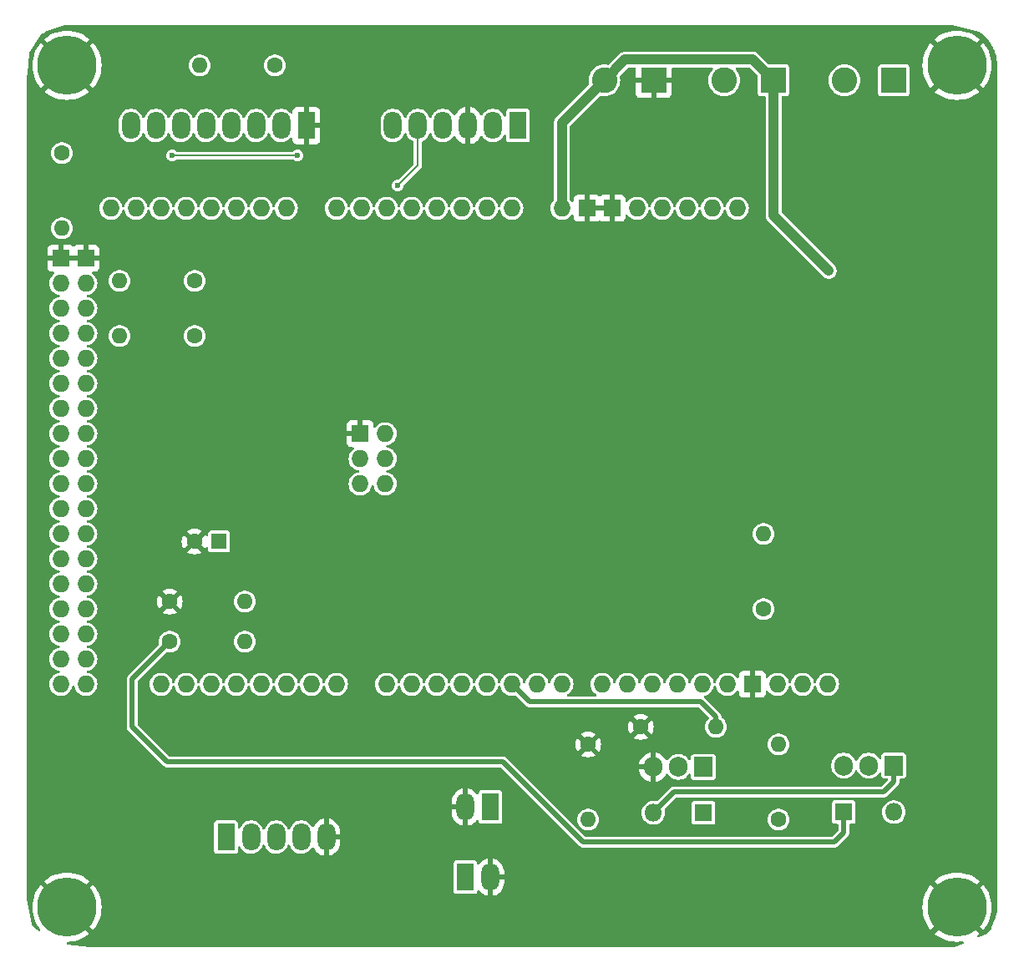
<source format=gbr>
%TF.GenerationSoftware,KiCad,Pcbnew,8.0.5*%
%TF.CreationDate,2024-12-05T17:04:49+01:00*%
%TF.ProjectId,TEEKeeper_V1.0,5445454b-6565-4706-9572-5f56312e302e,rev?*%
%TF.SameCoordinates,PX7b0df40PY6e75580*%
%TF.FileFunction,Copper,L2,Bot*%
%TF.FilePolarity,Positive*%
%FSLAX46Y46*%
G04 Gerber Fmt 4.6, Leading zero omitted, Abs format (unit mm)*
G04 Created by KiCad (PCBNEW 8.0.5) date 2024-12-05 17:04:49*
%MOMM*%
%LPD*%
G01*
G04 APERTURE LIST*
%TA.AperFunction,ComponentPad*%
%ADD10C,6.000000*%
%TD*%
%TA.AperFunction,ComponentPad*%
%ADD11C,1.600000*%
%TD*%
%TA.AperFunction,ComponentPad*%
%ADD12O,1.600000X1.600000*%
%TD*%
%TA.AperFunction,ComponentPad*%
%ADD13R,1.800000X2.800000*%
%TD*%
%TA.AperFunction,ComponentPad*%
%ADD14O,1.800000X2.800000*%
%TD*%
%TA.AperFunction,ComponentPad*%
%ADD15O,1.727200X1.727200*%
%TD*%
%TA.AperFunction,ComponentPad*%
%ADD16R,1.727200X1.727200*%
%TD*%
%TA.AperFunction,ComponentPad*%
%ADD17R,2.600000X2.600000*%
%TD*%
%TA.AperFunction,ComponentPad*%
%ADD18C,2.600000*%
%TD*%
%TA.AperFunction,ComponentPad*%
%ADD19R,1.800000X1.800000*%
%TD*%
%TA.AperFunction,ComponentPad*%
%ADD20O,1.800000X1.800000*%
%TD*%
%TA.AperFunction,ComponentPad*%
%ADD21R,1.600000X1.600000*%
%TD*%
%TA.AperFunction,ComponentPad*%
%ADD22R,1.905000X2.000000*%
%TD*%
%TA.AperFunction,ComponentPad*%
%ADD23O,1.905000X2.000000*%
%TD*%
%TA.AperFunction,ViaPad*%
%ADD24C,0.600000*%
%TD*%
%TA.AperFunction,ViaPad*%
%ADD25C,1.000000*%
%TD*%
%TA.AperFunction,Conductor*%
%ADD26C,0.200000*%
%TD*%
%TA.AperFunction,Conductor*%
%ADD27C,1.000000*%
%TD*%
%TA.AperFunction,Conductor*%
%ADD28C,0.500000*%
%TD*%
G04 APERTURE END LIST*
D10*
%TO.P,H4,1*%
%TO.N,GND*%
X0Y0D03*
%TD*%
D11*
%TO.P,R5,1*%
%TO.N,GND*%
X52832000Y16510000D03*
D12*
%TO.P,R5,2*%
%TO.N,Net-(P_DOOR1-G)*%
X52832000Y8890000D03*
%TD*%
D11*
%TO.P,R4,1*%
%TO.N,GND*%
X10414000Y30988000D03*
D12*
%TO.P,R4,2*%
%TO.N,/System_Shield/Analog_PCB/DOOR_SENS*%
X18034000Y30988000D03*
%TD*%
D13*
%TO.P,Buzzer1,1*%
%TO.N,/System_Shield/Digital_PCB/BUZ*%
X42926000Y10160000D03*
D14*
%TO.P,Buzzer1,2*%
%TO.N,GND*%
X40386000Y10160000D03*
%TD*%
D11*
%TO.P,R10,1*%
%TO.N,/System_Shield/Digital_PCB/CLK*%
X12954000Y63500000D03*
D12*
%TO.P,R10,2*%
%TO.N,Net-(A1-D52_SCK)*%
X5334000Y63500000D03*
%TD*%
D15*
%TO.P,A1,*%
%TO.N,*%
X67950000Y70866000D03*
%TO.P,A1,3V3,3.3V*%
%TO.N,unconnected-(A1-3.3V-Pad3V3)*%
X60330000Y70866000D03*
%TO.P,A1,5V1,5V*%
%TO.N,/System_Shield/Digital_PCB/5V*%
X57790000Y70866000D03*
%TO.P,A1,5V2,SPI_5V*%
%TO.N,unconnected-(A1-SPI_5V-Pad5V2)*%
X29723000Y42926000D03*
%TO.P,A1,5V3,5V*%
%TO.N,/System_Shield/Digital_PCB/5V*%
X1910000Y22606000D03*
%TO.P,A1,5V4,5V*%
X-630000Y22606000D03*
%TO.P,A1,A0,A0*%
%TO.N,unconnected-(A1-PadA0)*%
X45090000Y70866000D03*
%TO.P,A1,A1,A1*%
%TO.N,unconnected-(A1-PadA1)*%
X42550000Y70866000D03*
%TO.P,A1,A2,A2*%
%TO.N,unconnected-(A1-PadA2)*%
X40010000Y70866000D03*
%TO.P,A1,A3,A3*%
%TO.N,unconnected-(A1-PadA3)*%
X37470000Y70866000D03*
%TO.P,A1,A4,A4*%
%TO.N,unconnected-(A1-PadA4)*%
X34930000Y70866000D03*
%TO.P,A1,A5,A5*%
%TO.N,unconnected-(A1-PadA5)*%
X32390000Y70866000D03*
%TO.P,A1,A6,A6*%
%TO.N,unconnected-(A1-PadA6)*%
X29850000Y70866000D03*
%TO.P,A1,A7,A7*%
%TO.N,unconnected-(A1-PadA7)*%
X27310000Y70866000D03*
%TO.P,A1,A8,A8*%
%TO.N,unconnected-(A1-PadA8)*%
X22230000Y70866000D03*
%TO.P,A1,A9,A9*%
%TO.N,unconnected-(A1-PadA9)*%
X19690000Y70866000D03*
%TO.P,A1,A10,A10*%
%TO.N,unconnected-(A1-PadA10)*%
X17150000Y70866000D03*
%TO.P,A1,A11,A11*%
%TO.N,unconnected-(A1-PadA11)*%
X14610000Y70866000D03*
%TO.P,A1,A12,A12*%
%TO.N,unconnected-(A1-PadA12)*%
X12070000Y70866000D03*
%TO.P,A1,A13,A13*%
%TO.N,unconnected-(A1-PadA13)*%
X9530000Y70866000D03*
%TO.P,A1,A14,A14*%
%TO.N,unconnected-(A1-PadA14)*%
X6990000Y70866000D03*
%TO.P,A1,A15,A15*%
%TO.N,unconnected-(A1-PadA15)*%
X4450000Y70866000D03*
%TO.P,A1,AREF,AREF*%
%TO.N,unconnected-(A1-PadAREF)*%
X72014000Y22606000D03*
%TO.P,A1,D0,D0/RX0*%
%TO.N,unconnected-(A1-D0{slash}RX0-PadD0)*%
X32390000Y22606000D03*
%TO.P,A1,D1,D1/TX0*%
%TO.N,unconnected-(A1-D1{slash}TX0-PadD1)*%
X34930000Y22606000D03*
%TO.P,A1,D2,D2_INT0*%
%TO.N,/System_Shield/Digital_PCB/D2_INTRR*%
X37470000Y22606000D03*
%TO.P,A1,D3,D3_INT1*%
%TO.N,/System_Shield/Digital_PCB/D3_INTRR*%
X40010000Y22606000D03*
%TO.P,A1,D4,D4*%
%TO.N,/System_Shield/Digital_PCB/D4*%
X42550000Y22606000D03*
%TO.P,A1,D5,D5*%
%TO.N,/System_Shield/Analog_PCB/HEATER_CT*%
X45090000Y22606000D03*
%TO.P,A1,D6,D6*%
%TO.N,unconnected-(A1-PadD6)*%
X47630000Y22606000D03*
%TO.P,A1,D7,D7*%
%TO.N,unconnected-(A1-PadD7)*%
X50170000Y22606000D03*
%TO.P,A1,D8,D8*%
%TO.N,/System_Shield/Digital_PCB/BUZ*%
X54234000Y22606000D03*
%TO.P,A1,D9,D9*%
%TO.N,unconnected-(A1-PadD9)*%
X56774000Y22606000D03*
%TO.P,A1,D10,D10*%
%TO.N,unconnected-(A1-PadD10)*%
X59314000Y22606000D03*
%TO.P,A1,D11,D11*%
%TO.N,unconnected-(A1-PadD11)*%
X61854000Y22606000D03*
%TO.P,A1,D12,D12*%
%TO.N,unconnected-(A1-PadD12)*%
X64394000Y22606000D03*
%TO.P,A1,D13,D13*%
%TO.N,unconnected-(A1-PadD13)*%
X66934000Y22606000D03*
%TO.P,A1,D14,D14/TX3*%
%TO.N,unconnected-(A1-D14{slash}TX3-PadD14)*%
X27310000Y22606000D03*
%TO.P,A1,D15,D15/RX3*%
%TO.N,unconnected-(A1-D15{slash}RX3-PadD15)*%
X24770000Y22606000D03*
%TO.P,A1,D16,D16/TX2*%
%TO.N,unconnected-(A1-D16{slash}TX2-PadD16)*%
X22230000Y22606000D03*
%TO.P,A1,D17,D17/RX2*%
%TO.N,/System_Shield/Digital_PCB/CS_PROBE*%
X19690000Y22606000D03*
%TO.P,A1,D18,D18/TX1*%
%TO.N,/System_Shield/Digital_PCB/CS_SD*%
X17150000Y22606000D03*
%TO.P,A1,D19,D19/RX1*%
%TO.N,/System_Shield/Analog_PCB/DOOR_SENS*%
X14610000Y22606000D03*
%TO.P,A1,D20,D20/SDA*%
%TO.N,unconnected-(A1-D20{slash}SDA-PadD20)*%
X12070000Y22606000D03*
%TO.P,A1,D21,D21/SCL*%
%TO.N,unconnected-(A1-D21{slash}SCL-PadD21)*%
X9530000Y22606000D03*
%TO.P,A1,D22,D22*%
%TO.N,unconnected-(A1-PadD22)*%
X1910000Y25146000D03*
%TO.P,A1,D23,D23*%
%TO.N,unconnected-(A1-PadD23)*%
X-630000Y25146000D03*
%TO.P,A1,D24,D24*%
%TO.N,unconnected-(A1-PadD24)*%
X1910000Y27686000D03*
%TO.P,A1,D25,D25*%
%TO.N,unconnected-(A1-PadD25)*%
X-630000Y27686000D03*
%TO.P,A1,D26,D26*%
%TO.N,unconnected-(A1-PadD26)*%
X1910000Y30226000D03*
%TO.P,A1,D27,D27*%
%TO.N,unconnected-(A1-PadD27)*%
X-630000Y30226000D03*
%TO.P,A1,D28,D28*%
%TO.N,unconnected-(A1-PadD28)*%
X1910000Y32766000D03*
%TO.P,A1,D29,D29*%
%TO.N,unconnected-(A1-PadD29)*%
X-630000Y32766000D03*
%TO.P,A1,D30,D30*%
%TO.N,unconnected-(A1-PadD30)*%
X1910000Y35306000D03*
%TO.P,A1,D31,D31*%
%TO.N,unconnected-(A1-PadD31)*%
X-630000Y35306000D03*
%TO.P,A1,D32,D32*%
%TO.N,unconnected-(A1-PadD32)*%
X1910000Y37846000D03*
%TO.P,A1,D33,D33*%
%TO.N,unconnected-(A1-PadD33)*%
X-630000Y37846000D03*
%TO.P,A1,D34,D34*%
%TO.N,unconnected-(A1-PadD34)*%
X1910000Y40386000D03*
%TO.P,A1,D35,D35*%
%TO.N,unconnected-(A1-PadD35)*%
X-630000Y40386000D03*
%TO.P,A1,D36,D36*%
%TO.N,unconnected-(A1-PadD36)*%
X1910000Y42926000D03*
%TO.P,A1,D37,D37*%
%TO.N,unconnected-(A1-PadD37)*%
X-630000Y42926000D03*
%TO.P,A1,D38,D38*%
%TO.N,unconnected-(A1-PadD38)*%
X1910000Y45466000D03*
%TO.P,A1,D39,D39*%
%TO.N,unconnected-(A1-PadD39)*%
X-630000Y45466000D03*
%TO.P,A1,D40,D40*%
%TO.N,unconnected-(A1-PadD40)*%
X1910000Y48006000D03*
%TO.P,A1,D41,D41*%
%TO.N,unconnected-(A1-PadD41)*%
X-630000Y48006000D03*
%TO.P,A1,D42,D42*%
%TO.N,unconnected-(A1-PadD42)*%
X1910000Y50546000D03*
%TO.P,A1,D43,D43*%
%TO.N,unconnected-(A1-PadD43)*%
X-630000Y50546000D03*
%TO.P,A1,D44,D44*%
%TO.N,unconnected-(A1-PadD44)*%
X1910000Y53086000D03*
%TO.P,A1,D45,D45*%
%TO.N,unconnected-(A1-PadD45)*%
X-630000Y53086000D03*
%TO.P,A1,D46,D46*%
%TO.N,unconnected-(A1-PadD46)*%
X1910000Y55626000D03*
%TO.P,A1,D47,D47*%
%TO.N,unconnected-(A1-PadD47)*%
X-630000Y55626000D03*
%TO.P,A1,D48,D48*%
%TO.N,unconnected-(A1-PadD48)*%
X1910000Y58166000D03*
%TO.P,A1,D49,D49*%
%TO.N,unconnected-(A1-PadD49)*%
X-630000Y58166000D03*
%TO.P,A1,D50,D50_MISO*%
%TO.N,/System_Shield/Digital_PCB/MISO*%
X1910000Y60706000D03*
%TO.P,A1,D51,D51_MOSI*%
%TO.N,Net-(A1-D51_MOSI)*%
X-630000Y60706000D03*
%TO.P,A1,D52,D52_SCK*%
%TO.N,Net-(A1-D52_SCK)*%
X1910000Y63246000D03*
%TO.P,A1,D53,D53_CS*%
%TO.N,/System_Shield/Digital_PCB/CS*%
X-630000Y63246000D03*
D16*
%TO.P,A1,GND1,GND*%
%TO.N,GND*%
X69474000Y22606000D03*
%TO.P,A1,GND2,GND*%
X55250000Y70866000D03*
%TO.P,A1,GND3,GND*%
X52710000Y70866000D03*
%TO.P,A1,GND4,SPI_GND*%
X29723000Y48006000D03*
%TO.P,A1,GND5,GND*%
X1910000Y65786000D03*
%TO.P,A1,GND6,GND*%
X-630000Y65786000D03*
D15*
%TO.P,A1,IORF,IOREF*%
%TO.N,unconnected-(A1-IOREF-PadIORF)*%
X65410000Y70866000D03*
%TO.P,A1,MISO,SPI_MISO*%
%TO.N,unconnected-(A1-SPI_MISO-PadMISO)*%
X32263000Y42926000D03*
%TO.P,A1,MOSI,SPI_MOSI*%
%TO.N,unconnected-(A1-SPI_MOSI-PadMOSI)*%
X29723000Y45466000D03*
%TO.P,A1,RST1,RESET*%
%TO.N,/System_Shield/Digital_PCB/RESET*%
X62870000Y70866000D03*
%TO.P,A1,RST2,SPI_RESET*%
%TO.N,unconnected-(A1-SPI_RESET-PadRST2)*%
X32263000Y48006000D03*
%TO.P,A1,SCK,SPI_SCK*%
%TO.N,unconnected-(A1-SPI_SCK-PadSCK)*%
X32263000Y45466000D03*
%TO.P,A1,SCL,SCL*%
%TO.N,unconnected-(A1-PadSCL)*%
X77094000Y22606000D03*
%TO.P,A1,SDA,SDA*%
%TO.N,unconnected-(A1-PadSDA)*%
X74554000Y22606000D03*
%TO.P,A1,VIN,VIN*%
%TO.N,/System_Shield/Analog_PCB/VIN*%
X50170000Y70866000D03*
%TD*%
D17*
%TO.P,SSR3,1*%
%TO.N,Net-(P_DOOR1-G)*%
X83820000Y83828000D03*
D18*
%TO.P,SSR3,2*%
%TO.N,Net-(R7-Pad2)*%
X78820000Y83828000D03*
%TD*%
D10*
%TO.P,H1,1*%
%TO.N,GND*%
X0Y85344000D03*
%TD*%
D11*
%TO.P,R12,1*%
%TO.N,Net-(R12-Pad1)*%
X-508000Y76454000D03*
D12*
%TO.P,R12,2*%
%TO.N,/System_Shield/Digital_PCB/MISO*%
X-508000Y68834000D03*
%TD*%
D19*
%TO.P,LED_SSR1,1*%
%TO.N,Net-(LED_SSR1-Pad1)*%
X64516000Y9581000D03*
D20*
%TO.P,LED_SSR1,2*%
%TO.N,Net-(P_DOOR1-G)*%
X59436000Y9581000D03*
%TD*%
D10*
%TO.P,H2,1*%
%TO.N,GND*%
X90220800Y85344000D03*
%TD*%
D11*
%TO.P,R11,1*%
%TO.N,/System_Shield/Digital_PCB/MOSI*%
X12954000Y57912000D03*
D12*
%TO.P,R11,2*%
%TO.N,Net-(A1-D51_MOSI)*%
X5334000Y57912000D03*
%TD*%
D19*
%TO.P,Door1,1*%
%TO.N,Net-(Door1-Pad1)*%
X78740000Y9652000D03*
D20*
%TO.P,Door1,2*%
%TO.N,Net-(P_DOOR1-D)*%
X83820000Y9652000D03*
%TD*%
D10*
%TO.P,H3,1*%
%TO.N,GND*%
X90220800Y0D03*
%TD*%
D17*
%TO.P,12V1,1*%
%TO.N,GND*%
X59476000Y83828000D03*
D18*
%TO.P,12V1,2*%
%TO.N,/System_Shield/Analog_PCB/VIN*%
X54476000Y83828000D03*
%TD*%
D13*
%TO.P,SD_CARD1,1*%
%TO.N,GND*%
X24257000Y79248000D03*
D14*
%TO.P,SD_CARD1,2*%
%TO.N,unconnected-(SD_CARD1-Pad2)*%
X21717000Y79248000D03*
%TO.P,SD_CARD1,3*%
%TO.N,/System_Shield/Digital_PCB/5V*%
X19177000Y79248000D03*
%TO.P,SD_CARD1,4*%
%TO.N,/System_Shield/Digital_PCB/CS_SD*%
X16637000Y79248000D03*
%TO.P,SD_CARD1,5*%
%TO.N,/System_Shield/Digital_PCB/MOSI*%
X14097000Y79248000D03*
%TO.P,SD_CARD1,6*%
%TO.N,/System_Shield/Digital_PCB/CLK*%
X11557000Y79248000D03*
%TO.P,SD_CARD1,7*%
%TO.N,Net-(R12-Pad1)*%
X9017000Y79248000D03*
%TO.P,SD_CARD1,8*%
%TO.N,unconnected-(SD_CARD1-Pad8)*%
X6477000Y79248000D03*
%TD*%
D11*
%TO.P,R7,1*%
%TO.N,Net-(N_SSR1-D)*%
X70612000Y30226000D03*
D12*
%TO.P,R7,2*%
%TO.N,Net-(R7-Pad2)*%
X70612000Y37846000D03*
%TD*%
D13*
%TO.P,ROTARY_ENCODER_PB1,1*%
%TO.N,/System_Shield/Digital_PCB/5V*%
X16129000Y7112000D03*
D14*
%TO.P,ROTARY_ENCODER_PB1,2*%
%TO.N,/System_Shield/Digital_PCB/D4*%
X18669000Y7112000D03*
%TO.P,ROTARY_ENCODER_PB1,3*%
%TO.N,/System_Shield/Digital_PCB/D3_INTRR*%
X21209000Y7112000D03*
%TO.P,ROTARY_ENCODER_PB1,4*%
%TO.N,/System_Shield/Digital_PCB/D2_INTRR*%
X23749000Y7112000D03*
%TO.P,ROTARY_ENCODER_PB1,5*%
%TO.N,GND*%
X26289000Y7112000D03*
%TD*%
D11*
%TO.P,R6,1*%
%TO.N,Net-(LED_SSR1-Pad1)*%
X72136000Y8890000D03*
D12*
%TO.P,R6,2*%
%TO.N,Net-(N_SSR1-D)*%
X72136000Y16510000D03*
%TD*%
D11*
%TO.P,R3,1*%
%TO.N,Net-(Door1-Pad1)*%
X10414000Y26924000D03*
D12*
%TO.P,R3,2*%
%TO.N,/System_Shield/Analog_PCB/DOOR_SENS*%
X18034000Y26924000D03*
%TD*%
D13*
%TO.P,MAX31855K1,1*%
%TO.N,/System_Shield/Digital_PCB/5V*%
X45720000Y79248000D03*
D14*
%TO.P,MAX31855K1,2*%
%TO.N,unconnected-(MAX31855K1-Pad2)*%
X43180000Y79248000D03*
%TO.P,MAX31855K1,3*%
%TO.N,GND*%
X40640000Y79248000D03*
%TO.P,MAX31855K1,4*%
%TO.N,Net-(MAX31855K1-Pad4)*%
X38100000Y79248000D03*
%TO.P,MAX31855K1,5*%
%TO.N,/System_Shield/Digital_PCB/CS_PROBE*%
X35560000Y79248000D03*
%TO.P,MAX31855K1,6*%
%TO.N,/System_Shield/Digital_PCB/CLK*%
X33020000Y79248000D03*
%TD*%
D11*
%TO.P,R8,1*%
%TO.N,GND*%
X58166000Y18288000D03*
D12*
%TO.P,R8,2*%
%TO.N,/System_Shield/Analog_PCB/HEATER_CT*%
X65786000Y18288000D03*
%TD*%
D17*
%TO.P,DOOR2,1*%
%TO.N,/System_Shield/Analog_PCB/VIN*%
X71628000Y83828000D03*
D18*
%TO.P,DOOR2,2*%
%TO.N,Net-(P_DOOR1-G)*%
X66628000Y83828000D03*
%TD*%
D13*
%TO.P,RESET_BUTTON1,1*%
%TO.N,/System_Shield/Digital_PCB/RESET*%
X40386000Y3048000D03*
D14*
%TO.P,RESET_BUTTON1,2*%
%TO.N,GND*%
X42926000Y3048000D03*
%TD*%
D11*
%TO.P,R9,1*%
%TO.N,Net-(MAX31855K1-Pad4)*%
X21082000Y85344000D03*
D12*
%TO.P,R9,2*%
%TO.N,/System_Shield/Digital_PCB/MISO*%
X13462000Y85344000D03*
%TD*%
D21*
%TO.P,C1,1*%
%TO.N,/System_Shield/Analog_PCB/DOOR_SENS*%
X15429113Y37084000D03*
D11*
%TO.P,C1,2*%
%TO.N,GND*%
X12929113Y37084000D03*
%TD*%
D22*
%TO.P,N_SSR1,1,G*%
%TO.N,/System_Shield/Analog_PCB/HEATER_CT*%
X64516000Y14224000D03*
D23*
%TO.P,N_SSR1,2,D*%
%TO.N,Net-(N_SSR1-D)*%
X61976000Y14224000D03*
%TO.P,N_SSR1,3,S*%
%TO.N,GND*%
X59436000Y14224000D03*
%TD*%
D22*
%TO.P,P_DOOR1,1,G*%
%TO.N,Net-(P_DOOR1-G)*%
X83820000Y14366000D03*
D23*
%TO.P,P_DOOR1,2,D*%
%TO.N,Net-(P_DOOR1-D)*%
X81280000Y14366000D03*
%TO.P,P_DOOR1,3,S*%
%TO.N,/System_Shield/Analog_PCB/VIN*%
X78740000Y14366000D03*
%TD*%
D24*
%TO.N,GND*%
X25095200Y16484600D03*
X22529800Y16637000D03*
X20955000Y17907000D03*
X19456400Y19100800D03*
X1930400Y18084800D03*
X3657600Y19532600D03*
X77622400Y24409400D03*
X82296000Y21793200D03*
X87249000Y16992600D03*
X85242400Y19227800D03*
X48031400Y76479400D03*
X48031400Y72771000D03*
X61087000Y59944000D03*
X59563000Y61798200D03*
X54000400Y47142400D03*
X50876200Y47091600D03*
X24079200Y40411400D03*
X26619200Y40462200D03*
X21437600Y40462200D03*
X24130000Y67284600D03*
X26670000Y67335400D03*
X21488400Y67335400D03*
D25*
%TO.N,/System_Shield/Analog_PCB/VIN*%
X77216000Y64516000D03*
D24*
%TO.N,/System_Shield/Digital_PCB/CLK*%
X23368000Y76200000D03*
X10668000Y76200000D03*
%TO.N,/System_Shield/Digital_PCB/CS_PROBE*%
X33528000Y73152000D03*
%TD*%
D26*
%TO.N,GND*%
X48031400Y72771000D02*
X48031400Y76479400D01*
X87249000Y17221200D02*
X87249000Y16992600D01*
X85242400Y19227800D02*
X87249000Y17221200D01*
X85242400Y19227800D02*
X84861400Y19227800D01*
X84861400Y19227800D02*
X82296000Y21793200D01*
X79679800Y24409400D02*
X82296000Y21793200D01*
X77622400Y24409400D02*
X79679800Y24409400D01*
X61087000Y60274200D02*
X61087000Y59944000D01*
X59563000Y61798200D02*
X61087000Y60274200D01*
X53949600Y47091600D02*
X54000400Y47142400D01*
X50876200Y47091600D02*
X53949600Y47091600D01*
X24942800Y16637000D02*
X25095200Y16484600D01*
X22529800Y16637000D02*
X24942800Y16637000D01*
X21259800Y17907000D02*
X20955000Y17907000D01*
X22529800Y16637000D02*
X21259800Y17907000D01*
X19761200Y19100800D02*
X20955000Y17907000D01*
X19456400Y19100800D02*
X19761200Y19100800D01*
X1930400Y18084800D02*
X3378200Y19532600D01*
X3378200Y19532600D02*
X3657600Y19532600D01*
X26492200Y40335200D02*
X26619200Y40462200D01*
X24155400Y40335200D02*
X26492200Y40335200D01*
X24079200Y40411400D02*
X24155400Y40335200D01*
X21437600Y40462200D02*
X24028400Y40462200D01*
X24028400Y40462200D02*
X24079200Y40411400D01*
X24180800Y67335400D02*
X24130000Y67284600D01*
X26670000Y67335400D02*
X24180800Y67335400D01*
X24079200Y67335400D02*
X24130000Y67284600D01*
X21488400Y67335400D02*
X24079200Y67335400D01*
D27*
%TO.N,/System_Shield/Analog_PCB/VIN*%
X54476000Y83828000D02*
X50170000Y79522000D01*
X71628000Y70104000D02*
X71628000Y83828000D01*
X69528000Y85928000D02*
X71628000Y83828000D01*
X77216000Y64516000D02*
X71628000Y70104000D01*
X54476000Y83828000D02*
X56576000Y85928000D01*
X56576000Y85928000D02*
X69528000Y85928000D01*
X50170000Y79522000D02*
X50170000Y70866000D01*
D26*
%TO.N,/System_Shield/Digital_PCB/CLK*%
X23368000Y76200000D02*
X10668000Y76200000D01*
D28*
%TO.N,/System_Shield/Analog_PCB/HEATER_CT*%
X46868000Y20828000D02*
X64262000Y20828000D01*
X65786000Y19304000D02*
X65786000Y18288000D01*
X64262000Y20828000D02*
X65786000Y19304000D01*
X45090000Y22606000D02*
X46868000Y20828000D01*
D26*
%TO.N,/System_Shield/Digital_PCB/CS_PROBE*%
X33528000Y73152000D02*
X35560000Y75184000D01*
X35560000Y75184000D02*
X35560000Y79248000D01*
D28*
%TO.N,Net-(Door1-Pad1)*%
X6604000Y18288000D02*
X6604000Y23114000D01*
X10160000Y14732000D02*
X6604000Y18288000D01*
X78740000Y9652000D02*
X78740000Y7549000D01*
X78740000Y7549000D02*
X77795000Y6604000D01*
X52324000Y6604000D02*
X44196000Y14732000D01*
X44196000Y14732000D02*
X10160000Y14732000D01*
X6604000Y23114000D02*
X10414000Y26924000D01*
X77795000Y6604000D02*
X52324000Y6604000D01*
%TO.N,Net-(P_DOOR1-G)*%
X59436000Y9581000D02*
X61539000Y11684000D01*
X61539000Y11684000D02*
X82804000Y11684000D01*
X83820000Y12700000D02*
X83820000Y14366000D01*
X82804000Y11684000D02*
X83820000Y12700000D01*
%TD*%
%TA.AperFunction,Conductor*%
%TO.N,GND*%
G36*
X1436619Y65982081D02*
G01*
X1402000Y65852880D01*
X1402000Y65719120D01*
X1436619Y65589919D01*
X1467749Y65536000D01*
X-187749Y65536000D01*
X-156619Y65589919D01*
X-122000Y65719120D01*
X-122000Y65852880D01*
X-156619Y65982081D01*
X-187749Y66036000D01*
X1467749Y66036000D01*
X1436619Y65982081D01*
G37*
%TD.AperFunction*%
%TA.AperFunction,Conductor*%
G36*
X54776619Y71062081D02*
G01*
X54742000Y70932880D01*
X54742000Y70799120D01*
X54776619Y70669919D01*
X54807749Y70616000D01*
X53152251Y70616000D01*
X53183381Y70669919D01*
X53218000Y70799120D01*
X53218000Y70932880D01*
X53183381Y71062081D01*
X53152251Y71116000D01*
X54807749Y71116000D01*
X54776619Y71062081D01*
G37*
%TD.AperFunction*%
%TA.AperFunction,Conductor*%
G36*
X89750167Y89404683D02*
G01*
X92458501Y88765333D01*
X92500755Y88746487D01*
X92600394Y88677264D01*
X92709788Y88601263D01*
X92718968Y88594228D01*
X93002772Y88354890D01*
X93011259Y88347025D01*
X93271492Y88082266D01*
X93279214Y88073638D01*
X93446989Y87867587D01*
X93456127Y87854785D01*
X93915300Y87116552D01*
X93924066Y87099704D01*
X94060514Y86779763D01*
X94064555Y86768911D01*
X94177700Y86415334D01*
X94180710Y86404154D01*
X94260381Y86041568D01*
X94262335Y86030155D01*
X94307837Y85661722D01*
X94308718Y85650176D01*
X94319655Y85279114D01*
X94319456Y85267536D01*
X94298002Y84932522D01*
X94294031Y84908359D01*
X94292300Y84901899D01*
X94292299Y84901890D01*
X94292299Y84870596D01*
X94291541Y84856904D01*
X94288083Y84825784D01*
X94288083Y84825779D01*
X94290885Y84807387D01*
X94292299Y84788715D01*
X94292300Y65892D01*
X94292300Y2872D01*
X94292168Y-2855D01*
X94275196Y-369945D01*
X94274139Y-381349D01*
X94223766Y-742462D01*
X94221661Y-753721D01*
X94158389Y-1022734D01*
X94152379Y-1041469D01*
X93750750Y-2018976D01*
X93744384Y-2032189D01*
X93685249Y-2138359D01*
X93679219Y-2148098D01*
X93473163Y-2448902D01*
X93466260Y-2458042D01*
X93297711Y-2661018D01*
X93249767Y-2696362D01*
X92408024Y-3045023D01*
X92338554Y-3052492D01*
X92276075Y-3021217D01*
X92240423Y-2961128D01*
X92242917Y-2891303D01*
X92282536Y-2834096D01*
X92513949Y-2646702D01*
X91161498Y-1294251D01*
X91263130Y-1220412D01*
X91441212Y-1042330D01*
X91515051Y-940698D01*
X92867501Y-2293148D01*
X93056250Y-2060064D01*
X93256045Y-1752406D01*
X93422595Y-1425535D01*
X93554063Y-1083051D01*
X93649015Y-728686D01*
X93649015Y-728684D01*
X93706402Y-366353D01*
X93725603Y0D01*
X93725603Y1D01*
X93706402Y366354D01*
X93649015Y728685D01*
X93649015Y728687D01*
X93554063Y1083052D01*
X93422595Y1425536D01*
X93256045Y1752406D01*
X93056246Y2060071D01*
X92867501Y2293150D01*
X91515051Y940700D01*
X91441212Y1042330D01*
X91263130Y1220412D01*
X91161498Y1294252D01*
X92513949Y2646703D01*
X92280870Y2835447D01*
X91973206Y3035246D01*
X91646335Y3201796D01*
X91303851Y3333264D01*
X90949485Y3428216D01*
X90587153Y3485603D01*
X90220801Y3504803D01*
X90220799Y3504803D01*
X89854446Y3485603D01*
X89492115Y3428216D01*
X89492113Y3428216D01*
X89137748Y3333264D01*
X88795264Y3201796D01*
X88468394Y3035246D01*
X88160724Y2835443D01*
X87927649Y2646704D01*
X87927649Y2646703D01*
X89280101Y1294252D01*
X89178470Y1220412D01*
X89000388Y1042330D01*
X88926548Y940700D01*
X87574097Y2293151D01*
X87574096Y2293151D01*
X87385357Y2060076D01*
X87185554Y1752406D01*
X87019004Y1425536D01*
X86887536Y1083052D01*
X86792584Y728687D01*
X86792584Y728685D01*
X86735197Y366354D01*
X86715997Y1D01*
X86715997Y0D01*
X86735197Y-366353D01*
X86792584Y-728684D01*
X86792584Y-728686D01*
X86887536Y-1083051D01*
X87019004Y-1425535D01*
X87185554Y-1752406D01*
X87385353Y-2060070D01*
X87574097Y-2293148D01*
X88926548Y-940698D01*
X89000388Y-1042330D01*
X89178470Y-1220412D01*
X89280100Y-1294251D01*
X87927650Y-2646701D01*
X88160729Y-2835446D01*
X88468393Y-3035245D01*
X88795264Y-3201795D01*
X89137748Y-3333263D01*
X89492114Y-3428215D01*
X89854446Y-3485602D01*
X90220799Y-3504803D01*
X90220801Y-3504803D01*
X90587153Y-3485602D01*
X90778398Y-3455312D01*
X90847691Y-3464266D01*
X90901143Y-3509262D01*
X90921783Y-3576014D01*
X90903058Y-3643328D01*
X90850913Y-3689832D01*
X90845249Y-3692346D01*
X89970788Y-4054561D01*
X89923335Y-4064000D01*
X2365786Y-4064000D01*
X2348587Y-4062801D01*
X88343Y-3746242D01*
X24682Y-3717450D01*
X-13307Y-3658810D01*
X-13562Y-3588941D01*
X23998Y-3530025D01*
X87447Y-3500768D01*
X99053Y-3499611D01*
X366353Y-3485602D01*
X728684Y-3428215D01*
X728686Y-3428215D01*
X1083051Y-3333263D01*
X1425535Y-3201795D01*
X1752406Y-3035245D01*
X2060064Y-2835450D01*
X2293148Y-2646701D01*
X940698Y-1294251D01*
X1042330Y-1220412D01*
X1220412Y-1042330D01*
X1294251Y-940698D01*
X2646701Y-2293148D01*
X2835450Y-2060064D01*
X3035245Y-1752406D01*
X3201795Y-1425535D01*
X3333263Y-1083051D01*
X3428215Y-728686D01*
X3428215Y-728684D01*
X3485602Y-366353D01*
X3504803Y0D01*
X3504803Y1D01*
X3485602Y366354D01*
X3428215Y728685D01*
X3428215Y728687D01*
X3333263Y1083052D01*
X3201795Y1425536D01*
X3035245Y1752406D01*
X2835446Y2060071D01*
X2646701Y2293150D01*
X1294251Y940700D01*
X1220412Y1042330D01*
X1042330Y1220412D01*
X940698Y1294252D01*
X2293149Y2646703D01*
X2060070Y2835447D01*
X1752406Y3035246D01*
X1425535Y3201796D01*
X1083051Y3333264D01*
X728685Y3428216D01*
X366353Y3485603D01*
X1Y3504803D01*
X-1Y3504803D01*
X-366354Y3485603D01*
X-728685Y3428216D01*
X-728687Y3428216D01*
X-1083052Y3333264D01*
X-1425536Y3201796D01*
X-1752406Y3035246D01*
X-2060076Y2835443D01*
X-2293151Y2646704D01*
X-2293151Y2646703D01*
X-940699Y1294252D01*
X-1042330Y1220412D01*
X-1220412Y1042330D01*
X-1294252Y940699D01*
X-2646703Y2293151D01*
X-2646704Y2293151D01*
X-2835443Y2060076D01*
X-3035246Y1752406D01*
X-3201796Y1425536D01*
X-3333264Y1083052D01*
X-3428216Y728687D01*
X-3428216Y728685D01*
X-3485603Y366354D01*
X-3504803Y1D01*
X-3504803Y0D01*
X-3485603Y-366353D01*
X-3428216Y-728684D01*
X-3428216Y-728686D01*
X-3333264Y-1083051D01*
X-3201796Y-1425535D01*
X-3035246Y-1752406D01*
X-2835447Y-2060070D01*
X-2726215Y-2194960D01*
X-2699323Y-2259448D01*
X-2711565Y-2328236D01*
X-2759054Y-2379487D01*
X-2826712Y-2396927D01*
X-2893058Y-2375020D01*
X-2905669Y-2365042D01*
X-3022647Y-2259448D01*
X-3525179Y-1805821D01*
X-3561752Y-1746290D01*
X-3563850Y-1737242D01*
X-4061763Y848217D01*
X-4064000Y871666D01*
X-4064000Y4492869D01*
X39185500Y4492869D01*
X39185500Y1603144D01*
X39185502Y1603118D01*
X39188413Y1578013D01*
X39188415Y1578009D01*
X39233793Y1475236D01*
X39233794Y1475235D01*
X39313235Y1395794D01*
X39416009Y1350415D01*
X39441135Y1347500D01*
X41330864Y1347501D01*
X41330879Y1347503D01*
X41330882Y1347503D01*
X41355987Y1350414D01*
X41355988Y1350415D01*
X41355991Y1350415D01*
X41458765Y1395794D01*
X41538206Y1475235D01*
X41583585Y1578009D01*
X41586500Y1603135D01*
X41586499Y1628209D01*
X41606181Y1695245D01*
X41658984Y1741002D01*
X41728142Y1750947D01*
X41791698Y1721925D01*
X41810816Y1701095D01*
X41858135Y1635968D01*
X41858142Y1635959D01*
X42013958Y1480143D01*
X42192239Y1350614D01*
X42388589Y1250568D01*
X42598163Y1182474D01*
X42675999Y1170146D01*
X42676000Y1170146D01*
X42676000Y2614988D01*
X42733007Y2582075D01*
X42860174Y2548000D01*
X42991826Y2548000D01*
X43118993Y2582075D01*
X43176000Y2614988D01*
X43176000Y1170146D01*
X43253834Y1182474D01*
X43253837Y1182474D01*
X43463410Y1250568D01*
X43659760Y1350614D01*
X43838041Y1480143D01*
X43993857Y1635959D01*
X44123386Y1814240D01*
X44223432Y2010590D01*
X44291526Y2220165D01*
X44326000Y2437819D01*
X44326000Y2798000D01*
X43359012Y2798000D01*
X43391925Y2855007D01*
X43426000Y2982174D01*
X43426000Y3113826D01*
X43391925Y3240993D01*
X43359012Y3298000D01*
X44326000Y3298000D01*
X44326000Y3658182D01*
X44291526Y3875836D01*
X44223432Y4085411D01*
X44123386Y4281761D01*
X43993857Y4460042D01*
X43838041Y4615858D01*
X43659760Y4745387D01*
X43463410Y4845433D01*
X43253836Y4913527D01*
X43176000Y4925856D01*
X43176000Y3481012D01*
X43118993Y3513925D01*
X42991826Y3548000D01*
X42860174Y3548000D01*
X42733007Y3513925D01*
X42676000Y3481012D01*
X42676000Y4925856D01*
X42598164Y4913527D01*
X42598161Y4913527D01*
X42388589Y4845433D01*
X42192239Y4745387D01*
X42013958Y4615858D01*
X41858142Y4460042D01*
X41858142Y4460041D01*
X41810817Y4394904D01*
X41755487Y4352239D01*
X41685873Y4346260D01*
X41624078Y4378866D01*
X41589721Y4439705D01*
X41586499Y4467790D01*
X41586499Y4492857D01*
X41586499Y4492864D01*
X41586497Y4492883D01*
X41583586Y4517988D01*
X41583585Y4517990D01*
X41583585Y4517991D01*
X41538206Y4620765D01*
X41458765Y4700206D01*
X41458763Y4700207D01*
X41355992Y4745585D01*
X41330865Y4748500D01*
X39441143Y4748500D01*
X39441117Y4748498D01*
X39416012Y4745587D01*
X39416008Y4745585D01*
X39313235Y4700207D01*
X39233794Y4620766D01*
X39188415Y4517994D01*
X39188415Y4517992D01*
X39185500Y4492869D01*
X-4064000Y4492869D01*
X-4064000Y8556869D01*
X14928500Y8556869D01*
X14928500Y5667144D01*
X14928502Y5667118D01*
X14931413Y5642013D01*
X14931415Y5642009D01*
X14976793Y5539236D01*
X14976794Y5539235D01*
X15056235Y5459794D01*
X15159009Y5414415D01*
X15184135Y5411500D01*
X17073864Y5411501D01*
X17073879Y5411503D01*
X17073882Y5411503D01*
X17098987Y5414414D01*
X17098988Y5414415D01*
X17098991Y5414415D01*
X17201765Y5459794D01*
X17281206Y5539235D01*
X17326585Y5642009D01*
X17329500Y5667135D01*
X17329499Y6080094D01*
X17349183Y6147130D01*
X17401987Y6192885D01*
X17471146Y6202829D01*
X17534702Y6173804D01*
X17563984Y6136386D01*
X17621437Y6023629D01*
X17642240Y5982801D01*
X17753310Y5829927D01*
X17886927Y5696310D01*
X18039801Y5585240D01*
X18119347Y5544710D01*
X18208163Y5499455D01*
X18208165Y5499455D01*
X18208168Y5499453D01*
X18304497Y5468154D01*
X18387881Y5441060D01*
X18574514Y5411500D01*
X18574519Y5411500D01*
X18763486Y5411500D01*
X18950118Y5441060D01*
X19129832Y5499453D01*
X19298199Y5585240D01*
X19451073Y5696310D01*
X19584690Y5829927D01*
X19695760Y5982801D01*
X19781547Y6151168D01*
X19821069Y6272805D01*
X19860507Y6330479D01*
X19924866Y6357677D01*
X19993712Y6345762D01*
X20045188Y6298518D01*
X20056931Y6272804D01*
X20096454Y6151164D01*
X20161437Y6023629D01*
X20182240Y5982801D01*
X20293310Y5829927D01*
X20426927Y5696310D01*
X20579801Y5585240D01*
X20659347Y5544710D01*
X20748163Y5499455D01*
X20748165Y5499455D01*
X20748168Y5499453D01*
X20844497Y5468154D01*
X20927881Y5441060D01*
X21114514Y5411500D01*
X21114519Y5411500D01*
X21303486Y5411500D01*
X21490118Y5441060D01*
X21669832Y5499453D01*
X21838199Y5585240D01*
X21991073Y5696310D01*
X22124690Y5829927D01*
X22235760Y5982801D01*
X22321547Y6151168D01*
X22361069Y6272805D01*
X22400507Y6330479D01*
X22464866Y6357677D01*
X22533712Y6345762D01*
X22585188Y6298518D01*
X22596931Y6272804D01*
X22636454Y6151164D01*
X22701437Y6023629D01*
X22722240Y5982801D01*
X22833310Y5829927D01*
X22966927Y5696310D01*
X23119801Y5585240D01*
X23199347Y5544710D01*
X23288163Y5499455D01*
X23288165Y5499455D01*
X23288168Y5499453D01*
X23384497Y5468154D01*
X23467881Y5441060D01*
X23654514Y5411500D01*
X23654519Y5411500D01*
X23843486Y5411500D01*
X24030118Y5441060D01*
X24209832Y5499453D01*
X24378199Y5585240D01*
X24531073Y5696310D01*
X24664690Y5829927D01*
X24775760Y5982801D01*
X24796563Y6023629D01*
X24844537Y6074426D01*
X24912358Y6091221D01*
X24978493Y6068684D01*
X25017533Y6023630D01*
X25091613Y5878240D01*
X25221142Y5699959D01*
X25376958Y5544143D01*
X25555239Y5414614D01*
X25751589Y5314568D01*
X25961163Y5246474D01*
X26038999Y5234146D01*
X26039000Y5234146D01*
X26039000Y6678988D01*
X26096007Y6646075D01*
X26223174Y6612000D01*
X26354826Y6612000D01*
X26481993Y6646075D01*
X26539000Y6678988D01*
X26539000Y5234146D01*
X26616834Y5246474D01*
X26616837Y5246474D01*
X26826410Y5314568D01*
X27022760Y5414614D01*
X27201041Y5544143D01*
X27356857Y5699959D01*
X27486386Y5878240D01*
X27586432Y6074590D01*
X27654526Y6284165D01*
X27689000Y6501819D01*
X27689000Y6862000D01*
X26722012Y6862000D01*
X26754925Y6919007D01*
X26789000Y7046174D01*
X26789000Y7177826D01*
X26754925Y7304993D01*
X26722012Y7362000D01*
X27689000Y7362000D01*
X27689000Y7722182D01*
X27654526Y7939836D01*
X27586432Y8149411D01*
X27486386Y8345761D01*
X27356857Y8524042D01*
X27201041Y8679858D01*
X27022760Y8809387D01*
X26826410Y8909433D01*
X26616836Y8977527D01*
X26539000Y8989856D01*
X26539000Y7545012D01*
X26481993Y7577925D01*
X26354826Y7612000D01*
X26223174Y7612000D01*
X26096007Y7577925D01*
X26039000Y7545012D01*
X26039000Y8989856D01*
X25961164Y8977527D01*
X25961161Y8977527D01*
X25751589Y8909433D01*
X25555239Y8809387D01*
X25376958Y8679858D01*
X25221142Y8524042D01*
X25091613Y8345761D01*
X25017533Y8200371D01*
X24969558Y8149575D01*
X24901737Y8132780D01*
X24835602Y8155318D01*
X24796563Y8200371D01*
X24775759Y8241200D01*
X24737053Y8294474D01*
X24664690Y8394073D01*
X24531073Y8527690D01*
X24378199Y8638760D01*
X24209836Y8724546D01*
X24030118Y8782941D01*
X23843486Y8812500D01*
X23843481Y8812500D01*
X23654519Y8812500D01*
X23654514Y8812500D01*
X23467881Y8782941D01*
X23288163Y8724546D01*
X23119800Y8638760D01*
X23041661Y8581988D01*
X22966927Y8527690D01*
X22966925Y8527688D01*
X22966924Y8527688D01*
X22833312Y8394076D01*
X22833312Y8394075D01*
X22833310Y8394073D01*
X22810420Y8362568D01*
X22722240Y8241200D01*
X22636454Y8072837D01*
X22596931Y7951197D01*
X22557493Y7893522D01*
X22493134Y7866324D01*
X22424288Y7878239D01*
X22372812Y7925484D01*
X22361069Y7951197D01*
X22321545Y8072837D01*
X22235759Y8241200D01*
X22197053Y8294474D01*
X22124690Y8394073D01*
X21991073Y8527690D01*
X21838199Y8638760D01*
X21669836Y8724546D01*
X21490118Y8782941D01*
X21303486Y8812500D01*
X21303481Y8812500D01*
X21114519Y8812500D01*
X21114514Y8812500D01*
X20927881Y8782941D01*
X20748163Y8724546D01*
X20579800Y8638760D01*
X20501661Y8581988D01*
X20426927Y8527690D01*
X20426925Y8527688D01*
X20426924Y8527688D01*
X20293312Y8394076D01*
X20293312Y8394075D01*
X20293310Y8394073D01*
X20270420Y8362568D01*
X20182240Y8241200D01*
X20096454Y8072837D01*
X20056931Y7951197D01*
X20017493Y7893522D01*
X19953134Y7866324D01*
X19884288Y7878239D01*
X19832812Y7925484D01*
X19821069Y7951197D01*
X19781545Y8072837D01*
X19695759Y8241200D01*
X19657053Y8294474D01*
X19584690Y8394073D01*
X19451073Y8527690D01*
X19298199Y8638760D01*
X19129836Y8724546D01*
X18950118Y8782941D01*
X18763486Y8812500D01*
X18763481Y8812500D01*
X18574519Y8812500D01*
X18574514Y8812500D01*
X18387881Y8782941D01*
X18208163Y8724546D01*
X18039800Y8638760D01*
X17961661Y8581988D01*
X17886927Y8527690D01*
X17886925Y8527688D01*
X17886924Y8527688D01*
X17753312Y8394076D01*
X17753312Y8394075D01*
X17753310Y8394073D01*
X17730420Y8362568D01*
X17642240Y8241200D01*
X17563984Y8087613D01*
X17516009Y8036817D01*
X17448188Y8020022D01*
X17382053Y8042559D01*
X17338602Y8097275D01*
X17329499Y8143908D01*
X17329499Y8556857D01*
X17329499Y8556864D01*
X17329497Y8556883D01*
X17326586Y8581988D01*
X17326585Y8581990D01*
X17326585Y8581991D01*
X17281206Y8684765D01*
X17201765Y8764206D01*
X17201763Y8764207D01*
X17098992Y8809585D01*
X17073865Y8812500D01*
X15184143Y8812500D01*
X15184117Y8812498D01*
X15159012Y8809587D01*
X15159008Y8809585D01*
X15056235Y8764207D01*
X14976794Y8684766D01*
X14931415Y8581994D01*
X14931415Y8581992D01*
X14928500Y8556869D01*
X-4064000Y8556869D01*
X-4064000Y10770182D01*
X38986000Y10770182D01*
X38986000Y10410000D01*
X39952988Y10410000D01*
X39920075Y10352993D01*
X39886000Y10225826D01*
X39886000Y10094174D01*
X39920075Y9967007D01*
X39952988Y9910000D01*
X38986000Y9910000D01*
X38986000Y9549819D01*
X39020473Y9332165D01*
X39088567Y9122590D01*
X39188613Y8926240D01*
X39318142Y8747959D01*
X39473958Y8592143D01*
X39652239Y8462614D01*
X39848589Y8362568D01*
X40058163Y8294474D01*
X40135999Y8282146D01*
X40136000Y8282146D01*
X40136000Y9726988D01*
X40193007Y9694075D01*
X40320174Y9660000D01*
X40451826Y9660000D01*
X40578993Y9694075D01*
X40636000Y9726988D01*
X40636000Y8282146D01*
X40713834Y8294474D01*
X40713837Y8294474D01*
X40923410Y8362568D01*
X41119760Y8462614D01*
X41298041Y8592143D01*
X41453860Y8747962D01*
X41501181Y8813095D01*
X41556510Y8855762D01*
X41626124Y8861742D01*
X41687919Y8829136D01*
X41722277Y8768298D01*
X41725500Y8740215D01*
X41725500Y8715146D01*
X41725502Y8715118D01*
X41728413Y8690013D01*
X41728415Y8690009D01*
X41773793Y8587236D01*
X41773794Y8587235D01*
X41853235Y8507794D01*
X41956009Y8462415D01*
X41981135Y8459500D01*
X43870864Y8459501D01*
X43870879Y8459503D01*
X43870882Y8459503D01*
X43895987Y8462414D01*
X43895988Y8462415D01*
X43895991Y8462415D01*
X43998765Y8507794D01*
X44078206Y8587235D01*
X44123585Y8690009D01*
X44126500Y8715135D01*
X44126499Y11604864D01*
X44126497Y11604883D01*
X44123586Y11629988D01*
X44123585Y11629990D01*
X44123585Y11629991D01*
X44078206Y11732765D01*
X43998765Y11812206D01*
X43998763Y11812207D01*
X43895992Y11857585D01*
X43870865Y11860500D01*
X41981143Y11860500D01*
X41981117Y11860498D01*
X41956012Y11857587D01*
X41956008Y11857585D01*
X41853235Y11812207D01*
X41773794Y11732766D01*
X41728415Y11629994D01*
X41728415Y11629992D01*
X41725500Y11604869D01*
X41725500Y11579792D01*
X41705815Y11512753D01*
X41653011Y11466998D01*
X41583853Y11457054D01*
X41520297Y11486079D01*
X41501182Y11506906D01*
X41453858Y11572041D01*
X41298041Y11727858D01*
X41119760Y11857387D01*
X40923410Y11957433D01*
X40713836Y12025527D01*
X40636000Y12037856D01*
X40636000Y10593012D01*
X40578993Y10625925D01*
X40451826Y10660000D01*
X40320174Y10660000D01*
X40193007Y10625925D01*
X40136000Y10593012D01*
X40136000Y12037856D01*
X40058164Y12025527D01*
X40058161Y12025527D01*
X39848589Y11957433D01*
X39652239Y11857387D01*
X39473958Y11727858D01*
X39318142Y11572042D01*
X39188613Y11393761D01*
X39088567Y11197411D01*
X39020473Y10987836D01*
X38986000Y10770182D01*
X-4064000Y10770182D01*
X-4064000Y66697445D01*
X-1993600Y66697445D01*
X-1993600Y66036000D01*
X-1072251Y66036000D01*
X-1103381Y65982081D01*
X-1138000Y65852880D01*
X-1138000Y65719120D01*
X-1103381Y65589919D01*
X-1072251Y65536000D01*
X-1993600Y65536000D01*
X-1993600Y64874556D01*
X-1987199Y64815028D01*
X-1987197Y64815021D01*
X-1936955Y64680314D01*
X-1936951Y64680307D01*
X-1850791Y64565213D01*
X-1850788Y64565210D01*
X-1735694Y64479050D01*
X-1735687Y64479046D01*
X-1600980Y64428804D01*
X-1600973Y64428802D01*
X-1541445Y64422401D01*
X-1541428Y64422400D01*
X-1377165Y64422400D01*
X-1310126Y64402715D01*
X-1264371Y64349911D01*
X-1254427Y64280753D01*
X-1283452Y64217197D01*
X-1311888Y64192973D01*
X-1334531Y64178954D01*
X-1334533Y64178952D01*
X-1493965Y64033612D01*
X-1623978Y63861446D01*
X-1720141Y63668325D01*
X-1720144Y63668319D01*
X-1779181Y63460822D01*
X-1779182Y63460819D01*
X-1799087Y63246001D01*
X-1799087Y63246000D01*
X-1779182Y63031182D01*
X-1779181Y63031179D01*
X-1720144Y62823682D01*
X-1720141Y62823676D01*
X-1623978Y62630555D01*
X-1493965Y62458389D01*
X-1334533Y62313049D01*
X-1334531Y62313047D01*
X-1151111Y62199478D01*
X-1151105Y62199475D01*
X-1108488Y62182966D01*
X-949936Y62121542D01*
X-823402Y62097889D01*
X-761121Y62066221D01*
X-725848Y62005908D01*
X-728782Y61936100D01*
X-768991Y61878960D01*
X-823401Y61854112D01*
X-949936Y61830458D01*
X-949939Y61830458D01*
X-949939Y61830457D01*
X-1151105Y61752526D01*
X-1151111Y61752523D01*
X-1334531Y61638954D01*
X-1334533Y61638952D01*
X-1493965Y61493612D01*
X-1623978Y61321446D01*
X-1720141Y61128325D01*
X-1720144Y61128319D01*
X-1779181Y60920822D01*
X-1779182Y60920819D01*
X-1799087Y60706001D01*
X-1799087Y60706000D01*
X-1779182Y60491182D01*
X-1779181Y60491179D01*
X-1720144Y60283682D01*
X-1720141Y60283676D01*
X-1623978Y60090555D01*
X-1493965Y59918389D01*
X-1334533Y59773049D01*
X-1334531Y59773047D01*
X-1151111Y59659478D01*
X-1151105Y59659475D01*
X-1108488Y59642966D01*
X-949936Y59581542D01*
X-823402Y59557889D01*
X-761121Y59526221D01*
X-725848Y59465908D01*
X-728782Y59396100D01*
X-768991Y59338960D01*
X-823401Y59314112D01*
X-949936Y59290458D01*
X-949939Y59290458D01*
X-949939Y59290457D01*
X-1151105Y59212526D01*
X-1151111Y59212523D01*
X-1334531Y59098954D01*
X-1334533Y59098952D01*
X-1493965Y58953612D01*
X-1623978Y58781446D01*
X-1720141Y58588325D01*
X-1720144Y58588319D01*
X-1779181Y58380822D01*
X-1779182Y58380819D01*
X-1799087Y58166001D01*
X-1799087Y58166000D01*
X-1779182Y57951182D01*
X-1779181Y57951179D01*
X-1720144Y57743682D01*
X-1720141Y57743676D01*
X-1623978Y57550555D01*
X-1493965Y57378389D01*
X-1334533Y57233049D01*
X-1334531Y57233047D01*
X-1151111Y57119478D01*
X-1151105Y57119475D01*
X-1108488Y57102966D01*
X-949936Y57041542D01*
X-823402Y57017889D01*
X-761121Y56986221D01*
X-725848Y56925908D01*
X-728782Y56856100D01*
X-768991Y56798960D01*
X-823401Y56774112D01*
X-949936Y56750458D01*
X-949939Y56750458D01*
X-949939Y56750457D01*
X-1151105Y56672526D01*
X-1151111Y56672523D01*
X-1334531Y56558954D01*
X-1334533Y56558952D01*
X-1493965Y56413612D01*
X-1623978Y56241446D01*
X-1720141Y56048325D01*
X-1720144Y56048319D01*
X-1779181Y55840822D01*
X-1779182Y55840819D01*
X-1799087Y55626001D01*
X-1799087Y55626000D01*
X-1779182Y55411182D01*
X-1779181Y55411179D01*
X-1720144Y55203682D01*
X-1720141Y55203676D01*
X-1623978Y55010555D01*
X-1493965Y54838389D01*
X-1334533Y54693049D01*
X-1334531Y54693047D01*
X-1151111Y54579478D01*
X-1151105Y54579475D01*
X-1108488Y54562966D01*
X-949936Y54501542D01*
X-823402Y54477889D01*
X-761121Y54446221D01*
X-725848Y54385908D01*
X-728782Y54316100D01*
X-768991Y54258960D01*
X-823401Y54234112D01*
X-949936Y54210458D01*
X-949939Y54210458D01*
X-949939Y54210457D01*
X-1151105Y54132526D01*
X-1151111Y54132523D01*
X-1334531Y54018954D01*
X-1334533Y54018952D01*
X-1493965Y53873612D01*
X-1623978Y53701446D01*
X-1720141Y53508325D01*
X-1720144Y53508319D01*
X-1779181Y53300822D01*
X-1779182Y53300819D01*
X-1799087Y53086001D01*
X-1799087Y53086000D01*
X-1779182Y52871182D01*
X-1779181Y52871179D01*
X-1720144Y52663682D01*
X-1720141Y52663676D01*
X-1623978Y52470555D01*
X-1493965Y52298389D01*
X-1334533Y52153049D01*
X-1334531Y52153047D01*
X-1151111Y52039478D01*
X-1151105Y52039475D01*
X-1108488Y52022966D01*
X-949936Y51961542D01*
X-823402Y51937889D01*
X-761121Y51906221D01*
X-725848Y51845908D01*
X-728782Y51776100D01*
X-768991Y51718960D01*
X-823401Y51694112D01*
X-949936Y51670458D01*
X-949939Y51670458D01*
X-949939Y51670457D01*
X-1151105Y51592526D01*
X-1151111Y51592523D01*
X-1334531Y51478954D01*
X-1334533Y51478952D01*
X-1493965Y51333612D01*
X-1623978Y51161446D01*
X-1720141Y50968325D01*
X-1720144Y50968319D01*
X-1779181Y50760822D01*
X-1779182Y50760819D01*
X-1799087Y50546001D01*
X-1799087Y50546000D01*
X-1779182Y50331182D01*
X-1779181Y50331179D01*
X-1720144Y50123682D01*
X-1720141Y50123676D01*
X-1623978Y49930555D01*
X-1493965Y49758389D01*
X-1334533Y49613049D01*
X-1334531Y49613047D01*
X-1151111Y49499478D01*
X-1151105Y49499475D01*
X-1108488Y49482966D01*
X-949936Y49421542D01*
X-823402Y49397889D01*
X-761121Y49366221D01*
X-725848Y49305908D01*
X-728782Y49236100D01*
X-768991Y49178960D01*
X-823401Y49154112D01*
X-949936Y49130458D01*
X-949939Y49130458D01*
X-949939Y49130457D01*
X-1151105Y49052526D01*
X-1151111Y49052523D01*
X-1334531Y48938954D01*
X-1334533Y48938952D01*
X-1493965Y48793612D01*
X-1623978Y48621446D01*
X-1720141Y48428325D01*
X-1720144Y48428319D01*
X-1779181Y48220822D01*
X-1779182Y48220819D01*
X-1799087Y48006001D01*
X-1799087Y48006000D01*
X-1779182Y47791182D01*
X-1779181Y47791179D01*
X-1720144Y47583682D01*
X-1720141Y47583676D01*
X-1623978Y47390555D01*
X-1493965Y47218389D01*
X-1334533Y47073049D01*
X-1334531Y47073047D01*
X-1151111Y46959478D01*
X-1151105Y46959475D01*
X-1108488Y46942966D01*
X-949936Y46881542D01*
X-823402Y46857889D01*
X-761121Y46826221D01*
X-725848Y46765908D01*
X-728782Y46696100D01*
X-768991Y46638960D01*
X-823401Y46614112D01*
X-949936Y46590458D01*
X-949939Y46590458D01*
X-949939Y46590457D01*
X-1151105Y46512526D01*
X-1151111Y46512523D01*
X-1334531Y46398954D01*
X-1334533Y46398952D01*
X-1493965Y46253612D01*
X-1623978Y46081446D01*
X-1720141Y45888325D01*
X-1720144Y45888319D01*
X-1779181Y45680822D01*
X-1779182Y45680819D01*
X-1799087Y45466001D01*
X-1799087Y45466000D01*
X-1779182Y45251182D01*
X-1779181Y45251179D01*
X-1720144Y45043682D01*
X-1720141Y45043676D01*
X-1623978Y44850555D01*
X-1493965Y44678389D01*
X-1334533Y44533049D01*
X-1334531Y44533047D01*
X-1151111Y44419478D01*
X-1151105Y44419475D01*
X-1108488Y44402966D01*
X-949936Y44341542D01*
X-823402Y44317889D01*
X-761121Y44286221D01*
X-725848Y44225908D01*
X-728782Y44156100D01*
X-768991Y44098960D01*
X-823401Y44074112D01*
X-949936Y44050458D01*
X-949939Y44050458D01*
X-949939Y44050457D01*
X-1151105Y43972526D01*
X-1151111Y43972523D01*
X-1334531Y43858954D01*
X-1334533Y43858952D01*
X-1493965Y43713612D01*
X-1623978Y43541446D01*
X-1720141Y43348325D01*
X-1720144Y43348319D01*
X-1779181Y43140822D01*
X-1779182Y43140819D01*
X-1799087Y42926001D01*
X-1799087Y42926000D01*
X-1779182Y42711182D01*
X-1779181Y42711179D01*
X-1720144Y42503682D01*
X-1720141Y42503676D01*
X-1623978Y42310555D01*
X-1493965Y42138389D01*
X-1334533Y41993049D01*
X-1334531Y41993047D01*
X-1151111Y41879478D01*
X-1151105Y41879475D01*
X-1108488Y41862966D01*
X-949936Y41801542D01*
X-823402Y41777889D01*
X-761121Y41746221D01*
X-725848Y41685908D01*
X-728782Y41616100D01*
X-768991Y41558960D01*
X-823401Y41534112D01*
X-949936Y41510458D01*
X-949939Y41510458D01*
X-949939Y41510457D01*
X-1151105Y41432526D01*
X-1151111Y41432523D01*
X-1334531Y41318954D01*
X-1334533Y41318952D01*
X-1493965Y41173612D01*
X-1623978Y41001446D01*
X-1720141Y40808325D01*
X-1720144Y40808319D01*
X-1779181Y40600822D01*
X-1779182Y40600819D01*
X-1799087Y40386001D01*
X-1799087Y40386000D01*
X-1779182Y40171182D01*
X-1779181Y40171179D01*
X-1720144Y39963682D01*
X-1720141Y39963676D01*
X-1623978Y39770555D01*
X-1493965Y39598389D01*
X-1334533Y39453049D01*
X-1334531Y39453047D01*
X-1151111Y39339478D01*
X-1151105Y39339475D01*
X-1108488Y39322966D01*
X-949936Y39261542D01*
X-823402Y39237889D01*
X-761121Y39206221D01*
X-725848Y39145908D01*
X-728782Y39076100D01*
X-768991Y39018960D01*
X-823401Y38994112D01*
X-949936Y38970458D01*
X-949939Y38970458D01*
X-949939Y38970457D01*
X-1151105Y38892526D01*
X-1151111Y38892523D01*
X-1334531Y38778954D01*
X-1334533Y38778952D01*
X-1493965Y38633612D01*
X-1623978Y38461446D01*
X-1720141Y38268325D01*
X-1720144Y38268319D01*
X-1779181Y38060822D01*
X-1779182Y38060819D01*
X-1799087Y37846001D01*
X-1799087Y37846000D01*
X-1779182Y37631182D01*
X-1779181Y37631179D01*
X-1720144Y37423682D01*
X-1720141Y37423676D01*
X-1623978Y37230555D01*
X-1493965Y37058389D01*
X-1334533Y36913049D01*
X-1334531Y36913047D01*
X-1151111Y36799478D01*
X-1151105Y36799475D01*
X-1108521Y36782978D01*
X-949936Y36721542D01*
X-823402Y36697889D01*
X-761121Y36666221D01*
X-725848Y36605908D01*
X-728782Y36536100D01*
X-768991Y36478960D01*
X-823401Y36454112D01*
X-949936Y36430458D01*
X-949939Y36430458D01*
X-949939Y36430457D01*
X-1151105Y36352526D01*
X-1151111Y36352523D01*
X-1334531Y36238954D01*
X-1334533Y36238952D01*
X-1493965Y36093612D01*
X-1623978Y35921446D01*
X-1720141Y35728325D01*
X-1720144Y35728319D01*
X-1779181Y35520822D01*
X-1779182Y35520819D01*
X-1799087Y35306001D01*
X-1799087Y35306000D01*
X-1779182Y35091182D01*
X-1779181Y35091179D01*
X-1720144Y34883682D01*
X-1720141Y34883676D01*
X-1623978Y34690555D01*
X-1493965Y34518389D01*
X-1334533Y34373049D01*
X-1334531Y34373047D01*
X-1151111Y34259478D01*
X-1151105Y34259475D01*
X-1108488Y34242966D01*
X-949936Y34181542D01*
X-823402Y34157889D01*
X-761121Y34126221D01*
X-725848Y34065908D01*
X-728782Y33996100D01*
X-768991Y33938960D01*
X-823401Y33914112D01*
X-949936Y33890458D01*
X-949939Y33890458D01*
X-949939Y33890457D01*
X-1151105Y33812526D01*
X-1151111Y33812523D01*
X-1334531Y33698954D01*
X-1334533Y33698952D01*
X-1493965Y33553612D01*
X-1623978Y33381446D01*
X-1720141Y33188325D01*
X-1720144Y33188319D01*
X-1779181Y32980822D01*
X-1779182Y32980819D01*
X-1799087Y32766001D01*
X-1799087Y32766000D01*
X-1779182Y32551182D01*
X-1779181Y32551179D01*
X-1720144Y32343682D01*
X-1720141Y32343676D01*
X-1623978Y32150555D01*
X-1493965Y31978389D01*
X-1334533Y31833049D01*
X-1334531Y31833047D01*
X-1151111Y31719478D01*
X-1151105Y31719475D01*
X-1135614Y31713474D01*
X-949936Y31641542D01*
X-823402Y31617889D01*
X-761121Y31586221D01*
X-725848Y31525908D01*
X-728782Y31456100D01*
X-768991Y31398960D01*
X-823401Y31374112D01*
X-949936Y31350458D01*
X-949939Y31350458D01*
X-949939Y31350457D01*
X-1151105Y31272526D01*
X-1151111Y31272523D01*
X-1334531Y31158954D01*
X-1334533Y31158952D01*
X-1493965Y31013612D01*
X-1623978Y30841446D01*
X-1720141Y30648325D01*
X-1720144Y30648319D01*
X-1779181Y30440822D01*
X-1779182Y30440819D01*
X-1799087Y30226001D01*
X-1799087Y30226000D01*
X-1779182Y30011182D01*
X-1779181Y30011179D01*
X-1720144Y29803682D01*
X-1720141Y29803676D01*
X-1623978Y29610555D01*
X-1493965Y29438389D01*
X-1334533Y29293049D01*
X-1334531Y29293047D01*
X-1151111Y29179478D01*
X-1151105Y29179475D01*
X-1108521Y29162978D01*
X-949936Y29101542D01*
X-823402Y29077889D01*
X-761121Y29046221D01*
X-725848Y28985908D01*
X-728782Y28916100D01*
X-768991Y28858960D01*
X-823401Y28834112D01*
X-949936Y28810458D01*
X-949939Y28810458D01*
X-949939Y28810457D01*
X-1151105Y28732526D01*
X-1151111Y28732523D01*
X-1334531Y28618954D01*
X-1334533Y28618952D01*
X-1493965Y28473612D01*
X-1623978Y28301446D01*
X-1720141Y28108325D01*
X-1720144Y28108319D01*
X-1779181Y27900822D01*
X-1779182Y27900819D01*
X-1799087Y27686001D01*
X-1799087Y27686000D01*
X-1779182Y27471182D01*
X-1779181Y27471179D01*
X-1720144Y27263682D01*
X-1720141Y27263676D01*
X-1623978Y27070555D01*
X-1493965Y26898389D01*
X-1334533Y26753049D01*
X-1334531Y26753047D01*
X-1151111Y26639478D01*
X-1151105Y26639475D01*
X-1108488Y26622966D01*
X-949936Y26561542D01*
X-823402Y26537889D01*
X-761121Y26506221D01*
X-725848Y26445908D01*
X-728782Y26376100D01*
X-768991Y26318960D01*
X-823401Y26294112D01*
X-949936Y26270458D01*
X-949939Y26270458D01*
X-949939Y26270457D01*
X-1151105Y26192526D01*
X-1151111Y26192523D01*
X-1334531Y26078954D01*
X-1334533Y26078952D01*
X-1493965Y25933612D01*
X-1623978Y25761446D01*
X-1720141Y25568325D01*
X-1720144Y25568319D01*
X-1779181Y25360822D01*
X-1779182Y25360819D01*
X-1799087Y25146001D01*
X-1799087Y25146000D01*
X-1779182Y24931182D01*
X-1779181Y24931179D01*
X-1720144Y24723682D01*
X-1720141Y24723676D01*
X-1623978Y24530555D01*
X-1493965Y24358389D01*
X-1334533Y24213049D01*
X-1334531Y24213047D01*
X-1151111Y24099478D01*
X-1151105Y24099475D01*
X-1108488Y24082966D01*
X-949936Y24021542D01*
X-823402Y23997889D01*
X-761121Y23966221D01*
X-725848Y23905908D01*
X-728782Y23836100D01*
X-768991Y23778960D01*
X-823401Y23754112D01*
X-949936Y23730458D01*
X-949939Y23730458D01*
X-949939Y23730457D01*
X-1151105Y23652526D01*
X-1151111Y23652523D01*
X-1334531Y23538954D01*
X-1334533Y23538952D01*
X-1493965Y23393612D01*
X-1623978Y23221446D01*
X-1720141Y23028325D01*
X-1720144Y23028319D01*
X-1779181Y22820822D01*
X-1779182Y22820819D01*
X-1799087Y22606001D01*
X-1799087Y22606000D01*
X-1779182Y22391182D01*
X-1779181Y22391179D01*
X-1720144Y22183682D01*
X-1720141Y22183676D01*
X-1623978Y21990555D01*
X-1493965Y21818389D01*
X-1334533Y21673049D01*
X-1334531Y21673047D01*
X-1151111Y21559478D01*
X-1151105Y21559475D01*
X-1141874Y21555899D01*
X-949936Y21481542D01*
X-737870Y21441900D01*
X-737868Y21441900D01*
X-522132Y21441900D01*
X-522130Y21441900D01*
X-310064Y21481542D01*
X-108893Y21559476D01*
X74532Y21673048D01*
X233966Y21818391D01*
X363978Y21990555D01*
X460141Y22183677D01*
X460141Y22183680D01*
X460143Y22183682D01*
X520734Y22396639D01*
X558013Y22455732D01*
X621322Y22485290D01*
X690562Y22475928D01*
X743748Y22430619D01*
X759266Y22396639D01*
X819856Y22183682D01*
X819859Y22183676D01*
X916022Y21990555D01*
X1046035Y21818389D01*
X1205467Y21673049D01*
X1205469Y21673047D01*
X1388889Y21559478D01*
X1388895Y21559475D01*
X1398126Y21555899D01*
X1590064Y21481542D01*
X1802130Y21441900D01*
X1802132Y21441900D01*
X2017868Y21441900D01*
X2017870Y21441900D01*
X2229936Y21481542D01*
X2431107Y21559476D01*
X2614532Y21673048D01*
X2773966Y21818391D01*
X2903978Y21990555D01*
X3000141Y22183677D01*
X3000141Y22183680D01*
X3000143Y22183682D01*
X3059180Y22391179D01*
X3059181Y22391182D01*
X3065163Y22455732D01*
X3079087Y22606000D01*
X3059181Y22820819D01*
X3040642Y22885976D01*
X3000143Y23028319D01*
X3000140Y23028325D01*
X2921391Y23186475D01*
X6053500Y23186475D01*
X6053500Y18360474D01*
X6053500Y18215526D01*
X6091016Y18075515D01*
X6163490Y17949985D01*
X9821985Y14291490D01*
X9821986Y14291489D01*
X9821988Y14291488D01*
X9945993Y14219894D01*
X9945994Y14219894D01*
X9946006Y14219887D01*
X9947515Y14219016D01*
X10087525Y14181500D01*
X43916613Y14181500D01*
X43983652Y14161815D01*
X44004294Y14145181D01*
X51985985Y6163490D01*
X52111515Y6091016D01*
X52251525Y6053500D01*
X52251526Y6053500D01*
X52251528Y6053500D01*
X77867472Y6053500D01*
X77867474Y6053500D01*
X77867475Y6053500D01*
X78007485Y6091016D01*
X78133015Y6163490D01*
X79180510Y7210985D01*
X79252984Y7336515D01*
X79290500Y7476526D01*
X79290500Y7621474D01*
X79290500Y8327501D01*
X79310185Y8394540D01*
X79362989Y8440295D01*
X79414500Y8451501D01*
X79684856Y8451501D01*
X79684864Y8451501D01*
X79684879Y8451503D01*
X79684882Y8451503D01*
X79709987Y8454414D01*
X79709988Y8454415D01*
X79709991Y8454415D01*
X79812765Y8499794D01*
X79892206Y8579235D01*
X79937585Y8682009D01*
X79940500Y8707135D01*
X79940499Y9652001D01*
X82614357Y9652001D01*
X82614357Y9652000D01*
X82634884Y9430465D01*
X82634885Y9430463D01*
X82695769Y9216477D01*
X82695775Y9216462D01*
X82794938Y9017317D01*
X82794943Y9017309D01*
X82929020Y8839762D01*
X83093437Y8689877D01*
X83093439Y8689875D01*
X83282595Y8572755D01*
X83282596Y8572755D01*
X83282599Y8572753D01*
X83490060Y8492382D01*
X83708757Y8451500D01*
X83708759Y8451500D01*
X83931241Y8451500D01*
X83931243Y8451500D01*
X84149940Y8492382D01*
X84357401Y8572753D01*
X84546562Y8689876D01*
X84710981Y8839764D01*
X84845058Y9017311D01*
X84944229Y9216472D01*
X85005115Y9430464D01*
X85025643Y9652000D01*
X85005115Y9873536D01*
X84944229Y10087528D01*
X84880415Y10215684D01*
X84845061Y10286684D01*
X84845056Y10286692D01*
X84710979Y10464239D01*
X84546562Y10614124D01*
X84546560Y10614126D01*
X84357404Y10731246D01*
X84357398Y10731248D01*
X84352344Y10733206D01*
X84149940Y10811618D01*
X83931243Y10852500D01*
X83708757Y10852500D01*
X83490060Y10811618D01*
X83383102Y10770182D01*
X83282601Y10731248D01*
X83282595Y10731246D01*
X83093439Y10614126D01*
X83093437Y10614124D01*
X82929020Y10464239D01*
X82794943Y10286692D01*
X82794938Y10286684D01*
X82695775Y10087539D01*
X82695769Y10087524D01*
X82634885Y9873538D01*
X82634884Y9873536D01*
X82614357Y9652001D01*
X79940499Y9652001D01*
X79940499Y10596864D01*
X79940497Y10596883D01*
X79937586Y10621988D01*
X79937585Y10621990D01*
X79937585Y10621991D01*
X79892206Y10724765D01*
X79812765Y10804206D01*
X79812763Y10804207D01*
X79709992Y10849585D01*
X79684865Y10852500D01*
X77795143Y10852500D01*
X77795117Y10852498D01*
X77770012Y10849587D01*
X77770008Y10849585D01*
X77667235Y10804207D01*
X77587794Y10724766D01*
X77542415Y10621994D01*
X77542415Y10621992D01*
X77539500Y10596869D01*
X77539500Y8707144D01*
X77539502Y8707118D01*
X77542413Y8682013D01*
X77542415Y8682009D01*
X77587793Y8579236D01*
X77587794Y8579235D01*
X77667235Y8499794D01*
X77770009Y8454415D01*
X77795135Y8451500D01*
X78065501Y8451501D01*
X78132539Y8431817D01*
X78178294Y8379013D01*
X78189500Y8327501D01*
X78189500Y7828387D01*
X78169815Y7761348D01*
X78153181Y7740706D01*
X77603294Y7190819D01*
X77541971Y7157334D01*
X77515613Y7154500D01*
X52603387Y7154500D01*
X52536348Y7174185D01*
X52515706Y7190819D01*
X50816524Y8890001D01*
X51726785Y8890001D01*
X51726785Y8890000D01*
X51745602Y8686918D01*
X51801417Y8490753D01*
X51801422Y8490740D01*
X51892327Y8308179D01*
X52015237Y8145419D01*
X52165958Y8008020D01*
X52165960Y8008018D01*
X52257730Y7951197D01*
X52339363Y7900652D01*
X52529544Y7826976D01*
X52730024Y7789500D01*
X52730026Y7789500D01*
X52933974Y7789500D01*
X52933976Y7789500D01*
X53134456Y7826976D01*
X53324637Y7900652D01*
X53498041Y8008019D01*
X53626122Y8124781D01*
X53648762Y8145419D01*
X53651777Y8149411D01*
X53771673Y8308179D01*
X53862582Y8490750D01*
X53918397Y8686917D01*
X53937215Y8890000D01*
X53918397Y9093083D01*
X53862582Y9289250D01*
X53771673Y9471821D01*
X53689224Y9581001D01*
X58230357Y9581001D01*
X58230357Y9581000D01*
X58250884Y9359465D01*
X58250885Y9359463D01*
X58311769Y9145477D01*
X58311775Y9145462D01*
X58410938Y8946317D01*
X58410943Y8946309D01*
X58545020Y8768762D01*
X58709437Y8618877D01*
X58709439Y8618875D01*
X58898595Y8501755D01*
X58898596Y8501755D01*
X58898599Y8501753D01*
X59106060Y8421382D01*
X59324757Y8380500D01*
X59324759Y8380500D01*
X59547241Y8380500D01*
X59547243Y8380500D01*
X59765940Y8421382D01*
X59973401Y8501753D01*
X60162562Y8618876D01*
X60326981Y8768764D01*
X60461058Y8946311D01*
X60560229Y9145472D01*
X60621115Y9359464D01*
X60641643Y9581000D01*
X60621115Y9802536D01*
X60600066Y9876516D01*
X60600652Y9946379D01*
X60631649Y9998126D01*
X61159393Y10525869D01*
X63315500Y10525869D01*
X63315500Y8636144D01*
X63315502Y8636118D01*
X63318413Y8611013D01*
X63318415Y8611009D01*
X63363793Y8508236D01*
X63363794Y8508235D01*
X63443235Y8428794D01*
X63546009Y8383415D01*
X63571135Y8380500D01*
X65460864Y8380501D01*
X65460879Y8380503D01*
X65460882Y8380503D01*
X65485987Y8383414D01*
X65485988Y8383415D01*
X65485991Y8383415D01*
X65588765Y8428794D01*
X65668206Y8508235D01*
X65713585Y8611009D01*
X65716500Y8636135D01*
X65716500Y8890001D01*
X71030785Y8890001D01*
X71030785Y8890000D01*
X71049602Y8686918D01*
X71105417Y8490753D01*
X71105422Y8490740D01*
X71196327Y8308179D01*
X71319237Y8145419D01*
X71469958Y8008020D01*
X71469960Y8008018D01*
X71561730Y7951197D01*
X71643363Y7900652D01*
X71833544Y7826976D01*
X72034024Y7789500D01*
X72034026Y7789500D01*
X72237974Y7789500D01*
X72237976Y7789500D01*
X72438456Y7826976D01*
X72628637Y7900652D01*
X72802041Y8008019D01*
X72930122Y8124781D01*
X72952762Y8145419D01*
X72955777Y8149411D01*
X73075673Y8308179D01*
X73166582Y8490750D01*
X73222397Y8686917D01*
X73241215Y8890000D01*
X73222397Y9093083D01*
X73166582Y9289250D01*
X73075673Y9471821D01*
X72952764Y9634579D01*
X72952762Y9634582D01*
X72802041Y9771981D01*
X72802039Y9771983D01*
X72628642Y9879345D01*
X72628635Y9879349D01*
X72533546Y9916186D01*
X72438456Y9953024D01*
X72237976Y9990500D01*
X72034024Y9990500D01*
X71833544Y9953024D01*
X71833541Y9953024D01*
X71833541Y9953023D01*
X71643364Y9879349D01*
X71643357Y9879345D01*
X71469960Y9771983D01*
X71469958Y9771981D01*
X71319237Y9634582D01*
X71196327Y9471822D01*
X71105422Y9289261D01*
X71105417Y9289248D01*
X71049602Y9093083D01*
X71030785Y8890001D01*
X65716500Y8890001D01*
X65716499Y10525864D01*
X65716497Y10525883D01*
X65713586Y10550988D01*
X65713585Y10550990D01*
X65713585Y10550991D01*
X65668206Y10653765D01*
X65588765Y10733206D01*
X65588763Y10733207D01*
X65485992Y10778585D01*
X65460865Y10781500D01*
X63571143Y10781500D01*
X63571117Y10781498D01*
X63546012Y10778587D01*
X63546008Y10778585D01*
X63443235Y10733207D01*
X63363794Y10653766D01*
X63318415Y10550994D01*
X63318415Y10550992D01*
X63315500Y10525869D01*
X61159393Y10525869D01*
X61730706Y11097181D01*
X61792029Y11130666D01*
X61818387Y11133500D01*
X82876472Y11133500D01*
X82876474Y11133500D01*
X82876475Y11133500D01*
X83016485Y11171016D01*
X83142015Y11243490D01*
X84260510Y12361985D01*
X84332984Y12487515D01*
X84370500Y12627526D01*
X84370500Y12772474D01*
X84370500Y12941501D01*
X84390185Y13008540D01*
X84442989Y13054295D01*
X84494500Y13065501D01*
X84817356Y13065501D01*
X84817364Y13065501D01*
X84817379Y13065503D01*
X84817382Y13065503D01*
X84842487Y13068414D01*
X84842488Y13068415D01*
X84842491Y13068415D01*
X84945265Y13113794D01*
X85024706Y13193235D01*
X85070085Y13296009D01*
X85073000Y13321135D01*
X85072999Y15410864D01*
X85070467Y15432701D01*
X85070086Y15435988D01*
X85070085Y15435990D01*
X85070085Y15435991D01*
X85024706Y15538765D01*
X84945265Y15618206D01*
X84923041Y15628019D01*
X84842492Y15663585D01*
X84817365Y15666500D01*
X82822643Y15666500D01*
X82822617Y15666498D01*
X82797512Y15663587D01*
X82797508Y15663585D01*
X82694735Y15618207D01*
X82615294Y15538766D01*
X82569915Y15435994D01*
X82569915Y15435992D01*
X82567000Y15410869D01*
X82567000Y15155461D01*
X82547315Y15088422D01*
X82494511Y15042667D01*
X82425353Y15032723D01*
X82361797Y15061748D01*
X82342682Y15082575D01*
X82338434Y15088422D01*
X82235735Y15229775D01*
X82096275Y15369235D01*
X81936715Y15485162D01*
X81920062Y15493647D01*
X81760982Y15574703D01*
X81573413Y15635647D01*
X81378618Y15666500D01*
X81378613Y15666500D01*
X81181387Y15666500D01*
X81181382Y15666500D01*
X80986586Y15635647D01*
X80799017Y15574703D01*
X80623284Y15485162D01*
X80463722Y15369233D01*
X80324267Y15229778D01*
X80208338Y15070216D01*
X80120485Y14897795D01*
X80072510Y14846999D01*
X80004689Y14830204D01*
X79938554Y14852742D01*
X79899515Y14897795D01*
X79853845Y14987425D01*
X79811662Y15070215D01*
X79695735Y15229775D01*
X79556275Y15369235D01*
X79396715Y15485162D01*
X79380062Y15493647D01*
X79220982Y15574703D01*
X79033413Y15635647D01*
X78838618Y15666500D01*
X78838613Y15666500D01*
X78641387Y15666500D01*
X78641382Y15666500D01*
X78446586Y15635647D01*
X78259017Y15574703D01*
X78083284Y15485162D01*
X77923722Y15369233D01*
X77784267Y15229778D01*
X77668338Y15070216D01*
X77578797Y14894483D01*
X77517853Y14706914D01*
X77487000Y14512119D01*
X77487000Y14219883D01*
X77517853Y14025087D01*
X77578797Y13837518D01*
X77578799Y13837515D01*
X77668338Y13661785D01*
X77784265Y13502225D01*
X77923725Y13362765D01*
X78083285Y13246838D01*
X78216193Y13179118D01*
X78259017Y13157298D01*
X78352801Y13126826D01*
X78446588Y13096353D01*
X78536807Y13082064D01*
X78641382Y13065500D01*
X78641387Y13065500D01*
X78838618Y13065500D01*
X78933052Y13080458D01*
X79033412Y13096353D01*
X79220985Y13157299D01*
X79396715Y13246838D01*
X79556275Y13362765D01*
X79695735Y13502225D01*
X79811662Y13661785D01*
X79899515Y13834206D01*
X79947490Y13885002D01*
X80015311Y13901797D01*
X80081446Y13879260D01*
X80120485Y13834206D01*
X80208338Y13661785D01*
X80324265Y13502225D01*
X80463725Y13362765D01*
X80623285Y13246838D01*
X80756193Y13179118D01*
X80799017Y13157298D01*
X80892801Y13126826D01*
X80986588Y13096353D01*
X81076807Y13082064D01*
X81181382Y13065500D01*
X81181387Y13065500D01*
X81378618Y13065500D01*
X81473052Y13080458D01*
X81573412Y13096353D01*
X81760985Y13157299D01*
X81936715Y13246838D01*
X82096275Y13362765D01*
X82235735Y13502225D01*
X82342683Y13649428D01*
X82398011Y13692092D01*
X82467625Y13698071D01*
X82529420Y13665466D01*
X82563777Y13604627D01*
X82567000Y13576541D01*
X82567000Y13321144D01*
X82567002Y13321118D01*
X82569913Y13296013D01*
X82569915Y13296009D01*
X82615293Y13193236D01*
X82615294Y13193235D01*
X82694735Y13113794D01*
X82797509Y13068415D01*
X82822635Y13065500D01*
X83107614Y13065501D01*
X83174652Y13045817D01*
X83220407Y12993013D01*
X83230351Y12923854D01*
X83201326Y12860299D01*
X83195294Y12853820D01*
X82612294Y12270819D01*
X82550971Y12237334D01*
X82524613Y12234500D01*
X61466525Y12234500D01*
X61361517Y12206363D01*
X61326514Y12196984D01*
X61200986Y12124511D01*
X61200983Y12124509D01*
X59855253Y10778780D01*
X59793930Y10745295D01*
X59744788Y10744573D01*
X59547243Y10781500D01*
X59324757Y10781500D01*
X59106060Y10740618D01*
X59065139Y10724765D01*
X58898601Y10660248D01*
X58898595Y10660246D01*
X58709439Y10543126D01*
X58709437Y10543124D01*
X58545020Y10393239D01*
X58410943Y10215692D01*
X58410938Y10215684D01*
X58311775Y10016539D01*
X58311769Y10016524D01*
X58250885Y9802538D01*
X58250884Y9802536D01*
X58230357Y9581001D01*
X53689224Y9581001D01*
X53648764Y9634579D01*
X53648762Y9634582D01*
X53498041Y9771981D01*
X53498039Y9771983D01*
X53324642Y9879345D01*
X53324635Y9879349D01*
X53229546Y9916186D01*
X53134456Y9953024D01*
X52933976Y9990500D01*
X52730024Y9990500D01*
X52529544Y9953024D01*
X52529541Y9953024D01*
X52529541Y9953023D01*
X52339364Y9879349D01*
X52339357Y9879345D01*
X52165960Y9771983D01*
X52165958Y9771981D01*
X52015237Y9634582D01*
X51892327Y9471822D01*
X51801422Y9289261D01*
X51801417Y9289248D01*
X51745602Y9093083D01*
X51726785Y8890001D01*
X50816524Y8890001D01*
X45232525Y14474000D01*
X57997468Y14474000D01*
X58945252Y14474000D01*
X58923482Y14436292D01*
X58886000Y14296409D01*
X58886000Y14151591D01*
X58923482Y14011708D01*
X58945252Y13974000D01*
X57997468Y13974000D01*
X58019265Y13836372D01*
X58089917Y13618930D01*
X58193711Y13415224D01*
X58328097Y13230258D01*
X58489757Y13068598D01*
X58674723Y12934212D01*
X58878429Y12830418D01*
X59095871Y12759766D01*
X59186000Y12745491D01*
X59186000Y13733253D01*
X59223708Y13711482D01*
X59363591Y13674000D01*
X59508409Y13674000D01*
X59648292Y13711482D01*
X59686000Y13733253D01*
X59686000Y12745492D01*
X59776128Y12759766D01*
X59993570Y12830418D01*
X60197276Y12934212D01*
X60382242Y13068598D01*
X60543902Y13230258D01*
X60678288Y13415224D01*
X60710918Y13479265D01*
X60758892Y13530062D01*
X60826713Y13546858D01*
X60892848Y13524322D01*
X60921721Y13495859D01*
X61020265Y13360225D01*
X61159725Y13220765D01*
X61319285Y13104838D01*
X61424485Y13051236D01*
X61495017Y13015298D01*
X61563604Y12993013D01*
X61682588Y12954353D01*
X61763733Y12941501D01*
X61877382Y12923500D01*
X61877387Y12923500D01*
X62074618Y12923500D01*
X62169052Y12938458D01*
X62269412Y12954353D01*
X62456985Y13015299D01*
X62632715Y13104838D01*
X62792275Y13220765D01*
X62931735Y13360225D01*
X63038683Y13507428D01*
X63094011Y13550092D01*
X63163625Y13556071D01*
X63225420Y13523466D01*
X63259777Y13462627D01*
X63263000Y13434541D01*
X63263000Y13179144D01*
X63263002Y13179118D01*
X63265913Y13154013D01*
X63265915Y13154009D01*
X63311293Y13051236D01*
X63311294Y13051235D01*
X63390735Y12971794D01*
X63493509Y12926415D01*
X63518635Y12923500D01*
X65513364Y12923501D01*
X65513379Y12923503D01*
X65513382Y12923503D01*
X65538487Y12926414D01*
X65538488Y12926415D01*
X65538491Y12926415D01*
X65641265Y12971794D01*
X65720706Y13051235D01*
X65766085Y13154009D01*
X65769000Y13179135D01*
X65768999Y15268864D01*
X65767275Y15283731D01*
X65766086Y15293988D01*
X65766085Y15293990D01*
X65766085Y15293991D01*
X65720706Y15396765D01*
X65641265Y15476206D01*
X65601765Y15493647D01*
X65538492Y15521585D01*
X65513365Y15524500D01*
X63518643Y15524500D01*
X63518617Y15524498D01*
X63493512Y15521587D01*
X63493508Y15521585D01*
X63390735Y15476207D01*
X63311294Y15396766D01*
X63265915Y15293994D01*
X63265915Y15293992D01*
X63263000Y15268869D01*
X63263000Y15013461D01*
X63243315Y14946422D01*
X63190511Y14900667D01*
X63121353Y14890723D01*
X63057797Y14919748D01*
X63038682Y14940575D01*
X63018222Y14968736D01*
X62931735Y15087775D01*
X62792275Y15227235D01*
X62632715Y15343162D01*
X62561588Y15379403D01*
X62456982Y15432703D01*
X62269413Y15493647D01*
X62074618Y15524500D01*
X62074613Y15524500D01*
X61877387Y15524500D01*
X61877382Y15524500D01*
X61682586Y15493647D01*
X61495017Y15432703D01*
X61319284Y15343162D01*
X61159722Y15227233D01*
X61020267Y15087778D01*
X61020260Y15087769D01*
X60921721Y14952144D01*
X60866391Y14909478D01*
X60796778Y14903500D01*
X60734983Y14936106D01*
X60710919Y14968736D01*
X60678290Y15032775D01*
X60543902Y15217743D01*
X60382242Y15379403D01*
X60197276Y15513789D01*
X59993568Y15617583D01*
X59776124Y15688235D01*
X59686000Y15702510D01*
X59686000Y14714748D01*
X59648292Y14736518D01*
X59508409Y14774000D01*
X59363591Y14774000D01*
X59223708Y14736518D01*
X59186000Y14714748D01*
X59186000Y15702510D01*
X59185999Y15702510D01*
X59095875Y15688235D01*
X58878431Y15617583D01*
X58674723Y15513789D01*
X58489757Y15379403D01*
X58328097Y15217743D01*
X58193711Y15032777D01*
X58089917Y14829071D01*
X58019265Y14611629D01*
X57997468Y14474000D01*
X45232525Y14474000D01*
X44534016Y15172509D01*
X44534015Y15172510D01*
X44408485Y15244984D01*
X44408486Y15244984D01*
X44373482Y15254363D01*
X44268475Y15282500D01*
X44268472Y15282500D01*
X10439387Y15282500D01*
X10372348Y15302185D01*
X10351706Y15318819D01*
X9160522Y16510003D01*
X51527034Y16510003D01*
X51527034Y16509998D01*
X51546858Y16283401D01*
X51546860Y16283390D01*
X51605730Y16063683D01*
X51605735Y16063669D01*
X51701863Y15857522D01*
X51752974Y15784528D01*
X52432000Y16463554D01*
X52432000Y16457339D01*
X52459259Y16355606D01*
X52511920Y16264394D01*
X52586394Y16189920D01*
X52677606Y16137259D01*
X52779339Y16110000D01*
X52785553Y16110000D01*
X52106526Y15430975D01*
X52179513Y15379868D01*
X52179521Y15379864D01*
X52385668Y15283736D01*
X52385682Y15283731D01*
X52605389Y15224861D01*
X52605400Y15224859D01*
X52831998Y15205034D01*
X52832002Y15205034D01*
X53058599Y15224859D01*
X53058610Y15224861D01*
X53278317Y15283731D01*
X53278331Y15283736D01*
X53484478Y15379864D01*
X53557471Y15430976D01*
X52878447Y16110000D01*
X52884661Y16110000D01*
X52986394Y16137259D01*
X53077606Y16189920D01*
X53152080Y16264394D01*
X53204741Y16355606D01*
X53232000Y16457339D01*
X53232000Y16463553D01*
X53911024Y15784529D01*
X53962136Y15857522D01*
X54058264Y16063669D01*
X54058269Y16063683D01*
X54117139Y16283390D01*
X54117141Y16283401D01*
X54136966Y16509998D01*
X54136966Y16510001D01*
X71030785Y16510001D01*
X71030785Y16510000D01*
X71049602Y16306918D01*
X71105417Y16110753D01*
X71105422Y16110740D01*
X71196327Y15928179D01*
X71319237Y15765419D01*
X71469958Y15628020D01*
X71469960Y15628018D01*
X71556067Y15574703D01*
X71643363Y15520652D01*
X71833544Y15446976D01*
X72034024Y15409500D01*
X72034026Y15409500D01*
X72237974Y15409500D01*
X72237976Y15409500D01*
X72438456Y15446976D01*
X72628637Y15520652D01*
X72802041Y15628019D01*
X72952764Y15765421D01*
X73075673Y15928179D01*
X73166582Y16110750D01*
X73222397Y16306917D01*
X73241215Y16510000D01*
X73222397Y16713083D01*
X73166582Y16909250D01*
X73075673Y17091821D01*
X72975118Y17224978D01*
X72952762Y17254582D01*
X72802041Y17391981D01*
X72802039Y17391983D01*
X72628642Y17499345D01*
X72628635Y17499349D01*
X72465549Y17562528D01*
X72438456Y17573024D01*
X72237976Y17610500D01*
X72034024Y17610500D01*
X71833544Y17573024D01*
X71833541Y17573024D01*
X71833541Y17573023D01*
X71643364Y17499349D01*
X71643357Y17499345D01*
X71469960Y17391983D01*
X71469958Y17391981D01*
X71319237Y17254582D01*
X71196327Y17091822D01*
X71105422Y16909261D01*
X71105417Y16909248D01*
X71049602Y16713083D01*
X71030785Y16510001D01*
X54136966Y16510001D01*
X54136966Y16510003D01*
X54117141Y16736600D01*
X54117139Y16736611D01*
X54058269Y16956318D01*
X54058264Y16956332D01*
X53962136Y17162479D01*
X53962132Y17162487D01*
X53911025Y17235474D01*
X53232000Y16556449D01*
X53232000Y16562661D01*
X53204741Y16664394D01*
X53152080Y16755606D01*
X53077606Y16830080D01*
X52986394Y16882741D01*
X52884661Y16910000D01*
X52878448Y16910000D01*
X53557472Y17589026D01*
X53484478Y17640137D01*
X53278331Y17736265D01*
X53278317Y17736270D01*
X53058610Y17795140D01*
X53058599Y17795142D01*
X52832002Y17814966D01*
X52831998Y17814966D01*
X52605400Y17795142D01*
X52605389Y17795140D01*
X52385682Y17736270D01*
X52385673Y17736266D01*
X52179516Y17640134D01*
X52179512Y17640132D01*
X52106526Y17589027D01*
X52106526Y17589026D01*
X52785553Y16910000D01*
X52779339Y16910000D01*
X52677606Y16882741D01*
X52586394Y16830080D01*
X52511920Y16755606D01*
X52459259Y16664394D01*
X52432000Y16562661D01*
X52432000Y16556448D01*
X51752974Y17235474D01*
X51752973Y17235474D01*
X51701868Y17162488D01*
X51701866Y17162484D01*
X51605734Y16956327D01*
X51605730Y16956318D01*
X51546860Y16736611D01*
X51546858Y16736600D01*
X51527034Y16510003D01*
X9160522Y16510003D01*
X7382522Y18288003D01*
X56861034Y18288003D01*
X56861034Y18287998D01*
X56880858Y18061401D01*
X56880860Y18061390D01*
X56939730Y17841683D01*
X56939735Y17841669D01*
X57035863Y17635522D01*
X57086974Y17562528D01*
X57766000Y18241554D01*
X57766000Y18235339D01*
X57793259Y18133606D01*
X57845920Y18042394D01*
X57920394Y17967920D01*
X58011606Y17915259D01*
X58113339Y17888000D01*
X58119553Y17888000D01*
X57440526Y17208975D01*
X57513513Y17157868D01*
X57513521Y17157864D01*
X57719668Y17061736D01*
X57719682Y17061731D01*
X57939389Y17002861D01*
X57939400Y17002859D01*
X58165998Y16983034D01*
X58166002Y16983034D01*
X58392599Y17002859D01*
X58392610Y17002861D01*
X58612317Y17061731D01*
X58612331Y17061736D01*
X58818478Y17157864D01*
X58891471Y17208976D01*
X58212447Y17888000D01*
X58218661Y17888000D01*
X58320394Y17915259D01*
X58411606Y17967920D01*
X58486080Y18042394D01*
X58538741Y18133606D01*
X58566000Y18235339D01*
X58566000Y18241553D01*
X59245024Y17562529D01*
X59296136Y17635522D01*
X59392264Y17841669D01*
X59392269Y17841683D01*
X59451139Y18061390D01*
X59451141Y18061401D01*
X59470966Y18287998D01*
X59470966Y18288003D01*
X59451141Y18514600D01*
X59451139Y18514611D01*
X59392269Y18734318D01*
X59392264Y18734332D01*
X59296136Y18940479D01*
X59296132Y18940487D01*
X59245025Y19013474D01*
X58566000Y18334449D01*
X58566000Y18340661D01*
X58538741Y18442394D01*
X58486080Y18533606D01*
X58411606Y18608080D01*
X58320394Y18660741D01*
X58218661Y18688000D01*
X58212448Y18688000D01*
X58891472Y19367026D01*
X58818478Y19418137D01*
X58612331Y19514265D01*
X58612317Y19514270D01*
X58392610Y19573140D01*
X58392599Y19573142D01*
X58166002Y19592966D01*
X58165998Y19592966D01*
X57939400Y19573142D01*
X57939389Y19573140D01*
X57719682Y19514270D01*
X57719673Y19514266D01*
X57513516Y19418134D01*
X57513512Y19418132D01*
X57440526Y19367027D01*
X57440526Y19367026D01*
X58119553Y18688000D01*
X58113339Y18688000D01*
X58011606Y18660741D01*
X57920394Y18608080D01*
X57845920Y18533606D01*
X57793259Y18442394D01*
X57766000Y18340661D01*
X57766000Y18334448D01*
X57086974Y19013474D01*
X57086973Y19013474D01*
X57035868Y18940488D01*
X57035866Y18940484D01*
X56939734Y18734327D01*
X56939730Y18734318D01*
X56880860Y18514611D01*
X56880858Y18514600D01*
X56861034Y18288003D01*
X7382522Y18288003D01*
X7190819Y18479706D01*
X7157334Y18541029D01*
X7154500Y18567387D01*
X7154500Y22606001D01*
X8360913Y22606001D01*
X8360913Y22606000D01*
X8380818Y22391182D01*
X8380819Y22391179D01*
X8439856Y22183682D01*
X8439859Y22183676D01*
X8536022Y21990555D01*
X8666035Y21818389D01*
X8825467Y21673049D01*
X8825469Y21673047D01*
X9008889Y21559478D01*
X9008895Y21559475D01*
X9018126Y21555899D01*
X9210064Y21481542D01*
X9422130Y21441900D01*
X9422132Y21441900D01*
X9637868Y21441900D01*
X9637870Y21441900D01*
X9849936Y21481542D01*
X10051107Y21559476D01*
X10234532Y21673048D01*
X10393966Y21818391D01*
X10523978Y21990555D01*
X10620141Y22183677D01*
X10620141Y22183680D01*
X10620143Y22183682D01*
X10680734Y22396639D01*
X10718013Y22455732D01*
X10781322Y22485290D01*
X10850562Y22475928D01*
X10903748Y22430619D01*
X10919266Y22396639D01*
X10979856Y22183682D01*
X10979859Y22183676D01*
X11076022Y21990555D01*
X11206035Y21818389D01*
X11365467Y21673049D01*
X11365469Y21673047D01*
X11548889Y21559478D01*
X11548895Y21559475D01*
X11558126Y21555899D01*
X11750064Y21481542D01*
X11962130Y21441900D01*
X11962132Y21441900D01*
X12177868Y21441900D01*
X12177870Y21441900D01*
X12389936Y21481542D01*
X12591107Y21559476D01*
X12774532Y21673048D01*
X12933966Y21818391D01*
X13063978Y21990555D01*
X13160141Y22183677D01*
X13160141Y22183680D01*
X13160143Y22183682D01*
X13220734Y22396639D01*
X13258013Y22455732D01*
X13321322Y22485290D01*
X13390562Y22475928D01*
X13443748Y22430619D01*
X13459266Y22396639D01*
X13519856Y22183682D01*
X13519859Y22183676D01*
X13616022Y21990555D01*
X13746035Y21818389D01*
X13905467Y21673049D01*
X13905469Y21673047D01*
X14088889Y21559478D01*
X14088895Y21559475D01*
X14098126Y21555899D01*
X14290064Y21481542D01*
X14502130Y21441900D01*
X14502132Y21441900D01*
X14717868Y21441900D01*
X14717870Y21441900D01*
X14929936Y21481542D01*
X15131107Y21559476D01*
X15314532Y21673048D01*
X15473966Y21818391D01*
X15603978Y21990555D01*
X15700141Y22183677D01*
X15700141Y22183680D01*
X15700143Y22183682D01*
X15760734Y22396639D01*
X15798013Y22455732D01*
X15861322Y22485290D01*
X15930562Y22475928D01*
X15983748Y22430619D01*
X15999266Y22396639D01*
X16059856Y22183682D01*
X16059859Y22183676D01*
X16156022Y21990555D01*
X16286035Y21818389D01*
X16445467Y21673049D01*
X16445469Y21673047D01*
X16628889Y21559478D01*
X16628895Y21559475D01*
X16638126Y21555899D01*
X16830064Y21481542D01*
X17042130Y21441900D01*
X17042132Y21441900D01*
X17257868Y21441900D01*
X17257870Y21441900D01*
X17469936Y21481542D01*
X17671107Y21559476D01*
X17854532Y21673048D01*
X18013966Y21818391D01*
X18143978Y21990555D01*
X18240141Y22183677D01*
X18240141Y22183680D01*
X18240143Y22183682D01*
X18300734Y22396639D01*
X18338013Y22455732D01*
X18401322Y22485290D01*
X18470562Y22475928D01*
X18523748Y22430619D01*
X18539266Y22396639D01*
X18599856Y22183682D01*
X18599859Y22183676D01*
X18696022Y21990555D01*
X18826035Y21818389D01*
X18985467Y21673049D01*
X18985469Y21673047D01*
X19168889Y21559478D01*
X19168895Y21559475D01*
X19178126Y21555899D01*
X19370064Y21481542D01*
X19582130Y21441900D01*
X19582132Y21441900D01*
X19797868Y21441900D01*
X19797870Y21441900D01*
X20009936Y21481542D01*
X20211107Y21559476D01*
X20394532Y21673048D01*
X20553966Y21818391D01*
X20683978Y21990555D01*
X20780141Y22183677D01*
X20780141Y22183680D01*
X20780143Y22183682D01*
X20840734Y22396639D01*
X20878013Y22455732D01*
X20941322Y22485290D01*
X21010562Y22475928D01*
X21063748Y22430619D01*
X21079266Y22396639D01*
X21139856Y22183682D01*
X21139859Y22183676D01*
X21236022Y21990555D01*
X21366035Y21818389D01*
X21525467Y21673049D01*
X21525469Y21673047D01*
X21708889Y21559478D01*
X21708895Y21559475D01*
X21718126Y21555899D01*
X21910064Y21481542D01*
X22122130Y21441900D01*
X22122132Y21441900D01*
X22337868Y21441900D01*
X22337870Y21441900D01*
X22549936Y21481542D01*
X22751107Y21559476D01*
X22934532Y21673048D01*
X23093966Y21818391D01*
X23223978Y21990555D01*
X23320141Y22183677D01*
X23320141Y22183680D01*
X23320143Y22183682D01*
X23380734Y22396639D01*
X23418013Y22455732D01*
X23481322Y22485290D01*
X23550562Y22475928D01*
X23603748Y22430619D01*
X23619266Y22396639D01*
X23679856Y22183682D01*
X23679859Y22183676D01*
X23776022Y21990555D01*
X23906035Y21818389D01*
X24065467Y21673049D01*
X24065469Y21673047D01*
X24248889Y21559478D01*
X24248895Y21559475D01*
X24258126Y21555899D01*
X24450064Y21481542D01*
X24662130Y21441900D01*
X24662132Y21441900D01*
X24877868Y21441900D01*
X24877870Y21441900D01*
X25089936Y21481542D01*
X25291107Y21559476D01*
X25474532Y21673048D01*
X25633966Y21818391D01*
X25763978Y21990555D01*
X25860141Y22183677D01*
X25860141Y22183680D01*
X25860143Y22183682D01*
X25920734Y22396639D01*
X25958013Y22455732D01*
X26021322Y22485290D01*
X26090562Y22475928D01*
X26143748Y22430619D01*
X26159266Y22396639D01*
X26219856Y22183682D01*
X26219859Y22183676D01*
X26316022Y21990555D01*
X26446035Y21818389D01*
X26605467Y21673049D01*
X26605469Y21673047D01*
X26788889Y21559478D01*
X26788895Y21559475D01*
X26798126Y21555899D01*
X26990064Y21481542D01*
X27202130Y21441900D01*
X27202132Y21441900D01*
X27417868Y21441900D01*
X27417870Y21441900D01*
X27629936Y21481542D01*
X27831107Y21559476D01*
X28014532Y21673048D01*
X28173966Y21818391D01*
X28303978Y21990555D01*
X28400141Y22183677D01*
X28400141Y22183680D01*
X28400143Y22183682D01*
X28459180Y22391179D01*
X28459181Y22391182D01*
X28465163Y22455732D01*
X28479087Y22606000D01*
X28479087Y22606001D01*
X31220913Y22606001D01*
X31220913Y22606000D01*
X31240818Y22391182D01*
X31240819Y22391179D01*
X31299856Y22183682D01*
X31299859Y22183676D01*
X31396022Y21990555D01*
X31526035Y21818389D01*
X31685467Y21673049D01*
X31685469Y21673047D01*
X31868889Y21559478D01*
X31868895Y21559475D01*
X31878126Y21555899D01*
X32070064Y21481542D01*
X32282130Y21441900D01*
X32282132Y21441900D01*
X32497868Y21441900D01*
X32497870Y21441900D01*
X32709936Y21481542D01*
X32911107Y21559476D01*
X33094532Y21673048D01*
X33253966Y21818391D01*
X33383978Y21990555D01*
X33480141Y22183677D01*
X33480141Y22183680D01*
X33480143Y22183682D01*
X33540734Y22396639D01*
X33578013Y22455732D01*
X33641322Y22485290D01*
X33710562Y22475928D01*
X33763748Y22430619D01*
X33779266Y22396639D01*
X33839856Y22183682D01*
X33839859Y22183676D01*
X33936022Y21990555D01*
X34066035Y21818389D01*
X34225467Y21673049D01*
X34225469Y21673047D01*
X34408889Y21559478D01*
X34408895Y21559475D01*
X34418126Y21555899D01*
X34610064Y21481542D01*
X34822130Y21441900D01*
X34822132Y21441900D01*
X35037868Y21441900D01*
X35037870Y21441900D01*
X35249936Y21481542D01*
X35451107Y21559476D01*
X35634532Y21673048D01*
X35793966Y21818391D01*
X35923978Y21990555D01*
X36020141Y22183677D01*
X36020141Y22183680D01*
X36020143Y22183682D01*
X36080734Y22396639D01*
X36118013Y22455732D01*
X36181322Y22485290D01*
X36250562Y22475928D01*
X36303748Y22430619D01*
X36319266Y22396639D01*
X36379856Y22183682D01*
X36379859Y22183676D01*
X36476022Y21990555D01*
X36606035Y21818389D01*
X36765467Y21673049D01*
X36765469Y21673047D01*
X36948889Y21559478D01*
X36948895Y21559475D01*
X36958126Y21555899D01*
X37150064Y21481542D01*
X37362130Y21441900D01*
X37362132Y21441900D01*
X37577868Y21441900D01*
X37577870Y21441900D01*
X37789936Y21481542D01*
X37991107Y21559476D01*
X38174532Y21673048D01*
X38333966Y21818391D01*
X38463978Y21990555D01*
X38560141Y22183677D01*
X38560141Y22183680D01*
X38560143Y22183682D01*
X38620734Y22396639D01*
X38658013Y22455732D01*
X38721322Y22485290D01*
X38790562Y22475928D01*
X38843748Y22430619D01*
X38859266Y22396639D01*
X38919856Y22183682D01*
X38919859Y22183676D01*
X39016022Y21990555D01*
X39146035Y21818389D01*
X39305467Y21673049D01*
X39305469Y21673047D01*
X39488889Y21559478D01*
X39488895Y21559475D01*
X39498126Y21555899D01*
X39690064Y21481542D01*
X39902130Y21441900D01*
X39902132Y21441900D01*
X40117868Y21441900D01*
X40117870Y21441900D01*
X40329936Y21481542D01*
X40531107Y21559476D01*
X40714532Y21673048D01*
X40873966Y21818391D01*
X41003978Y21990555D01*
X41100141Y22183677D01*
X41100141Y22183680D01*
X41100143Y22183682D01*
X41160734Y22396639D01*
X41198013Y22455732D01*
X41261322Y22485290D01*
X41330562Y22475928D01*
X41383748Y22430619D01*
X41399266Y22396639D01*
X41459856Y22183682D01*
X41459859Y22183676D01*
X41556022Y21990555D01*
X41686035Y21818389D01*
X41845467Y21673049D01*
X41845469Y21673047D01*
X42028889Y21559478D01*
X42028895Y21559475D01*
X42038126Y21555899D01*
X42230064Y21481542D01*
X42442130Y21441900D01*
X42442132Y21441900D01*
X42657868Y21441900D01*
X42657870Y21441900D01*
X42869936Y21481542D01*
X43071107Y21559476D01*
X43254532Y21673048D01*
X43413966Y21818391D01*
X43543978Y21990555D01*
X43640141Y22183677D01*
X43640141Y22183680D01*
X43640143Y22183682D01*
X43700734Y22396639D01*
X43738013Y22455732D01*
X43801322Y22485290D01*
X43870562Y22475928D01*
X43923748Y22430619D01*
X43939266Y22396639D01*
X43999856Y22183682D01*
X43999859Y22183676D01*
X44096022Y21990555D01*
X44226035Y21818389D01*
X44385467Y21673049D01*
X44385469Y21673047D01*
X44568889Y21559478D01*
X44568895Y21559475D01*
X44578126Y21555899D01*
X44770064Y21481542D01*
X44982130Y21441900D01*
X44982132Y21441900D01*
X45197868Y21441900D01*
X45197870Y21441900D01*
X45367592Y21473627D01*
X45437105Y21466596D01*
X45478056Y21439419D01*
X46529985Y20387490D01*
X46655515Y20315016D01*
X46795525Y20277500D01*
X46795526Y20277500D01*
X46940474Y20277500D01*
X63982613Y20277500D01*
X64049652Y20257815D01*
X64070294Y20241181D01*
X65039395Y19272080D01*
X65072880Y19210757D01*
X65067896Y19141065D01*
X65035253Y19092762D01*
X64969235Y19032579D01*
X64846327Y18869822D01*
X64755422Y18687261D01*
X64755417Y18687248D01*
X64699602Y18491083D01*
X64680785Y18288001D01*
X64680785Y18288000D01*
X64699602Y18084918D01*
X64755417Y17888753D01*
X64755422Y17888740D01*
X64846327Y17706179D01*
X64969237Y17543419D01*
X65119958Y17406020D01*
X65119960Y17406018D01*
X65142631Y17391981D01*
X65293363Y17298652D01*
X65483544Y17224976D01*
X65684024Y17187500D01*
X65684026Y17187500D01*
X65887974Y17187500D01*
X65887976Y17187500D01*
X66088456Y17224976D01*
X66278637Y17298652D01*
X66452041Y17406019D01*
X66602764Y17543421D01*
X66725673Y17706179D01*
X66816582Y17888750D01*
X66872397Y18084917D01*
X66891215Y18288000D01*
X66884499Y18360474D01*
X66872397Y18491083D01*
X66829584Y18641553D01*
X66816582Y18687250D01*
X66725673Y18869821D01*
X66666704Y18947909D01*
X66602762Y19032582D01*
X66452042Y19169980D01*
X66452041Y19169981D01*
X66395222Y19205162D01*
X66348587Y19257190D01*
X66336500Y19310589D01*
X66336500Y19376473D01*
X66336500Y19376475D01*
X66298984Y19516485D01*
X66226510Y19642015D01*
X64604818Y21263707D01*
X64571333Y21325030D01*
X64576317Y21394722D01*
X64618189Y21450655D01*
X64669711Y21473275D01*
X64713936Y21481542D01*
X64915107Y21559476D01*
X65098532Y21673048D01*
X65257966Y21818391D01*
X65387978Y21990555D01*
X65484141Y22183677D01*
X65484141Y22183680D01*
X65484143Y22183682D01*
X65544734Y22396639D01*
X65582013Y22455732D01*
X65645322Y22485290D01*
X65714562Y22475928D01*
X65767748Y22430619D01*
X65783266Y22396639D01*
X65843856Y22183682D01*
X65843859Y22183676D01*
X65940022Y21990555D01*
X66070035Y21818389D01*
X66229467Y21673049D01*
X66229469Y21673047D01*
X66412889Y21559478D01*
X66412895Y21559475D01*
X66422126Y21555899D01*
X66614064Y21481542D01*
X66826130Y21441900D01*
X66826132Y21441900D01*
X67041868Y21441900D01*
X67041870Y21441900D01*
X67253936Y21481542D01*
X67455107Y21559476D01*
X67638532Y21673048D01*
X67797966Y21818391D01*
X67887446Y21936883D01*
X67943555Y21978518D01*
X68013267Y21983209D01*
X68074449Y21949467D01*
X68107676Y21888004D01*
X68110400Y21862155D01*
X68110400Y21694556D01*
X68116801Y21635028D01*
X68116803Y21635021D01*
X68167045Y21500314D01*
X68167049Y21500307D01*
X68253209Y21385213D01*
X68253212Y21385210D01*
X68368306Y21299050D01*
X68368313Y21299046D01*
X68503020Y21248804D01*
X68503027Y21248802D01*
X68562555Y21242401D01*
X68562572Y21242400D01*
X69224000Y21242400D01*
X69224000Y22163749D01*
X69277919Y22132619D01*
X69407120Y22098000D01*
X69540880Y22098000D01*
X69670081Y22132619D01*
X69724000Y22163749D01*
X69724000Y21242400D01*
X70385428Y21242400D01*
X70385444Y21242401D01*
X70444972Y21248802D01*
X70444979Y21248804D01*
X70579686Y21299046D01*
X70579693Y21299050D01*
X70694787Y21385210D01*
X70694790Y21385213D01*
X70780950Y21500307D01*
X70780954Y21500314D01*
X70831196Y21635021D01*
X70831198Y21635028D01*
X70837599Y21694556D01*
X70837600Y21694573D01*
X70837600Y21862155D01*
X70857285Y21929194D01*
X70910089Y21974949D01*
X70979247Y21984893D01*
X71042803Y21955868D01*
X71060554Y21936882D01*
X71150035Y21818389D01*
X71309467Y21673049D01*
X71309469Y21673047D01*
X71492889Y21559478D01*
X71492895Y21559475D01*
X71502126Y21555899D01*
X71694064Y21481542D01*
X71906130Y21441900D01*
X71906132Y21441900D01*
X72121868Y21441900D01*
X72121870Y21441900D01*
X72333936Y21481542D01*
X72535107Y21559476D01*
X72718532Y21673048D01*
X72877966Y21818391D01*
X73007978Y21990555D01*
X73104141Y22183677D01*
X73104141Y22183680D01*
X73104143Y22183682D01*
X73164734Y22396639D01*
X73202013Y22455732D01*
X73265322Y22485290D01*
X73334562Y22475928D01*
X73387748Y22430619D01*
X73403266Y22396639D01*
X73463856Y22183682D01*
X73463859Y22183676D01*
X73560022Y21990555D01*
X73690035Y21818389D01*
X73849467Y21673049D01*
X73849469Y21673047D01*
X74032889Y21559478D01*
X74032895Y21559475D01*
X74042126Y21555899D01*
X74234064Y21481542D01*
X74446130Y21441900D01*
X74446132Y21441900D01*
X74661868Y21441900D01*
X74661870Y21441900D01*
X74873936Y21481542D01*
X75075107Y21559476D01*
X75258532Y21673048D01*
X75417966Y21818391D01*
X75547978Y21990555D01*
X75644141Y22183677D01*
X75644141Y22183680D01*
X75644143Y22183682D01*
X75704734Y22396639D01*
X75742013Y22455732D01*
X75805322Y22485290D01*
X75874562Y22475928D01*
X75927748Y22430619D01*
X75943266Y22396639D01*
X76003856Y22183682D01*
X76003859Y22183676D01*
X76100022Y21990555D01*
X76230035Y21818389D01*
X76389467Y21673049D01*
X76389469Y21673047D01*
X76572889Y21559478D01*
X76572895Y21559475D01*
X76582126Y21555899D01*
X76774064Y21481542D01*
X76986130Y21441900D01*
X76986132Y21441900D01*
X77201868Y21441900D01*
X77201870Y21441900D01*
X77413936Y21481542D01*
X77615107Y21559476D01*
X77798532Y21673048D01*
X77957966Y21818391D01*
X78087978Y21990555D01*
X78184141Y22183677D01*
X78184141Y22183680D01*
X78184143Y22183682D01*
X78243180Y22391179D01*
X78243181Y22391182D01*
X78249163Y22455732D01*
X78263087Y22606000D01*
X78243181Y22820819D01*
X78224642Y22885976D01*
X78184143Y23028319D01*
X78184140Y23028325D01*
X78105391Y23186475D01*
X78087978Y23221445D01*
X78025601Y23304045D01*
X77957964Y23393612D01*
X77798532Y23538952D01*
X77798530Y23538954D01*
X77615110Y23652523D01*
X77615104Y23652526D01*
X77456555Y23713948D01*
X77413936Y23730458D01*
X77201870Y23770100D01*
X76986130Y23770100D01*
X76774064Y23730458D01*
X76774061Y23730458D01*
X76774061Y23730457D01*
X76572895Y23652526D01*
X76572889Y23652523D01*
X76389469Y23538954D01*
X76389467Y23538952D01*
X76230035Y23393612D01*
X76100022Y23221446D01*
X76003859Y23028325D01*
X76003856Y23028319D01*
X75943266Y22815362D01*
X75905987Y22756269D01*
X75842678Y22726711D01*
X75773438Y22736073D01*
X75720252Y22781382D01*
X75704734Y22815362D01*
X75644143Y23028319D01*
X75644140Y23028325D01*
X75565391Y23186475D01*
X75547978Y23221445D01*
X75485601Y23304045D01*
X75417964Y23393612D01*
X75258532Y23538952D01*
X75258530Y23538954D01*
X75075110Y23652523D01*
X75075104Y23652526D01*
X74916555Y23713948D01*
X74873936Y23730458D01*
X74661870Y23770100D01*
X74446130Y23770100D01*
X74234064Y23730458D01*
X74234061Y23730458D01*
X74234061Y23730457D01*
X74032895Y23652526D01*
X74032889Y23652523D01*
X73849469Y23538954D01*
X73849467Y23538952D01*
X73690035Y23393612D01*
X73560022Y23221446D01*
X73463859Y23028325D01*
X73463856Y23028319D01*
X73403266Y22815362D01*
X73365987Y22756269D01*
X73302678Y22726711D01*
X73233438Y22736073D01*
X73180252Y22781382D01*
X73164734Y22815362D01*
X73104143Y23028319D01*
X73104140Y23028325D01*
X73025391Y23186475D01*
X73007978Y23221445D01*
X72945601Y23304045D01*
X72877964Y23393612D01*
X72718532Y23538952D01*
X72718530Y23538954D01*
X72535110Y23652523D01*
X72535104Y23652526D01*
X72376555Y23713948D01*
X72333936Y23730458D01*
X72121870Y23770100D01*
X71906130Y23770100D01*
X71694064Y23730458D01*
X71694061Y23730458D01*
X71694061Y23730457D01*
X71492895Y23652526D01*
X71492889Y23652523D01*
X71309469Y23538954D01*
X71309467Y23538952D01*
X71150035Y23393611D01*
X71060554Y23275119D01*
X71004445Y23233483D01*
X70934733Y23228792D01*
X70873551Y23262534D01*
X70840324Y23323997D01*
X70837600Y23349846D01*
X70837600Y23517428D01*
X70837599Y23517445D01*
X70831198Y23576973D01*
X70831196Y23576980D01*
X70780954Y23711687D01*
X70780950Y23711694D01*
X70694790Y23826788D01*
X70694787Y23826791D01*
X70579693Y23912951D01*
X70579686Y23912955D01*
X70444979Y23963197D01*
X70444972Y23963199D01*
X70385444Y23969600D01*
X69724000Y23969600D01*
X69724000Y23048252D01*
X69670081Y23079381D01*
X69540880Y23114000D01*
X69407120Y23114000D01*
X69277919Y23079381D01*
X69224000Y23048252D01*
X69224000Y23969600D01*
X68562555Y23969600D01*
X68503027Y23963199D01*
X68503020Y23963197D01*
X68368313Y23912955D01*
X68368306Y23912951D01*
X68253212Y23826791D01*
X68253209Y23826788D01*
X68167049Y23711694D01*
X68167045Y23711687D01*
X68116803Y23576980D01*
X68116801Y23576973D01*
X68110400Y23517445D01*
X68110400Y23349846D01*
X68090715Y23282807D01*
X68037911Y23237052D01*
X67968753Y23227108D01*
X67905197Y23256133D01*
X67887446Y23275119D01*
X67797964Y23393611D01*
X67638532Y23538952D01*
X67638530Y23538954D01*
X67455110Y23652523D01*
X67455104Y23652526D01*
X67296555Y23713948D01*
X67253936Y23730458D01*
X67041870Y23770100D01*
X66826130Y23770100D01*
X66614064Y23730458D01*
X66614061Y23730458D01*
X66614061Y23730457D01*
X66412895Y23652526D01*
X66412889Y23652523D01*
X66229469Y23538954D01*
X66229467Y23538952D01*
X66070035Y23393612D01*
X65940022Y23221446D01*
X65843859Y23028325D01*
X65843856Y23028319D01*
X65783266Y22815362D01*
X65745987Y22756269D01*
X65682678Y22726711D01*
X65613438Y22736073D01*
X65560252Y22781382D01*
X65544734Y22815362D01*
X65484143Y23028319D01*
X65484140Y23028325D01*
X65405391Y23186475D01*
X65387978Y23221445D01*
X65325601Y23304045D01*
X65257964Y23393612D01*
X65098532Y23538952D01*
X65098530Y23538954D01*
X64915110Y23652523D01*
X64915104Y23652526D01*
X64756555Y23713948D01*
X64713936Y23730458D01*
X64501870Y23770100D01*
X64286130Y23770100D01*
X64074064Y23730458D01*
X64074061Y23730458D01*
X64074061Y23730457D01*
X63872895Y23652526D01*
X63872889Y23652523D01*
X63689469Y23538954D01*
X63689467Y23538952D01*
X63530035Y23393612D01*
X63400022Y23221446D01*
X63303859Y23028325D01*
X63303856Y23028319D01*
X63243266Y22815362D01*
X63205987Y22756269D01*
X63142678Y22726711D01*
X63073438Y22736073D01*
X63020252Y22781382D01*
X63004734Y22815362D01*
X62944143Y23028319D01*
X62944140Y23028325D01*
X62865391Y23186475D01*
X62847978Y23221445D01*
X62785601Y23304045D01*
X62717964Y23393612D01*
X62558532Y23538952D01*
X62558530Y23538954D01*
X62375110Y23652523D01*
X62375104Y23652526D01*
X62216555Y23713948D01*
X62173936Y23730458D01*
X61961870Y23770100D01*
X61746130Y23770100D01*
X61534064Y23730458D01*
X61534061Y23730458D01*
X61534061Y23730457D01*
X61332895Y23652526D01*
X61332889Y23652523D01*
X61149469Y23538954D01*
X61149467Y23538952D01*
X60990035Y23393612D01*
X60860022Y23221446D01*
X60763859Y23028325D01*
X60763856Y23028319D01*
X60703266Y22815362D01*
X60665987Y22756269D01*
X60602678Y22726711D01*
X60533438Y22736073D01*
X60480252Y22781382D01*
X60464734Y22815362D01*
X60404143Y23028319D01*
X60404140Y23028325D01*
X60325391Y23186475D01*
X60307978Y23221445D01*
X60245601Y23304045D01*
X60177964Y23393612D01*
X60018532Y23538952D01*
X60018530Y23538954D01*
X59835110Y23652523D01*
X59835104Y23652526D01*
X59676555Y23713948D01*
X59633936Y23730458D01*
X59421870Y23770100D01*
X59206130Y23770100D01*
X58994064Y23730458D01*
X58994061Y23730458D01*
X58994061Y23730457D01*
X58792895Y23652526D01*
X58792889Y23652523D01*
X58609469Y23538954D01*
X58609467Y23538952D01*
X58450035Y23393612D01*
X58320022Y23221446D01*
X58223859Y23028325D01*
X58223856Y23028319D01*
X58163266Y22815362D01*
X58125987Y22756269D01*
X58062678Y22726711D01*
X57993438Y22736073D01*
X57940252Y22781382D01*
X57924734Y22815362D01*
X57864143Y23028319D01*
X57864140Y23028325D01*
X57785391Y23186475D01*
X57767978Y23221445D01*
X57705601Y23304045D01*
X57637964Y23393612D01*
X57478532Y23538952D01*
X57478530Y23538954D01*
X57295110Y23652523D01*
X57295104Y23652526D01*
X57136555Y23713948D01*
X57093936Y23730458D01*
X56881870Y23770100D01*
X56666130Y23770100D01*
X56454064Y23730458D01*
X56454061Y23730458D01*
X56454061Y23730457D01*
X56252895Y23652526D01*
X56252889Y23652523D01*
X56069469Y23538954D01*
X56069467Y23538952D01*
X55910035Y23393612D01*
X55780022Y23221446D01*
X55683859Y23028325D01*
X55683856Y23028319D01*
X55623266Y22815362D01*
X55585987Y22756269D01*
X55522678Y22726711D01*
X55453438Y22736073D01*
X55400252Y22781382D01*
X55384734Y22815362D01*
X55324143Y23028319D01*
X55324140Y23028325D01*
X55245391Y23186475D01*
X55227978Y23221445D01*
X55165601Y23304045D01*
X55097964Y23393612D01*
X54938532Y23538952D01*
X54938530Y23538954D01*
X54755110Y23652523D01*
X54755104Y23652526D01*
X54596555Y23713948D01*
X54553936Y23730458D01*
X54341870Y23770100D01*
X54126130Y23770100D01*
X53914064Y23730458D01*
X53914061Y23730458D01*
X53914061Y23730457D01*
X53712895Y23652526D01*
X53712889Y23652523D01*
X53529469Y23538954D01*
X53529467Y23538952D01*
X53370035Y23393612D01*
X53240022Y23221446D01*
X53143859Y23028325D01*
X53143856Y23028319D01*
X53084819Y22820822D01*
X53084818Y22820819D01*
X53064913Y22606001D01*
X53064913Y22606000D01*
X53084818Y22391182D01*
X53084819Y22391179D01*
X53143856Y22183682D01*
X53143859Y22183676D01*
X53240022Y21990555D01*
X53370035Y21818389D01*
X53529467Y21673049D01*
X53529469Y21673047D01*
X53634642Y21607927D01*
X53681278Y21555899D01*
X53692382Y21486918D01*
X53664429Y21422883D01*
X53606294Y21384127D01*
X53569365Y21378500D01*
X50834635Y21378500D01*
X50767596Y21398185D01*
X50721841Y21450989D01*
X50711897Y21520147D01*
X50740922Y21583703D01*
X50769358Y21607927D01*
X50813116Y21635021D01*
X50874532Y21673048D01*
X51033966Y21818391D01*
X51163978Y21990555D01*
X51260141Y22183677D01*
X51260141Y22183680D01*
X51260143Y22183682D01*
X51319180Y22391179D01*
X51319181Y22391182D01*
X51325163Y22455732D01*
X51339087Y22606000D01*
X51319181Y22820819D01*
X51300642Y22885976D01*
X51260143Y23028319D01*
X51260140Y23028325D01*
X51181391Y23186475D01*
X51163978Y23221445D01*
X51101601Y23304045D01*
X51033964Y23393612D01*
X50874532Y23538952D01*
X50874530Y23538954D01*
X50691110Y23652523D01*
X50691104Y23652526D01*
X50532555Y23713948D01*
X50489936Y23730458D01*
X50277870Y23770100D01*
X50062130Y23770100D01*
X49850064Y23730458D01*
X49850061Y23730458D01*
X49850061Y23730457D01*
X49648895Y23652526D01*
X49648889Y23652523D01*
X49465469Y23538954D01*
X49465467Y23538952D01*
X49306035Y23393612D01*
X49176022Y23221446D01*
X49079859Y23028325D01*
X49079856Y23028319D01*
X49019266Y22815362D01*
X48981987Y22756269D01*
X48918678Y22726711D01*
X48849438Y22736073D01*
X48796252Y22781382D01*
X48780734Y22815362D01*
X48720143Y23028319D01*
X48720140Y23028325D01*
X48641391Y23186475D01*
X48623978Y23221445D01*
X48561601Y23304045D01*
X48493964Y23393612D01*
X48334532Y23538952D01*
X48334530Y23538954D01*
X48151110Y23652523D01*
X48151104Y23652526D01*
X47992555Y23713948D01*
X47949936Y23730458D01*
X47737870Y23770100D01*
X47522130Y23770100D01*
X47310064Y23730458D01*
X47310061Y23730458D01*
X47310061Y23730457D01*
X47108895Y23652526D01*
X47108889Y23652523D01*
X46925469Y23538954D01*
X46925467Y23538952D01*
X46766035Y23393612D01*
X46636022Y23221446D01*
X46539859Y23028325D01*
X46539856Y23028319D01*
X46479266Y22815362D01*
X46441987Y22756269D01*
X46378678Y22726711D01*
X46309438Y22736073D01*
X46256252Y22781382D01*
X46240734Y22815362D01*
X46180143Y23028319D01*
X46180140Y23028325D01*
X46101391Y23186475D01*
X46083978Y23221445D01*
X46021601Y23304045D01*
X45953964Y23393612D01*
X45794532Y23538952D01*
X45794530Y23538954D01*
X45611110Y23652523D01*
X45611104Y23652526D01*
X45452555Y23713948D01*
X45409936Y23730458D01*
X45197870Y23770100D01*
X44982130Y23770100D01*
X44770064Y23730458D01*
X44770061Y23730458D01*
X44770061Y23730457D01*
X44568895Y23652526D01*
X44568889Y23652523D01*
X44385469Y23538954D01*
X44385467Y23538952D01*
X44226035Y23393612D01*
X44096022Y23221446D01*
X43999859Y23028325D01*
X43999856Y23028319D01*
X43939266Y22815362D01*
X43901987Y22756269D01*
X43838678Y22726711D01*
X43769438Y22736073D01*
X43716252Y22781382D01*
X43700734Y22815362D01*
X43640143Y23028319D01*
X43640140Y23028325D01*
X43561391Y23186475D01*
X43543978Y23221445D01*
X43481601Y23304045D01*
X43413964Y23393612D01*
X43254532Y23538952D01*
X43254530Y23538954D01*
X43071110Y23652523D01*
X43071104Y23652526D01*
X42912555Y23713948D01*
X42869936Y23730458D01*
X42657870Y23770100D01*
X42442130Y23770100D01*
X42230064Y23730458D01*
X42230061Y23730458D01*
X42230061Y23730457D01*
X42028895Y23652526D01*
X42028889Y23652523D01*
X41845469Y23538954D01*
X41845467Y23538952D01*
X41686035Y23393612D01*
X41556022Y23221446D01*
X41459859Y23028325D01*
X41459856Y23028319D01*
X41399266Y22815362D01*
X41361987Y22756269D01*
X41298678Y22726711D01*
X41229438Y22736073D01*
X41176252Y22781382D01*
X41160734Y22815362D01*
X41100143Y23028319D01*
X41100140Y23028325D01*
X41021391Y23186475D01*
X41003978Y23221445D01*
X40941601Y23304045D01*
X40873964Y23393612D01*
X40714532Y23538952D01*
X40714530Y23538954D01*
X40531110Y23652523D01*
X40531104Y23652526D01*
X40372555Y23713948D01*
X40329936Y23730458D01*
X40117870Y23770100D01*
X39902130Y23770100D01*
X39690064Y23730458D01*
X39690061Y23730458D01*
X39690061Y23730457D01*
X39488895Y23652526D01*
X39488889Y23652523D01*
X39305469Y23538954D01*
X39305467Y23538952D01*
X39146035Y23393612D01*
X39016022Y23221446D01*
X38919859Y23028325D01*
X38919856Y23028319D01*
X38859266Y22815362D01*
X38821987Y22756269D01*
X38758678Y22726711D01*
X38689438Y22736073D01*
X38636252Y22781382D01*
X38620734Y22815362D01*
X38560143Y23028319D01*
X38560140Y23028325D01*
X38481391Y23186475D01*
X38463978Y23221445D01*
X38401601Y23304045D01*
X38333964Y23393612D01*
X38174532Y23538952D01*
X38174530Y23538954D01*
X37991110Y23652523D01*
X37991104Y23652526D01*
X37832555Y23713948D01*
X37789936Y23730458D01*
X37577870Y23770100D01*
X37362130Y23770100D01*
X37150064Y23730458D01*
X37150061Y23730458D01*
X37150061Y23730457D01*
X36948895Y23652526D01*
X36948889Y23652523D01*
X36765469Y23538954D01*
X36765467Y23538952D01*
X36606035Y23393612D01*
X36476022Y23221446D01*
X36379859Y23028325D01*
X36379856Y23028319D01*
X36319266Y22815362D01*
X36281987Y22756269D01*
X36218678Y22726711D01*
X36149438Y22736073D01*
X36096252Y22781382D01*
X36080734Y22815362D01*
X36020143Y23028319D01*
X36020140Y23028325D01*
X35941391Y23186475D01*
X35923978Y23221445D01*
X35861601Y23304045D01*
X35793964Y23393612D01*
X35634532Y23538952D01*
X35634530Y23538954D01*
X35451110Y23652523D01*
X35451104Y23652526D01*
X35292555Y23713948D01*
X35249936Y23730458D01*
X35037870Y23770100D01*
X34822130Y23770100D01*
X34610064Y23730458D01*
X34610061Y23730458D01*
X34610061Y23730457D01*
X34408895Y23652526D01*
X34408889Y23652523D01*
X34225469Y23538954D01*
X34225467Y23538952D01*
X34066035Y23393612D01*
X33936022Y23221446D01*
X33839859Y23028325D01*
X33839856Y23028319D01*
X33779266Y22815362D01*
X33741987Y22756269D01*
X33678678Y22726711D01*
X33609438Y22736073D01*
X33556252Y22781382D01*
X33540734Y22815362D01*
X33480143Y23028319D01*
X33480140Y23028325D01*
X33401391Y23186475D01*
X33383978Y23221445D01*
X33321601Y23304045D01*
X33253964Y23393612D01*
X33094532Y23538952D01*
X33094530Y23538954D01*
X32911110Y23652523D01*
X32911104Y23652526D01*
X32752555Y23713948D01*
X32709936Y23730458D01*
X32497870Y23770100D01*
X32282130Y23770100D01*
X32070064Y23730458D01*
X32070061Y23730458D01*
X32070061Y23730457D01*
X31868895Y23652526D01*
X31868889Y23652523D01*
X31685469Y23538954D01*
X31685467Y23538952D01*
X31526035Y23393612D01*
X31396022Y23221446D01*
X31299859Y23028325D01*
X31299856Y23028319D01*
X31240819Y22820822D01*
X31240818Y22820819D01*
X31220913Y22606001D01*
X28479087Y22606001D01*
X28459181Y22820819D01*
X28440642Y22885976D01*
X28400143Y23028319D01*
X28400140Y23028325D01*
X28321391Y23186475D01*
X28303978Y23221445D01*
X28241601Y23304045D01*
X28173964Y23393612D01*
X28014532Y23538952D01*
X28014530Y23538954D01*
X27831110Y23652523D01*
X27831104Y23652526D01*
X27672555Y23713948D01*
X27629936Y23730458D01*
X27417870Y23770100D01*
X27202130Y23770100D01*
X26990064Y23730458D01*
X26990061Y23730458D01*
X26990061Y23730457D01*
X26788895Y23652526D01*
X26788889Y23652523D01*
X26605469Y23538954D01*
X26605467Y23538952D01*
X26446035Y23393612D01*
X26316022Y23221446D01*
X26219859Y23028325D01*
X26219856Y23028319D01*
X26159266Y22815362D01*
X26121987Y22756269D01*
X26058678Y22726711D01*
X25989438Y22736073D01*
X25936252Y22781382D01*
X25920734Y22815362D01*
X25860143Y23028319D01*
X25860140Y23028325D01*
X25781391Y23186475D01*
X25763978Y23221445D01*
X25701601Y23304045D01*
X25633964Y23393612D01*
X25474532Y23538952D01*
X25474530Y23538954D01*
X25291110Y23652523D01*
X25291104Y23652526D01*
X25132555Y23713948D01*
X25089936Y23730458D01*
X24877870Y23770100D01*
X24662130Y23770100D01*
X24450064Y23730458D01*
X24450061Y23730458D01*
X24450061Y23730457D01*
X24248895Y23652526D01*
X24248889Y23652523D01*
X24065469Y23538954D01*
X24065467Y23538952D01*
X23906035Y23393612D01*
X23776022Y23221446D01*
X23679859Y23028325D01*
X23679856Y23028319D01*
X23619266Y22815362D01*
X23581987Y22756269D01*
X23518678Y22726711D01*
X23449438Y22736073D01*
X23396252Y22781382D01*
X23380734Y22815362D01*
X23320143Y23028319D01*
X23320140Y23028325D01*
X23241391Y23186475D01*
X23223978Y23221445D01*
X23161601Y23304045D01*
X23093964Y23393612D01*
X22934532Y23538952D01*
X22934530Y23538954D01*
X22751110Y23652523D01*
X22751104Y23652526D01*
X22592555Y23713948D01*
X22549936Y23730458D01*
X22337870Y23770100D01*
X22122130Y23770100D01*
X21910064Y23730458D01*
X21910061Y23730458D01*
X21910061Y23730457D01*
X21708895Y23652526D01*
X21708889Y23652523D01*
X21525469Y23538954D01*
X21525467Y23538952D01*
X21366035Y23393612D01*
X21236022Y23221446D01*
X21139859Y23028325D01*
X21139856Y23028319D01*
X21079266Y22815362D01*
X21041987Y22756269D01*
X20978678Y22726711D01*
X20909438Y22736073D01*
X20856252Y22781382D01*
X20840734Y22815362D01*
X20780143Y23028319D01*
X20780140Y23028325D01*
X20701391Y23186475D01*
X20683978Y23221445D01*
X20621601Y23304045D01*
X20553964Y23393612D01*
X20394532Y23538952D01*
X20394530Y23538954D01*
X20211110Y23652523D01*
X20211104Y23652526D01*
X20052555Y23713948D01*
X20009936Y23730458D01*
X19797870Y23770100D01*
X19582130Y23770100D01*
X19370064Y23730458D01*
X19370061Y23730458D01*
X19370061Y23730457D01*
X19168895Y23652526D01*
X19168889Y23652523D01*
X18985469Y23538954D01*
X18985467Y23538952D01*
X18826035Y23393612D01*
X18696022Y23221446D01*
X18599859Y23028325D01*
X18599856Y23028319D01*
X18539266Y22815362D01*
X18501987Y22756269D01*
X18438678Y22726711D01*
X18369438Y22736073D01*
X18316252Y22781382D01*
X18300734Y22815362D01*
X18240143Y23028319D01*
X18240140Y23028325D01*
X18161391Y23186475D01*
X18143978Y23221445D01*
X18081601Y23304045D01*
X18013964Y23393612D01*
X17854532Y23538952D01*
X17854530Y23538954D01*
X17671110Y23652523D01*
X17671104Y23652526D01*
X17512555Y23713948D01*
X17469936Y23730458D01*
X17257870Y23770100D01*
X17042130Y23770100D01*
X16830064Y23730458D01*
X16830061Y23730458D01*
X16830061Y23730457D01*
X16628895Y23652526D01*
X16628889Y23652523D01*
X16445469Y23538954D01*
X16445467Y23538952D01*
X16286035Y23393612D01*
X16156022Y23221446D01*
X16059859Y23028325D01*
X16059856Y23028319D01*
X15999266Y22815362D01*
X15961987Y22756269D01*
X15898678Y22726711D01*
X15829438Y22736073D01*
X15776252Y22781382D01*
X15760734Y22815362D01*
X15700143Y23028319D01*
X15700140Y23028325D01*
X15621391Y23186475D01*
X15603978Y23221445D01*
X15541601Y23304045D01*
X15473964Y23393612D01*
X15314532Y23538952D01*
X15314530Y23538954D01*
X15131110Y23652523D01*
X15131104Y23652526D01*
X14972555Y23713948D01*
X14929936Y23730458D01*
X14717870Y23770100D01*
X14502130Y23770100D01*
X14290064Y23730458D01*
X14290061Y23730458D01*
X14290061Y23730457D01*
X14088895Y23652526D01*
X14088889Y23652523D01*
X13905469Y23538954D01*
X13905467Y23538952D01*
X13746035Y23393612D01*
X13616022Y23221446D01*
X13519859Y23028325D01*
X13519856Y23028319D01*
X13459266Y22815362D01*
X13421987Y22756269D01*
X13358678Y22726711D01*
X13289438Y22736073D01*
X13236252Y22781382D01*
X13220734Y22815362D01*
X13160143Y23028319D01*
X13160140Y23028325D01*
X13081391Y23186475D01*
X13063978Y23221445D01*
X13001601Y23304045D01*
X12933964Y23393612D01*
X12774532Y23538952D01*
X12774530Y23538954D01*
X12591110Y23652523D01*
X12591104Y23652526D01*
X12432555Y23713948D01*
X12389936Y23730458D01*
X12177870Y23770100D01*
X11962130Y23770100D01*
X11750064Y23730458D01*
X11750061Y23730458D01*
X11750061Y23730457D01*
X11548895Y23652526D01*
X11548889Y23652523D01*
X11365469Y23538954D01*
X11365467Y23538952D01*
X11206035Y23393612D01*
X11076022Y23221446D01*
X10979859Y23028325D01*
X10979856Y23028319D01*
X10919266Y22815362D01*
X10881987Y22756269D01*
X10818678Y22726711D01*
X10749438Y22736073D01*
X10696252Y22781382D01*
X10680734Y22815362D01*
X10620143Y23028319D01*
X10620140Y23028325D01*
X10541391Y23186475D01*
X10523978Y23221445D01*
X10461601Y23304045D01*
X10393964Y23393612D01*
X10234532Y23538952D01*
X10234530Y23538954D01*
X10051110Y23652523D01*
X10051104Y23652526D01*
X9892555Y23713948D01*
X9849936Y23730458D01*
X9637870Y23770100D01*
X9422130Y23770100D01*
X9210064Y23730458D01*
X9210061Y23730458D01*
X9210061Y23730457D01*
X9008895Y23652526D01*
X9008889Y23652523D01*
X8825469Y23538954D01*
X8825467Y23538952D01*
X8666035Y23393612D01*
X8536022Y23221446D01*
X8439859Y23028325D01*
X8439856Y23028319D01*
X8380819Y22820822D01*
X8380818Y22820819D01*
X8360913Y22606001D01*
X7154500Y22606001D01*
X7154500Y22834615D01*
X7174185Y22901654D01*
X7190814Y22922291D01*
X10080455Y25811933D01*
X10141776Y25845416D01*
X10190919Y25846139D01*
X10312024Y25823500D01*
X10312026Y25823500D01*
X10515974Y25823500D01*
X10515976Y25823500D01*
X10716456Y25860976D01*
X10906637Y25934652D01*
X11080041Y26042019D01*
X11230764Y26179421D01*
X11353673Y26342179D01*
X11444582Y26524750D01*
X11500397Y26720917D01*
X11519215Y26924000D01*
X11519215Y26924001D01*
X16928785Y26924001D01*
X16928785Y26924000D01*
X16947602Y26720918D01*
X17003417Y26524753D01*
X17003422Y26524740D01*
X17094327Y26342179D01*
X17217237Y26179419D01*
X17367958Y26042020D01*
X17367960Y26042018D01*
X17467141Y25980608D01*
X17541363Y25934652D01*
X17731544Y25860976D01*
X17932024Y25823500D01*
X17932026Y25823500D01*
X18135974Y25823500D01*
X18135976Y25823500D01*
X18336456Y25860976D01*
X18526637Y25934652D01*
X18700041Y26042019D01*
X18850764Y26179421D01*
X18973673Y26342179D01*
X19064582Y26524750D01*
X19120397Y26720917D01*
X19139215Y26924000D01*
X19120397Y27127083D01*
X19064582Y27323250D01*
X18973673Y27505821D01*
X18850764Y27668579D01*
X18850762Y27668582D01*
X18700041Y27805981D01*
X18700039Y27805983D01*
X18526642Y27913345D01*
X18526635Y27913349D01*
X18431546Y27950186D01*
X18336456Y27987024D01*
X18135976Y28024500D01*
X17932024Y28024500D01*
X17731544Y27987024D01*
X17731541Y27987024D01*
X17731541Y27987023D01*
X17541364Y27913349D01*
X17541357Y27913345D01*
X17367960Y27805983D01*
X17367958Y27805981D01*
X17217237Y27668582D01*
X17094327Y27505822D01*
X17003422Y27323261D01*
X17003417Y27323248D01*
X16947602Y27127083D01*
X16928785Y26924001D01*
X11519215Y26924001D01*
X11500397Y27127083D01*
X11444582Y27323250D01*
X11353673Y27505821D01*
X11230764Y27668579D01*
X11230762Y27668582D01*
X11080041Y27805981D01*
X11080039Y27805983D01*
X10906642Y27913345D01*
X10906635Y27913349D01*
X10811546Y27950186D01*
X10716456Y27987024D01*
X10515976Y28024500D01*
X10312024Y28024500D01*
X10111544Y27987024D01*
X10111541Y27987024D01*
X10111541Y27987023D01*
X9921364Y27913349D01*
X9921357Y27913345D01*
X9747960Y27805983D01*
X9747958Y27805981D01*
X9597237Y27668582D01*
X9474327Y27505822D01*
X9383422Y27323261D01*
X9383417Y27323248D01*
X9327602Y27127083D01*
X9308785Y26924001D01*
X9308785Y26924000D01*
X9327602Y26720920D01*
X9327603Y26720918D01*
X9327603Y26720917D01*
X9330871Y26709428D01*
X9330286Y26639562D01*
X9299287Y26587813D01*
X6163489Y23452015D01*
X6139788Y23410962D01*
X6129772Y23393611D01*
X6129771Y23393610D01*
X6129770Y23393609D01*
X6091017Y23326488D01*
X6091016Y23326487D01*
X6090349Y23323997D01*
X6053500Y23186475D01*
X2921391Y23186475D01*
X2903978Y23221445D01*
X2841601Y23304045D01*
X2773964Y23393612D01*
X2614532Y23538952D01*
X2614530Y23538954D01*
X2431110Y23652523D01*
X2431104Y23652526D01*
X2272555Y23713948D01*
X2229936Y23730458D01*
X2103399Y23754112D01*
X2041120Y23785779D01*
X2005847Y23846092D01*
X2008781Y23915900D01*
X2048990Y23973040D01*
X2103399Y23997889D01*
X2229936Y24021542D01*
X2431107Y24099476D01*
X2614532Y24213048D01*
X2773966Y24358391D01*
X2903978Y24530555D01*
X3000141Y24723677D01*
X3000141Y24723680D01*
X3000143Y24723682D01*
X3059180Y24931179D01*
X3059181Y24931182D01*
X3065163Y24995732D01*
X3079087Y25146000D01*
X3059181Y25360819D01*
X3050606Y25390955D01*
X3000143Y25568319D01*
X3000140Y25568325D01*
X2903978Y25761445D01*
X2773966Y25933609D01*
X2773964Y25933612D01*
X2614532Y26078952D01*
X2614530Y26078954D01*
X2431110Y26192523D01*
X2431104Y26192526D01*
X2272555Y26253948D01*
X2229936Y26270458D01*
X2103399Y26294112D01*
X2041120Y26325779D01*
X2005847Y26386092D01*
X2008781Y26455900D01*
X2048990Y26513040D01*
X2103399Y26537889D01*
X2229936Y26561542D01*
X2431107Y26639476D01*
X2614532Y26753048D01*
X2773966Y26898391D01*
X2903978Y27070555D01*
X3000141Y27263677D01*
X3000141Y27263680D01*
X3000143Y27263682D01*
X3059180Y27471179D01*
X3059181Y27471182D01*
X3065163Y27535732D01*
X3079087Y27686000D01*
X3059181Y27900819D01*
X3023991Y28024500D01*
X3000143Y28108319D01*
X3000140Y28108325D01*
X2903978Y28301445D01*
X2773966Y28473609D01*
X2773964Y28473612D01*
X2614532Y28618952D01*
X2614530Y28618954D01*
X2431110Y28732523D01*
X2431104Y28732526D01*
X2272555Y28793948D01*
X2229936Y28810458D01*
X2103399Y28834112D01*
X2041120Y28865779D01*
X2005847Y28926092D01*
X2008781Y28995900D01*
X2048990Y29053040D01*
X2103399Y29077889D01*
X2229936Y29101542D01*
X2431107Y29179476D01*
X2614532Y29293048D01*
X2773966Y29438391D01*
X2903978Y29610555D01*
X3000141Y29803677D01*
X3000141Y29803680D01*
X3000143Y29803682D01*
X3059180Y30011179D01*
X3059181Y30011182D01*
X3060269Y30022917D01*
X3079087Y30226000D01*
X3059181Y30440819D01*
X3030483Y30541683D01*
X3000143Y30648319D01*
X3000140Y30648325D01*
X2953299Y30742394D01*
X2903978Y30841445D01*
X2806461Y30970579D01*
X2793303Y30988003D01*
X9109034Y30988003D01*
X9109034Y30987998D01*
X9128858Y30761401D01*
X9128860Y30761390D01*
X9187730Y30541683D01*
X9187735Y30541669D01*
X9283863Y30335522D01*
X9334974Y30262528D01*
X10014000Y30941554D01*
X10014000Y30935339D01*
X10041259Y30833606D01*
X10093920Y30742394D01*
X10168394Y30667920D01*
X10259606Y30615259D01*
X10361339Y30588000D01*
X10367553Y30588000D01*
X9688526Y29908975D01*
X9761513Y29857868D01*
X9761521Y29857864D01*
X9967668Y29761736D01*
X9967682Y29761731D01*
X10187389Y29702861D01*
X10187400Y29702859D01*
X10413998Y29683034D01*
X10414002Y29683034D01*
X10640599Y29702859D01*
X10640610Y29702861D01*
X10860317Y29761731D01*
X10860331Y29761736D01*
X11066478Y29857864D01*
X11139471Y29908976D01*
X10460447Y30588000D01*
X10466661Y30588000D01*
X10568394Y30615259D01*
X10659606Y30667920D01*
X10734080Y30742394D01*
X10786741Y30833606D01*
X10814000Y30935339D01*
X10814000Y30941553D01*
X11493024Y30262529D01*
X11544136Y30335522D01*
X11640264Y30541669D01*
X11640269Y30541683D01*
X11699139Y30761390D01*
X11699141Y30761401D01*
X11718966Y30987998D01*
X11718966Y30988001D01*
X16928785Y30988001D01*
X16928785Y30988000D01*
X16947602Y30784918D01*
X17003417Y30588753D01*
X17003422Y30588740D01*
X17094327Y30406179D01*
X17217237Y30243419D01*
X17367958Y30106020D01*
X17367960Y30106018D01*
X17416874Y30075732D01*
X17541363Y29998652D01*
X17731544Y29924976D01*
X17932024Y29887500D01*
X17932026Y29887500D01*
X18135974Y29887500D01*
X18135976Y29887500D01*
X18336456Y29924976D01*
X18526637Y29998652D01*
X18700041Y30106019D01*
X18831655Y30226001D01*
X69506785Y30226001D01*
X69506785Y30226000D01*
X69525602Y30022918D01*
X69581417Y29826753D01*
X69581422Y29826740D01*
X69672327Y29644179D01*
X69795237Y29481419D01*
X69945958Y29344020D01*
X69945960Y29344018D01*
X70028280Y29293048D01*
X70119363Y29236652D01*
X70309544Y29162976D01*
X70510024Y29125500D01*
X70510026Y29125500D01*
X70713974Y29125500D01*
X70713976Y29125500D01*
X70914456Y29162976D01*
X71104637Y29236652D01*
X71278041Y29344019D01*
X71428764Y29481421D01*
X71551673Y29644179D01*
X71642582Y29826750D01*
X71698397Y30022917D01*
X71717215Y30226000D01*
X71698397Y30429083D01*
X71642582Y30625250D01*
X71638002Y30634447D01*
X71598272Y30714236D01*
X71551673Y30807821D01*
X71428764Y30970579D01*
X71428762Y30970582D01*
X71278041Y31107981D01*
X71278039Y31107983D01*
X71104642Y31215345D01*
X71104635Y31215349D01*
X70957050Y31272523D01*
X70914456Y31289024D01*
X70713976Y31326500D01*
X70510024Y31326500D01*
X70309544Y31289024D01*
X70309541Y31289024D01*
X70309541Y31289023D01*
X70119364Y31215349D01*
X70119357Y31215345D01*
X69945960Y31107983D01*
X69945958Y31107981D01*
X69795237Y30970582D01*
X69672327Y30807822D01*
X69581422Y30625261D01*
X69581417Y30625248D01*
X69525602Y30429083D01*
X69506785Y30226001D01*
X18831655Y30226001D01*
X18850764Y30243421D01*
X18973673Y30406179D01*
X19064582Y30588750D01*
X19120397Y30784917D01*
X19139215Y30988000D01*
X19120397Y31191083D01*
X19064582Y31387250D01*
X19058751Y31398960D01*
X18995539Y31525908D01*
X18973673Y31569821D01*
X18914704Y31647909D01*
X18850762Y31732582D01*
X18700041Y31869981D01*
X18700039Y31869983D01*
X18526642Y31977345D01*
X18526635Y31977349D01*
X18431546Y32014186D01*
X18336456Y32051024D01*
X18135976Y32088500D01*
X17932024Y32088500D01*
X17731544Y32051024D01*
X17731541Y32051024D01*
X17731541Y32051023D01*
X17541364Y31977349D01*
X17541357Y31977345D01*
X17367960Y31869983D01*
X17367958Y31869981D01*
X17217237Y31732582D01*
X17094327Y31569822D01*
X17003422Y31387261D01*
X17003417Y31387248D01*
X16947602Y31191083D01*
X16928785Y30988001D01*
X11718966Y30988001D01*
X11718966Y30988003D01*
X11699141Y31214600D01*
X11699139Y31214611D01*
X11640269Y31434318D01*
X11640264Y31434332D01*
X11544136Y31640479D01*
X11544132Y31640487D01*
X11493025Y31713474D01*
X10814000Y31034449D01*
X10814000Y31040661D01*
X10786741Y31142394D01*
X10734080Y31233606D01*
X10659606Y31308080D01*
X10568394Y31360741D01*
X10466661Y31388000D01*
X10460448Y31388000D01*
X11139472Y32067026D01*
X11066478Y32118137D01*
X10860331Y32214265D01*
X10860317Y32214270D01*
X10640610Y32273140D01*
X10640599Y32273142D01*
X10414002Y32292966D01*
X10413998Y32292966D01*
X10187400Y32273142D01*
X10187389Y32273140D01*
X9967682Y32214270D01*
X9967673Y32214266D01*
X9761516Y32118134D01*
X9761512Y32118132D01*
X9688526Y32067027D01*
X9688526Y32067026D01*
X10367553Y31388000D01*
X10361339Y31388000D01*
X10259606Y31360741D01*
X10168394Y31308080D01*
X10093920Y31233606D01*
X10041259Y31142394D01*
X10014000Y31040661D01*
X10014000Y31034448D01*
X9334974Y31713474D01*
X9334973Y31713474D01*
X9283868Y31640488D01*
X9283866Y31640484D01*
X9187734Y31434327D01*
X9187730Y31434318D01*
X9128860Y31214611D01*
X9128858Y31214600D01*
X9109034Y30988003D01*
X2793303Y30988003D01*
X2773964Y31013612D01*
X2614532Y31158952D01*
X2614530Y31158954D01*
X2431110Y31272523D01*
X2431104Y31272526D01*
X2252922Y31341553D01*
X2229936Y31350458D01*
X2103399Y31374112D01*
X2041120Y31405779D01*
X2005847Y31466092D01*
X2008781Y31535900D01*
X2048990Y31593040D01*
X2103399Y31617889D01*
X2229936Y31641542D01*
X2431107Y31719476D01*
X2614532Y31833048D01*
X2773966Y31978391D01*
X2903978Y32150555D01*
X3000141Y32343677D01*
X3000141Y32343680D01*
X3000143Y32343682D01*
X3059180Y32551179D01*
X3059181Y32551182D01*
X3065163Y32615732D01*
X3079087Y32766000D01*
X3059181Y32980819D01*
X3050606Y33010955D01*
X3000143Y33188319D01*
X3000140Y33188325D01*
X2903978Y33381445D01*
X2773966Y33553609D01*
X2773964Y33553612D01*
X2614532Y33698952D01*
X2614530Y33698954D01*
X2431110Y33812523D01*
X2431104Y33812526D01*
X2272555Y33873948D01*
X2229936Y33890458D01*
X2103399Y33914112D01*
X2041120Y33945779D01*
X2005847Y34006092D01*
X2008781Y34075900D01*
X2048990Y34133040D01*
X2103399Y34157889D01*
X2229936Y34181542D01*
X2431107Y34259476D01*
X2614532Y34373048D01*
X2773966Y34518391D01*
X2903978Y34690555D01*
X3000141Y34883677D01*
X3000141Y34883680D01*
X3000143Y34883682D01*
X3059180Y35091179D01*
X3059181Y35091182D01*
X3065163Y35155732D01*
X3079087Y35306000D01*
X3059181Y35520819D01*
X3050606Y35550955D01*
X3000143Y35728319D01*
X3000140Y35728325D01*
X2965017Y35798861D01*
X2903978Y35921445D01*
X2840898Y36004976D01*
X2773964Y36093612D01*
X2614532Y36238952D01*
X2614530Y36238954D01*
X2431110Y36352523D01*
X2431104Y36352526D01*
X2272555Y36413948D01*
X2229936Y36430458D01*
X2103399Y36454112D01*
X2041120Y36485779D01*
X2005847Y36546092D01*
X2008781Y36615900D01*
X2048990Y36673040D01*
X2103399Y36697889D01*
X2229936Y36721542D01*
X2431107Y36799476D01*
X2614532Y36913048D01*
X2773966Y37058391D01*
X2793307Y37084003D01*
X11624147Y37084003D01*
X11624147Y37083998D01*
X11643971Y36857401D01*
X11643973Y36857390D01*
X11702843Y36637683D01*
X11702848Y36637669D01*
X11798976Y36431522D01*
X11850087Y36358528D01*
X12529113Y37037554D01*
X12529113Y37031339D01*
X12556372Y36929606D01*
X12609033Y36838394D01*
X12683507Y36763920D01*
X12774719Y36711259D01*
X12876452Y36684000D01*
X12882666Y36684000D01*
X12203639Y36004975D01*
X12276626Y35953868D01*
X12276634Y35953864D01*
X12482781Y35857736D01*
X12482795Y35857731D01*
X12702502Y35798861D01*
X12702513Y35798859D01*
X12929111Y35779034D01*
X12929115Y35779034D01*
X13155712Y35798859D01*
X13155723Y35798861D01*
X13375430Y35857731D01*
X13375444Y35857736D01*
X13581591Y35953864D01*
X13654584Y36004976D01*
X12975560Y36684000D01*
X12981774Y36684000D01*
X13083507Y36711259D01*
X13174719Y36763920D01*
X13249193Y36838394D01*
X13301854Y36929606D01*
X13329113Y37031339D01*
X13329113Y37037553D01*
X14008137Y36358529D01*
X14059248Y36431520D01*
X14092230Y36502252D01*
X14138402Y36554692D01*
X14205595Y36573845D01*
X14272476Y36553630D01*
X14317812Y36500466D01*
X14328613Y36449850D01*
X14328613Y36239144D01*
X14328615Y36239118D01*
X14331526Y36214013D01*
X14331528Y36214009D01*
X14376906Y36111236D01*
X14376907Y36111235D01*
X14456348Y36031794D01*
X14559122Y35986415D01*
X14584248Y35983500D01*
X16273977Y35983501D01*
X16273992Y35983503D01*
X16273995Y35983503D01*
X16299100Y35986414D01*
X16299101Y35986415D01*
X16299104Y35986415D01*
X16401878Y36031794D01*
X16481319Y36111235D01*
X16526698Y36214009D01*
X16529613Y36239135D01*
X16529612Y37846001D01*
X69506785Y37846001D01*
X69506785Y37846000D01*
X69525602Y37642918D01*
X69581417Y37446753D01*
X69581422Y37446740D01*
X69672327Y37264179D01*
X69795237Y37101419D01*
X69945958Y36964020D01*
X69945960Y36964018D01*
X70028280Y36913048D01*
X70119363Y36856652D01*
X70309544Y36782976D01*
X70510024Y36745500D01*
X70510026Y36745500D01*
X70713974Y36745500D01*
X70713976Y36745500D01*
X70914456Y36782976D01*
X71104637Y36856652D01*
X71278041Y36964019D01*
X71428764Y37101421D01*
X71551673Y37264179D01*
X71642582Y37446750D01*
X71698397Y37642917D01*
X71717215Y37846000D01*
X71698397Y38049083D01*
X71642582Y38245250D01*
X71551673Y38427821D01*
X71428764Y38590579D01*
X71428762Y38590582D01*
X71278041Y38727981D01*
X71278039Y38727983D01*
X71104642Y38835345D01*
X71104635Y38835349D01*
X70957050Y38892523D01*
X70914456Y38909024D01*
X70713976Y38946500D01*
X70510024Y38946500D01*
X70309544Y38909024D01*
X70309541Y38909024D01*
X70309541Y38909023D01*
X70119364Y38835349D01*
X70119357Y38835345D01*
X69945960Y38727983D01*
X69945958Y38727981D01*
X69795237Y38590582D01*
X69672327Y38427822D01*
X69581422Y38245261D01*
X69581417Y38245248D01*
X69525602Y38049083D01*
X69506785Y37846001D01*
X16529612Y37846001D01*
X16529612Y37928864D01*
X16529610Y37928883D01*
X16526699Y37953988D01*
X16526698Y37953990D01*
X16526698Y37953991D01*
X16481319Y38056765D01*
X16401878Y38136206D01*
X16401876Y38136207D01*
X16299105Y38181585D01*
X16273978Y38184500D01*
X14584256Y38184500D01*
X14584230Y38184498D01*
X14559125Y38181587D01*
X14559121Y38181585D01*
X14456348Y38136207D01*
X14376907Y38056766D01*
X14331528Y37953994D01*
X14331528Y37953992D01*
X14328613Y37928869D01*
X14328613Y37718154D01*
X14308928Y37651115D01*
X14256124Y37605360D01*
X14186966Y37595416D01*
X14123410Y37624441D01*
X14092231Y37665749D01*
X14059247Y37736483D01*
X14059245Y37736487D01*
X14008138Y37809474D01*
X13329113Y37130449D01*
X13329113Y37136661D01*
X13301854Y37238394D01*
X13249193Y37329606D01*
X13174719Y37404080D01*
X13083507Y37456741D01*
X12981774Y37484000D01*
X12975561Y37484000D01*
X13654585Y38163026D01*
X13581591Y38214137D01*
X13375444Y38310265D01*
X13375430Y38310270D01*
X13155723Y38369140D01*
X13155712Y38369142D01*
X12929115Y38388966D01*
X12929111Y38388966D01*
X12702513Y38369142D01*
X12702502Y38369140D01*
X12482795Y38310270D01*
X12482786Y38310266D01*
X12276629Y38214134D01*
X12276625Y38214132D01*
X12203639Y38163027D01*
X12203639Y38163026D01*
X12882666Y37484000D01*
X12876452Y37484000D01*
X12774719Y37456741D01*
X12683507Y37404080D01*
X12609033Y37329606D01*
X12556372Y37238394D01*
X12529113Y37136661D01*
X12529113Y37130448D01*
X11850087Y37809474D01*
X11850086Y37809474D01*
X11798981Y37736488D01*
X11798979Y37736484D01*
X11702847Y37530327D01*
X11702843Y37530318D01*
X11643973Y37310611D01*
X11643971Y37310600D01*
X11624147Y37084003D01*
X2793307Y37084003D01*
X2903978Y37230555D01*
X3000141Y37423677D01*
X3000141Y37423680D01*
X3000143Y37423682D01*
X3059180Y37631179D01*
X3059181Y37631182D01*
X3060269Y37642917D01*
X3079087Y37846000D01*
X3071408Y37928864D01*
X3059181Y38060819D01*
X3059180Y38060822D01*
X3000143Y38268319D01*
X3000140Y38268325D01*
X2940068Y38388966D01*
X2903978Y38461445D01*
X2806461Y38590579D01*
X2773964Y38633612D01*
X2614532Y38778952D01*
X2614530Y38778954D01*
X2431110Y38892523D01*
X2431104Y38892526D01*
X2272555Y38953948D01*
X2229936Y38970458D01*
X2103399Y38994112D01*
X2041120Y39025779D01*
X2005847Y39086092D01*
X2008781Y39155900D01*
X2048990Y39213040D01*
X2103399Y39237889D01*
X2229936Y39261542D01*
X2431107Y39339476D01*
X2614532Y39453048D01*
X2773966Y39598391D01*
X2903978Y39770555D01*
X3000141Y39963677D01*
X3000141Y39963680D01*
X3000143Y39963682D01*
X3059180Y40171179D01*
X3059181Y40171182D01*
X3065163Y40235732D01*
X3079087Y40386000D01*
X3059181Y40600819D01*
X3050606Y40630955D01*
X3000143Y40808319D01*
X3000140Y40808325D01*
X2903978Y41001445D01*
X2773966Y41173609D01*
X2773964Y41173612D01*
X2614532Y41318952D01*
X2614530Y41318954D01*
X2431110Y41432523D01*
X2431104Y41432526D01*
X2272555Y41493948D01*
X2229936Y41510458D01*
X2103399Y41534112D01*
X2041120Y41565779D01*
X2005847Y41626092D01*
X2008781Y41695900D01*
X2048990Y41753040D01*
X2103399Y41777889D01*
X2229936Y41801542D01*
X2431107Y41879476D01*
X2614532Y41993048D01*
X2773966Y42138391D01*
X2903978Y42310555D01*
X3000141Y42503677D01*
X3000141Y42503680D01*
X3000143Y42503682D01*
X3059180Y42711179D01*
X3059181Y42711182D01*
X3065163Y42775732D01*
X3079087Y42926000D01*
X3059181Y43140819D01*
X3050606Y43170955D01*
X3000143Y43348319D01*
X3000140Y43348325D01*
X2903978Y43541445D01*
X2773966Y43713609D01*
X2773964Y43713612D01*
X2614532Y43858952D01*
X2614530Y43858954D01*
X2431110Y43972523D01*
X2431104Y43972526D01*
X2272555Y44033948D01*
X2229936Y44050458D01*
X2103399Y44074112D01*
X2041120Y44105779D01*
X2005847Y44166092D01*
X2008781Y44235900D01*
X2048990Y44293040D01*
X2103399Y44317889D01*
X2229936Y44341542D01*
X2431107Y44419476D01*
X2614532Y44533048D01*
X2773966Y44678391D01*
X2903978Y44850555D01*
X3000141Y45043677D01*
X3000141Y45043680D01*
X3000143Y45043682D01*
X3059180Y45251179D01*
X3059181Y45251182D01*
X3065163Y45315732D01*
X3079087Y45466000D01*
X3059181Y45680819D01*
X3050606Y45710955D01*
X3000143Y45888319D01*
X3000140Y45888325D01*
X2903978Y46081445D01*
X2773966Y46253609D01*
X2773964Y46253612D01*
X2614532Y46398952D01*
X2614530Y46398954D01*
X2431110Y46512523D01*
X2431104Y46512526D01*
X2272555Y46573948D01*
X2229936Y46590458D01*
X2103399Y46614112D01*
X2041120Y46645779D01*
X2005847Y46706092D01*
X2008781Y46775900D01*
X2048990Y46833040D01*
X2103399Y46857889D01*
X2229936Y46881542D01*
X2431107Y46959476D01*
X2614532Y47073048D01*
X2773966Y47218391D01*
X2903978Y47390555D01*
X3000141Y47583677D01*
X3000141Y47583680D01*
X3000143Y47583682D01*
X3049171Y47756000D01*
X3059181Y47791181D01*
X3079087Y48006000D01*
X3059181Y48220819D01*
X3049171Y48256000D01*
X3000143Y48428319D01*
X3000140Y48428325D01*
X2957479Y48514000D01*
X2903978Y48621445D01*
X2841601Y48704045D01*
X2773964Y48793612D01*
X2638124Y48917445D01*
X28359400Y48917445D01*
X28359400Y48256000D01*
X29280749Y48256000D01*
X29249619Y48202081D01*
X29215000Y48072880D01*
X29215000Y47939120D01*
X29249619Y47809919D01*
X29280749Y47756000D01*
X28359400Y47756000D01*
X28359400Y47094556D01*
X28365801Y47035028D01*
X28365803Y47035021D01*
X28416045Y46900314D01*
X28416049Y46900307D01*
X28502209Y46785213D01*
X28502212Y46785210D01*
X28617306Y46699050D01*
X28617313Y46699046D01*
X28752020Y46648804D01*
X28752027Y46648802D01*
X28811555Y46642401D01*
X28811572Y46642400D01*
X28975835Y46642400D01*
X29042874Y46622715D01*
X29088629Y46569911D01*
X29098573Y46500753D01*
X29069548Y46437197D01*
X29041112Y46412973D01*
X29018469Y46398954D01*
X29018467Y46398952D01*
X28859035Y46253612D01*
X28729022Y46081446D01*
X28632859Y45888325D01*
X28632856Y45888319D01*
X28573819Y45680822D01*
X28573818Y45680819D01*
X28553913Y45466001D01*
X28553913Y45466000D01*
X28573818Y45251182D01*
X28573819Y45251179D01*
X28632856Y45043682D01*
X28632859Y45043676D01*
X28729022Y44850555D01*
X28859035Y44678389D01*
X29018467Y44533049D01*
X29018469Y44533047D01*
X29201889Y44419478D01*
X29201895Y44419475D01*
X29244512Y44402966D01*
X29403064Y44341542D01*
X29529598Y44317889D01*
X29591879Y44286221D01*
X29627152Y44225908D01*
X29624218Y44156100D01*
X29584009Y44098960D01*
X29529599Y44074112D01*
X29403064Y44050458D01*
X29403061Y44050458D01*
X29403061Y44050457D01*
X29201895Y43972526D01*
X29201889Y43972523D01*
X29018469Y43858954D01*
X29018467Y43858952D01*
X28859035Y43713612D01*
X28729022Y43541446D01*
X28632859Y43348325D01*
X28632856Y43348319D01*
X28573819Y43140822D01*
X28573818Y43140819D01*
X28553913Y42926001D01*
X28553913Y42926000D01*
X28573818Y42711182D01*
X28573819Y42711179D01*
X28632856Y42503682D01*
X28632859Y42503676D01*
X28729022Y42310555D01*
X28859035Y42138389D01*
X29018467Y41993049D01*
X29018469Y41993047D01*
X29201889Y41879478D01*
X29201895Y41879475D01*
X29244512Y41862966D01*
X29403064Y41801542D01*
X29615130Y41761900D01*
X29615132Y41761900D01*
X29830868Y41761900D01*
X29830870Y41761900D01*
X30042936Y41801542D01*
X30244107Y41879476D01*
X30427532Y41993048D01*
X30586966Y42138391D01*
X30716978Y42310555D01*
X30813141Y42503677D01*
X30813141Y42503680D01*
X30813143Y42503682D01*
X30873734Y42716639D01*
X30911013Y42775732D01*
X30974322Y42805290D01*
X31043562Y42795928D01*
X31096748Y42750619D01*
X31112266Y42716639D01*
X31172856Y42503682D01*
X31172859Y42503676D01*
X31269022Y42310555D01*
X31399035Y42138389D01*
X31558467Y41993049D01*
X31558469Y41993047D01*
X31741889Y41879478D01*
X31741895Y41879475D01*
X31784512Y41862966D01*
X31943064Y41801542D01*
X32155130Y41761900D01*
X32155132Y41761900D01*
X32370868Y41761900D01*
X32370870Y41761900D01*
X32582936Y41801542D01*
X32784107Y41879476D01*
X32967532Y41993048D01*
X33126966Y42138391D01*
X33256978Y42310555D01*
X33353141Y42503677D01*
X33353141Y42503680D01*
X33353143Y42503682D01*
X33412180Y42711179D01*
X33412181Y42711182D01*
X33418163Y42775732D01*
X33432087Y42926000D01*
X33412181Y43140819D01*
X33403606Y43170955D01*
X33353143Y43348319D01*
X33353140Y43348325D01*
X33256978Y43541445D01*
X33126966Y43713609D01*
X33126964Y43713612D01*
X32967532Y43858952D01*
X32967530Y43858954D01*
X32784110Y43972523D01*
X32784104Y43972526D01*
X32625555Y44033948D01*
X32582936Y44050458D01*
X32456399Y44074112D01*
X32394120Y44105779D01*
X32358847Y44166092D01*
X32361781Y44235900D01*
X32401990Y44293040D01*
X32456399Y44317889D01*
X32582936Y44341542D01*
X32784107Y44419476D01*
X32967532Y44533048D01*
X33126966Y44678391D01*
X33256978Y44850555D01*
X33353141Y45043677D01*
X33353141Y45043680D01*
X33353143Y45043682D01*
X33412180Y45251179D01*
X33412181Y45251182D01*
X33418163Y45315732D01*
X33432087Y45466000D01*
X33412181Y45680819D01*
X33403606Y45710955D01*
X33353143Y45888319D01*
X33353140Y45888325D01*
X33256978Y46081445D01*
X33126966Y46253609D01*
X33126964Y46253612D01*
X32967532Y46398952D01*
X32967530Y46398954D01*
X32784110Y46512523D01*
X32784104Y46512526D01*
X32625555Y46573948D01*
X32582936Y46590458D01*
X32456399Y46614112D01*
X32394120Y46645779D01*
X32358847Y46706092D01*
X32361781Y46775900D01*
X32401990Y46833040D01*
X32456399Y46857889D01*
X32582936Y46881542D01*
X32784107Y46959476D01*
X32967532Y47073048D01*
X33126966Y47218391D01*
X33256978Y47390555D01*
X33353141Y47583677D01*
X33353141Y47583680D01*
X33353143Y47583682D01*
X33402171Y47756000D01*
X33412181Y47791181D01*
X33432087Y48006000D01*
X33412181Y48220819D01*
X33402171Y48256000D01*
X33353143Y48428319D01*
X33353140Y48428325D01*
X33310479Y48514000D01*
X33256978Y48621445D01*
X33194601Y48704045D01*
X33126964Y48793612D01*
X32967532Y48938952D01*
X32967530Y48938954D01*
X32784110Y49052523D01*
X32784104Y49052526D01*
X32625555Y49113948D01*
X32582936Y49130458D01*
X32370870Y49170100D01*
X32155130Y49170100D01*
X31943064Y49130458D01*
X31943061Y49130458D01*
X31943061Y49130457D01*
X31741895Y49052526D01*
X31741889Y49052523D01*
X31558469Y48938954D01*
X31558467Y48938952D01*
X31399035Y48793611D01*
X31309554Y48675119D01*
X31253445Y48633483D01*
X31183733Y48628792D01*
X31122551Y48662534D01*
X31089324Y48723997D01*
X31086600Y48749846D01*
X31086600Y48917428D01*
X31086599Y48917445D01*
X31080198Y48976973D01*
X31080196Y48976980D01*
X31029954Y49111687D01*
X31029950Y49111694D01*
X30943790Y49226788D01*
X30943787Y49226791D01*
X30828693Y49312951D01*
X30828686Y49312955D01*
X30693979Y49363197D01*
X30693972Y49363199D01*
X30634444Y49369600D01*
X29973000Y49369600D01*
X29973000Y48448252D01*
X29919081Y48479381D01*
X29789880Y48514000D01*
X29656120Y48514000D01*
X29526919Y48479381D01*
X29473000Y48448252D01*
X29473000Y49369600D01*
X28811555Y49369600D01*
X28752027Y49363199D01*
X28752020Y49363197D01*
X28617313Y49312955D01*
X28617306Y49312951D01*
X28502212Y49226791D01*
X28502209Y49226788D01*
X28416049Y49111694D01*
X28416045Y49111687D01*
X28365803Y48976980D01*
X28365801Y48976973D01*
X28359400Y48917445D01*
X2638124Y48917445D01*
X2614532Y48938952D01*
X2614530Y48938954D01*
X2431110Y49052523D01*
X2431104Y49052526D01*
X2272555Y49113948D01*
X2229936Y49130458D01*
X2103399Y49154112D01*
X2041120Y49185779D01*
X2005847Y49246092D01*
X2008781Y49315900D01*
X2048990Y49373040D01*
X2103399Y49397889D01*
X2229936Y49421542D01*
X2431107Y49499476D01*
X2614532Y49613048D01*
X2773966Y49758391D01*
X2903978Y49930555D01*
X3000141Y50123677D01*
X3000141Y50123680D01*
X3000143Y50123682D01*
X3059180Y50331179D01*
X3059181Y50331182D01*
X3065163Y50395732D01*
X3079087Y50546000D01*
X3059181Y50760819D01*
X3050606Y50790955D01*
X3000143Y50968319D01*
X3000140Y50968325D01*
X2903978Y51161445D01*
X2773966Y51333609D01*
X2773964Y51333612D01*
X2614532Y51478952D01*
X2614530Y51478954D01*
X2431110Y51592523D01*
X2431104Y51592526D01*
X2272555Y51653948D01*
X2229936Y51670458D01*
X2103399Y51694112D01*
X2041120Y51725779D01*
X2005847Y51786092D01*
X2008781Y51855900D01*
X2048990Y51913040D01*
X2103399Y51937889D01*
X2229936Y51961542D01*
X2431107Y52039476D01*
X2614532Y52153048D01*
X2773966Y52298391D01*
X2903978Y52470555D01*
X3000141Y52663677D01*
X3000141Y52663680D01*
X3000143Y52663682D01*
X3059180Y52871179D01*
X3059181Y52871182D01*
X3065163Y52935732D01*
X3079087Y53086000D01*
X3059181Y53300819D01*
X3050606Y53330955D01*
X3000143Y53508319D01*
X3000140Y53508325D01*
X2903978Y53701445D01*
X2773966Y53873609D01*
X2773964Y53873612D01*
X2614532Y54018952D01*
X2614530Y54018954D01*
X2431110Y54132523D01*
X2431104Y54132526D01*
X2272555Y54193948D01*
X2229936Y54210458D01*
X2103399Y54234112D01*
X2041120Y54265779D01*
X2005847Y54326092D01*
X2008781Y54395900D01*
X2048990Y54453040D01*
X2103399Y54477889D01*
X2229936Y54501542D01*
X2431107Y54579476D01*
X2614532Y54693048D01*
X2773966Y54838391D01*
X2903978Y55010555D01*
X3000141Y55203677D01*
X3000141Y55203680D01*
X3000143Y55203682D01*
X3059180Y55411179D01*
X3059181Y55411182D01*
X3065163Y55475732D01*
X3079087Y55626000D01*
X3059181Y55840819D01*
X3050606Y55870955D01*
X3000143Y56048319D01*
X3000140Y56048325D01*
X2903978Y56241445D01*
X2773966Y56413609D01*
X2773964Y56413612D01*
X2614532Y56558952D01*
X2614530Y56558954D01*
X2431110Y56672523D01*
X2431104Y56672526D01*
X2272555Y56733948D01*
X2229936Y56750458D01*
X2103399Y56774112D01*
X2041120Y56805779D01*
X2005847Y56866092D01*
X2008781Y56935900D01*
X2048990Y56993040D01*
X2103399Y57017889D01*
X2229936Y57041542D01*
X2431107Y57119476D01*
X2614532Y57233048D01*
X2773966Y57378391D01*
X2903978Y57550555D01*
X3000141Y57743677D01*
X3000141Y57743680D01*
X3000143Y57743682D01*
X3048033Y57912001D01*
X4228785Y57912001D01*
X4228785Y57912000D01*
X4247602Y57708918D01*
X4303417Y57512753D01*
X4303422Y57512740D01*
X4394327Y57330179D01*
X4517237Y57167419D01*
X4667958Y57030020D01*
X4667960Y57030018D01*
X4713373Y57001900D01*
X4841363Y56922652D01*
X5031544Y56848976D01*
X5232024Y56811500D01*
X5232026Y56811500D01*
X5435974Y56811500D01*
X5435976Y56811500D01*
X5636456Y56848976D01*
X5826637Y56922652D01*
X6000041Y57030019D01*
X6150764Y57167421D01*
X6273673Y57330179D01*
X6364582Y57512750D01*
X6420397Y57708917D01*
X6439215Y57912000D01*
X6439215Y57912001D01*
X11848785Y57912001D01*
X11848785Y57912000D01*
X11867602Y57708918D01*
X11923417Y57512753D01*
X11923422Y57512740D01*
X12014327Y57330179D01*
X12137237Y57167419D01*
X12287958Y57030020D01*
X12287960Y57030018D01*
X12333373Y57001900D01*
X12461363Y56922652D01*
X12651544Y56848976D01*
X12852024Y56811500D01*
X12852026Y56811500D01*
X13055974Y56811500D01*
X13055976Y56811500D01*
X13256456Y56848976D01*
X13446637Y56922652D01*
X13620041Y57030019D01*
X13770764Y57167421D01*
X13893673Y57330179D01*
X13984582Y57512750D01*
X14040397Y57708917D01*
X14059215Y57912000D01*
X14040397Y58115083D01*
X13984582Y58311250D01*
X13949939Y58380822D01*
X13940272Y58400236D01*
X13893673Y58493821D01*
X13822312Y58588319D01*
X13770762Y58656582D01*
X13620041Y58793981D01*
X13620039Y58793983D01*
X13446642Y58901345D01*
X13446635Y58901349D01*
X13311727Y58953612D01*
X13256456Y58975024D01*
X13055976Y59012500D01*
X12852024Y59012500D01*
X12651544Y58975024D01*
X12651541Y58975024D01*
X12651541Y58975023D01*
X12461364Y58901349D01*
X12461357Y58901345D01*
X12287960Y58793983D01*
X12287958Y58793981D01*
X12137237Y58656582D01*
X12014327Y58493822D01*
X11923422Y58311261D01*
X11923417Y58311248D01*
X11867602Y58115083D01*
X11848785Y57912001D01*
X6439215Y57912001D01*
X6420397Y58115083D01*
X6364582Y58311250D01*
X6329939Y58380822D01*
X6320272Y58400236D01*
X6273673Y58493821D01*
X6202312Y58588319D01*
X6150762Y58656582D01*
X6000041Y58793981D01*
X6000039Y58793983D01*
X5826642Y58901345D01*
X5826635Y58901349D01*
X5691727Y58953612D01*
X5636456Y58975024D01*
X5435976Y59012500D01*
X5232024Y59012500D01*
X5031544Y58975024D01*
X5031541Y58975024D01*
X5031541Y58975023D01*
X4841364Y58901349D01*
X4841357Y58901345D01*
X4667960Y58793983D01*
X4667958Y58793981D01*
X4517237Y58656582D01*
X4394327Y58493822D01*
X4303422Y58311261D01*
X4303417Y58311248D01*
X4247602Y58115083D01*
X4228785Y57912001D01*
X3048033Y57912001D01*
X3059180Y57951179D01*
X3059181Y57951182D01*
X3065163Y58015732D01*
X3079087Y58166000D01*
X3059181Y58380819D01*
X3050606Y58410955D01*
X3000143Y58588319D01*
X3000140Y58588325D01*
X2903978Y58781445D01*
X2773966Y58953609D01*
X2773964Y58953612D01*
X2614532Y59098952D01*
X2614530Y59098954D01*
X2431110Y59212523D01*
X2431104Y59212526D01*
X2272555Y59273948D01*
X2229936Y59290458D01*
X2103399Y59314112D01*
X2041120Y59345779D01*
X2005847Y59406092D01*
X2008781Y59475900D01*
X2048990Y59533040D01*
X2103399Y59557889D01*
X2229936Y59581542D01*
X2431107Y59659476D01*
X2614532Y59773048D01*
X2773966Y59918391D01*
X2903978Y60090555D01*
X3000141Y60283677D01*
X3000141Y60283680D01*
X3000143Y60283682D01*
X3059180Y60491179D01*
X3059181Y60491182D01*
X3065163Y60555732D01*
X3079087Y60706000D01*
X3059181Y60920819D01*
X3050606Y60950955D01*
X3000143Y61128319D01*
X3000140Y61128325D01*
X2903978Y61321445D01*
X2773966Y61493609D01*
X2773964Y61493612D01*
X2614532Y61638952D01*
X2614530Y61638954D01*
X2431110Y61752523D01*
X2431104Y61752526D01*
X2272555Y61813948D01*
X2229936Y61830458D01*
X2103399Y61854112D01*
X2041120Y61885779D01*
X2005847Y61946092D01*
X2008781Y62015900D01*
X2048990Y62073040D01*
X2103399Y62097889D01*
X2229936Y62121542D01*
X2431107Y62199476D01*
X2614532Y62313048D01*
X2773966Y62458391D01*
X2903978Y62630555D01*
X3000141Y62823677D01*
X3000141Y62823680D01*
X3000143Y62823682D01*
X3059180Y63031179D01*
X3059181Y63031182D01*
X3065163Y63095732D01*
X3079087Y63246000D01*
X3059181Y63460819D01*
X3048033Y63500001D01*
X4228785Y63500001D01*
X4228785Y63500000D01*
X4247602Y63296918D01*
X4303417Y63100753D01*
X4303422Y63100740D01*
X4394327Y62918179D01*
X4517237Y62755419D01*
X4667958Y62618020D01*
X4667960Y62618018D01*
X4767141Y62556608D01*
X4841363Y62510652D01*
X5031544Y62436976D01*
X5232024Y62399500D01*
X5232026Y62399500D01*
X5435974Y62399500D01*
X5435976Y62399500D01*
X5636456Y62436976D01*
X5826637Y62510652D01*
X6000041Y62618019D01*
X6150764Y62755421D01*
X6273673Y62918179D01*
X6364582Y63100750D01*
X6420397Y63296917D01*
X6439215Y63500000D01*
X6439215Y63500001D01*
X11848785Y63500001D01*
X11848785Y63500000D01*
X11867602Y63296918D01*
X11923417Y63100753D01*
X11923422Y63100740D01*
X12014327Y62918179D01*
X12137237Y62755419D01*
X12287958Y62618020D01*
X12287960Y62618018D01*
X12387141Y62556608D01*
X12461363Y62510652D01*
X12651544Y62436976D01*
X12852024Y62399500D01*
X12852026Y62399500D01*
X13055974Y62399500D01*
X13055976Y62399500D01*
X13256456Y62436976D01*
X13446637Y62510652D01*
X13620041Y62618019D01*
X13770764Y62755421D01*
X13893673Y62918179D01*
X13984582Y63100750D01*
X14040397Y63296917D01*
X14059215Y63500000D01*
X14040397Y63703083D01*
X13984582Y63899250D01*
X13893673Y64081821D01*
X13791442Y64217197D01*
X13770762Y64244582D01*
X13620041Y64381981D01*
X13620039Y64381983D01*
X13446642Y64489345D01*
X13446635Y64489349D01*
X13351546Y64526186D01*
X13256456Y64563024D01*
X13055976Y64600500D01*
X12852024Y64600500D01*
X12651544Y64563024D01*
X12651541Y64563024D01*
X12651541Y64563023D01*
X12461364Y64489349D01*
X12461357Y64489345D01*
X12287960Y64381983D01*
X12287958Y64381981D01*
X12137237Y64244582D01*
X12014327Y64081822D01*
X11923422Y63899261D01*
X11923417Y63899248D01*
X11867602Y63703083D01*
X11848785Y63500001D01*
X6439215Y63500001D01*
X6420397Y63703083D01*
X6364582Y63899250D01*
X6273673Y64081821D01*
X6171442Y64217197D01*
X6150762Y64244582D01*
X6000041Y64381981D01*
X6000039Y64381983D01*
X5826642Y64489345D01*
X5826635Y64489349D01*
X5731546Y64526186D01*
X5636456Y64563024D01*
X5435976Y64600500D01*
X5232024Y64600500D01*
X5031544Y64563024D01*
X5031541Y64563024D01*
X5031541Y64563023D01*
X4841364Y64489349D01*
X4841357Y64489345D01*
X4667960Y64381983D01*
X4667958Y64381981D01*
X4517237Y64244582D01*
X4394327Y64081822D01*
X4303422Y63899261D01*
X4303417Y63899248D01*
X4247602Y63703083D01*
X4228785Y63500001D01*
X3048033Y63500001D01*
X3000143Y63668319D01*
X3000140Y63668325D01*
X2972264Y63724307D01*
X2903978Y63861445D01*
X2841601Y63944045D01*
X2773964Y64033612D01*
X2614532Y64178952D01*
X2614530Y64178954D01*
X2591888Y64192973D01*
X2545252Y64245001D01*
X2534148Y64313983D01*
X2562101Y64378017D01*
X2620236Y64416773D01*
X2657165Y64422400D01*
X2821428Y64422400D01*
X2821444Y64422401D01*
X2880972Y64428802D01*
X2880979Y64428804D01*
X3015686Y64479046D01*
X3015693Y64479050D01*
X3130787Y64565210D01*
X3130790Y64565213D01*
X3216950Y64680307D01*
X3216954Y64680314D01*
X3267196Y64815021D01*
X3267198Y64815028D01*
X3273599Y64874556D01*
X3273600Y64874573D01*
X3273600Y65536000D01*
X2352251Y65536000D01*
X2383381Y65589919D01*
X2418000Y65719120D01*
X2418000Y65852880D01*
X2383381Y65982081D01*
X2352251Y66036000D01*
X3273600Y66036000D01*
X3273600Y66697428D01*
X3273599Y66697445D01*
X3267198Y66756973D01*
X3267196Y66756980D01*
X3216954Y66891687D01*
X3216950Y66891694D01*
X3130790Y67006788D01*
X3130787Y67006791D01*
X3015693Y67092951D01*
X3015686Y67092955D01*
X2880979Y67143197D01*
X2880972Y67143199D01*
X2821444Y67149600D01*
X2160000Y67149600D01*
X2160000Y66228252D01*
X2106081Y66259381D01*
X1976880Y66294000D01*
X1843120Y66294000D01*
X1713919Y66259381D01*
X1660000Y66228252D01*
X1660000Y67149600D01*
X998555Y67149600D01*
X939027Y67143199D01*
X939020Y67143197D01*
X804313Y67092955D01*
X804311Y67092953D01*
X714311Y67025579D01*
X648847Y67001162D01*
X580574Y67016013D01*
X565689Y67025579D01*
X475688Y67092953D01*
X475686Y67092955D01*
X340979Y67143197D01*
X340972Y67143199D01*
X281444Y67149600D01*
X-380000Y67149600D01*
X-380000Y66228252D01*
X-433919Y66259381D01*
X-563120Y66294000D01*
X-696880Y66294000D01*
X-826081Y66259381D01*
X-880000Y66228252D01*
X-880000Y67149600D01*
X-1541445Y67149600D01*
X-1600973Y67143199D01*
X-1600980Y67143197D01*
X-1735687Y67092955D01*
X-1735694Y67092951D01*
X-1850788Y67006791D01*
X-1850791Y67006788D01*
X-1936951Y66891694D01*
X-1936955Y66891687D01*
X-1987197Y66756980D01*
X-1987199Y66756973D01*
X-1993600Y66697445D01*
X-4064000Y66697445D01*
X-4064000Y68834001D01*
X-1613215Y68834001D01*
X-1613215Y68834000D01*
X-1594398Y68630918D01*
X-1538583Y68434753D01*
X-1538578Y68434740D01*
X-1447673Y68252179D01*
X-1324763Y68089419D01*
X-1174042Y67952020D01*
X-1174040Y67952018D01*
X-1074859Y67890608D01*
X-1000637Y67844652D01*
X-810456Y67770976D01*
X-609976Y67733500D01*
X-609974Y67733500D01*
X-406026Y67733500D01*
X-406024Y67733500D01*
X-205544Y67770976D01*
X-15363Y67844652D01*
X158041Y67952019D01*
X308764Y68089421D01*
X431673Y68252179D01*
X522582Y68434750D01*
X578397Y68630917D01*
X597215Y68834000D01*
X578397Y69037083D01*
X522582Y69233250D01*
X431673Y69415821D01*
X308764Y69578579D01*
X308762Y69578582D01*
X158041Y69715981D01*
X158039Y69715983D01*
X-15358Y69823345D01*
X-15365Y69823349D01*
X-200392Y69895028D01*
X-205544Y69897024D01*
X-406024Y69934500D01*
X-609976Y69934500D01*
X-810456Y69897024D01*
X-810459Y69897024D01*
X-810459Y69897023D01*
X-1000636Y69823349D01*
X-1000643Y69823345D01*
X-1174040Y69715983D01*
X-1174042Y69715981D01*
X-1324763Y69578582D01*
X-1447673Y69415822D01*
X-1538578Y69233261D01*
X-1538583Y69233248D01*
X-1594398Y69037083D01*
X-1613215Y68834001D01*
X-4064000Y68834001D01*
X-4064000Y70866001D01*
X3280913Y70866001D01*
X3280913Y70866000D01*
X3300818Y70651182D01*
X3300819Y70651179D01*
X3359856Y70443682D01*
X3359859Y70443676D01*
X3456022Y70250555D01*
X3586035Y70078389D01*
X3745467Y69933049D01*
X3745469Y69933047D01*
X3928889Y69819478D01*
X3928895Y69819475D01*
X3971512Y69802966D01*
X4130064Y69741542D01*
X4342130Y69701900D01*
X4342132Y69701900D01*
X4557868Y69701900D01*
X4557870Y69701900D01*
X4769936Y69741542D01*
X4971107Y69819476D01*
X5154532Y69933048D01*
X5313966Y70078391D01*
X5443978Y70250555D01*
X5540141Y70443677D01*
X5540141Y70443680D01*
X5540143Y70443682D01*
X5600734Y70656639D01*
X5638013Y70715732D01*
X5701322Y70745290D01*
X5770562Y70735928D01*
X5823748Y70690619D01*
X5839266Y70656639D01*
X5899856Y70443682D01*
X5899859Y70443676D01*
X5996022Y70250555D01*
X6126035Y70078389D01*
X6285467Y69933049D01*
X6285469Y69933047D01*
X6468889Y69819478D01*
X6468895Y69819475D01*
X6511512Y69802966D01*
X6670064Y69741542D01*
X6882130Y69701900D01*
X6882132Y69701900D01*
X7097868Y69701900D01*
X7097870Y69701900D01*
X7309936Y69741542D01*
X7511107Y69819476D01*
X7694532Y69933048D01*
X7853966Y70078391D01*
X7983978Y70250555D01*
X8080141Y70443677D01*
X8080141Y70443680D01*
X8080143Y70443682D01*
X8140734Y70656639D01*
X8178013Y70715732D01*
X8241322Y70745290D01*
X8310562Y70735928D01*
X8363748Y70690619D01*
X8379266Y70656639D01*
X8439856Y70443682D01*
X8439859Y70443676D01*
X8536022Y70250555D01*
X8666035Y70078389D01*
X8825467Y69933049D01*
X8825469Y69933047D01*
X9008889Y69819478D01*
X9008895Y69819475D01*
X9051512Y69802966D01*
X9210064Y69741542D01*
X9422130Y69701900D01*
X9422132Y69701900D01*
X9637868Y69701900D01*
X9637870Y69701900D01*
X9849936Y69741542D01*
X10051107Y69819476D01*
X10234532Y69933048D01*
X10393966Y70078391D01*
X10523978Y70250555D01*
X10620141Y70443677D01*
X10620141Y70443680D01*
X10620143Y70443682D01*
X10680734Y70656639D01*
X10718013Y70715732D01*
X10781322Y70745290D01*
X10850562Y70735928D01*
X10903748Y70690619D01*
X10919266Y70656639D01*
X10979856Y70443682D01*
X10979859Y70443676D01*
X11076022Y70250555D01*
X11206035Y70078389D01*
X11365467Y69933049D01*
X11365469Y69933047D01*
X11548889Y69819478D01*
X11548895Y69819475D01*
X11591512Y69802966D01*
X11750064Y69741542D01*
X11962130Y69701900D01*
X11962132Y69701900D01*
X12177868Y69701900D01*
X12177870Y69701900D01*
X12389936Y69741542D01*
X12591107Y69819476D01*
X12774532Y69933048D01*
X12933966Y70078391D01*
X13063978Y70250555D01*
X13160141Y70443677D01*
X13160141Y70443680D01*
X13160143Y70443682D01*
X13220734Y70656639D01*
X13258013Y70715732D01*
X13321322Y70745290D01*
X13390562Y70735928D01*
X13443748Y70690619D01*
X13459266Y70656639D01*
X13519856Y70443682D01*
X13519859Y70443676D01*
X13616022Y70250555D01*
X13746035Y70078389D01*
X13905467Y69933049D01*
X13905469Y69933047D01*
X14088889Y69819478D01*
X14088895Y69819475D01*
X14131512Y69802966D01*
X14290064Y69741542D01*
X14502130Y69701900D01*
X14502132Y69701900D01*
X14717868Y69701900D01*
X14717870Y69701900D01*
X14929936Y69741542D01*
X15131107Y69819476D01*
X15314532Y69933048D01*
X15473966Y70078391D01*
X15603978Y70250555D01*
X15700141Y70443677D01*
X15700141Y70443680D01*
X15700143Y70443682D01*
X15760734Y70656639D01*
X15798013Y70715732D01*
X15861322Y70745290D01*
X15930562Y70735928D01*
X15983748Y70690619D01*
X15999266Y70656639D01*
X16059856Y70443682D01*
X16059859Y70443676D01*
X16156022Y70250555D01*
X16286035Y70078389D01*
X16445467Y69933049D01*
X16445469Y69933047D01*
X16628889Y69819478D01*
X16628895Y69819475D01*
X16671512Y69802966D01*
X16830064Y69741542D01*
X17042130Y69701900D01*
X17042132Y69701900D01*
X17257868Y69701900D01*
X17257870Y69701900D01*
X17469936Y69741542D01*
X17671107Y69819476D01*
X17854532Y69933048D01*
X18013966Y70078391D01*
X18143978Y70250555D01*
X18240141Y70443677D01*
X18240141Y70443680D01*
X18240143Y70443682D01*
X18300734Y70656639D01*
X18338013Y70715732D01*
X18401322Y70745290D01*
X18470562Y70735928D01*
X18523748Y70690619D01*
X18539266Y70656639D01*
X18599856Y70443682D01*
X18599859Y70443676D01*
X18696022Y70250555D01*
X18826035Y70078389D01*
X18985467Y69933049D01*
X18985469Y69933047D01*
X19168889Y69819478D01*
X19168895Y69819475D01*
X19211512Y69802966D01*
X19370064Y69741542D01*
X19582130Y69701900D01*
X19582132Y69701900D01*
X19797868Y69701900D01*
X19797870Y69701900D01*
X20009936Y69741542D01*
X20211107Y69819476D01*
X20394532Y69933048D01*
X20553966Y70078391D01*
X20683978Y70250555D01*
X20780141Y70443677D01*
X20780141Y70443680D01*
X20780143Y70443682D01*
X20840734Y70656639D01*
X20878013Y70715732D01*
X20941322Y70745290D01*
X21010562Y70735928D01*
X21063748Y70690619D01*
X21079266Y70656639D01*
X21139856Y70443682D01*
X21139859Y70443676D01*
X21236022Y70250555D01*
X21366035Y70078389D01*
X21525467Y69933049D01*
X21525469Y69933047D01*
X21708889Y69819478D01*
X21708895Y69819475D01*
X21751512Y69802966D01*
X21910064Y69741542D01*
X22122130Y69701900D01*
X22122132Y69701900D01*
X22337868Y69701900D01*
X22337870Y69701900D01*
X22549936Y69741542D01*
X22751107Y69819476D01*
X22934532Y69933048D01*
X23093966Y70078391D01*
X23223978Y70250555D01*
X23320141Y70443677D01*
X23320141Y70443680D01*
X23320143Y70443682D01*
X23379180Y70651179D01*
X23379181Y70651182D01*
X23385163Y70715732D01*
X23399087Y70866000D01*
X23399087Y70866001D01*
X26140913Y70866001D01*
X26140913Y70866000D01*
X26160818Y70651182D01*
X26160819Y70651179D01*
X26219856Y70443682D01*
X26219859Y70443676D01*
X26316022Y70250555D01*
X26446035Y70078389D01*
X26605467Y69933049D01*
X26605469Y69933047D01*
X26788889Y69819478D01*
X26788895Y69819475D01*
X26831512Y69802966D01*
X26990064Y69741542D01*
X27202130Y69701900D01*
X27202132Y69701900D01*
X27417868Y69701900D01*
X27417870Y69701900D01*
X27629936Y69741542D01*
X27831107Y69819476D01*
X28014532Y69933048D01*
X28173966Y70078391D01*
X28303978Y70250555D01*
X28400141Y70443677D01*
X28400141Y70443680D01*
X28400143Y70443682D01*
X28460734Y70656639D01*
X28498013Y70715732D01*
X28561322Y70745290D01*
X28630562Y70735928D01*
X28683748Y70690619D01*
X28699266Y70656639D01*
X28759856Y70443682D01*
X28759859Y70443676D01*
X28856022Y70250555D01*
X28986035Y70078389D01*
X29145467Y69933049D01*
X29145469Y69933047D01*
X29328889Y69819478D01*
X29328895Y69819475D01*
X29371512Y69802966D01*
X29530064Y69741542D01*
X29742130Y69701900D01*
X29742132Y69701900D01*
X29957868Y69701900D01*
X29957870Y69701900D01*
X30169936Y69741542D01*
X30371107Y69819476D01*
X30554532Y69933048D01*
X30713966Y70078391D01*
X30843978Y70250555D01*
X30940141Y70443677D01*
X30940141Y70443680D01*
X30940143Y70443682D01*
X31000734Y70656639D01*
X31038013Y70715732D01*
X31101322Y70745290D01*
X31170562Y70735928D01*
X31223748Y70690619D01*
X31239266Y70656639D01*
X31299856Y70443682D01*
X31299859Y70443676D01*
X31396022Y70250555D01*
X31526035Y70078389D01*
X31685467Y69933049D01*
X31685469Y69933047D01*
X31868889Y69819478D01*
X31868895Y69819475D01*
X31911512Y69802966D01*
X32070064Y69741542D01*
X32282130Y69701900D01*
X32282132Y69701900D01*
X32497868Y69701900D01*
X32497870Y69701900D01*
X32709936Y69741542D01*
X32911107Y69819476D01*
X33094532Y69933048D01*
X33253966Y70078391D01*
X33383978Y70250555D01*
X33480141Y70443677D01*
X33480141Y70443680D01*
X33480143Y70443682D01*
X33540734Y70656639D01*
X33578013Y70715732D01*
X33641322Y70745290D01*
X33710562Y70735928D01*
X33763748Y70690619D01*
X33779266Y70656639D01*
X33839856Y70443682D01*
X33839859Y70443676D01*
X33936022Y70250555D01*
X34066035Y70078389D01*
X34225467Y69933049D01*
X34225469Y69933047D01*
X34408889Y69819478D01*
X34408895Y69819475D01*
X34451512Y69802966D01*
X34610064Y69741542D01*
X34822130Y69701900D01*
X34822132Y69701900D01*
X35037868Y69701900D01*
X35037870Y69701900D01*
X35249936Y69741542D01*
X35451107Y69819476D01*
X35634532Y69933048D01*
X35793966Y70078391D01*
X35923978Y70250555D01*
X36020141Y70443677D01*
X36020141Y70443680D01*
X36020143Y70443682D01*
X36080734Y70656639D01*
X36118013Y70715732D01*
X36181322Y70745290D01*
X36250562Y70735928D01*
X36303748Y70690619D01*
X36319266Y70656639D01*
X36379856Y70443682D01*
X36379859Y70443676D01*
X36476022Y70250555D01*
X36606035Y70078389D01*
X36765467Y69933049D01*
X36765469Y69933047D01*
X36948889Y69819478D01*
X36948895Y69819475D01*
X36991512Y69802966D01*
X37150064Y69741542D01*
X37362130Y69701900D01*
X37362132Y69701900D01*
X37577868Y69701900D01*
X37577870Y69701900D01*
X37789936Y69741542D01*
X37991107Y69819476D01*
X38174532Y69933048D01*
X38333966Y70078391D01*
X38463978Y70250555D01*
X38560141Y70443677D01*
X38560141Y70443680D01*
X38560143Y70443682D01*
X38620734Y70656639D01*
X38658013Y70715732D01*
X38721322Y70745290D01*
X38790562Y70735928D01*
X38843748Y70690619D01*
X38859266Y70656639D01*
X38919856Y70443682D01*
X38919859Y70443676D01*
X39016022Y70250555D01*
X39146035Y70078389D01*
X39305467Y69933049D01*
X39305469Y69933047D01*
X39488889Y69819478D01*
X39488895Y69819475D01*
X39531512Y69802966D01*
X39690064Y69741542D01*
X39902130Y69701900D01*
X39902132Y69701900D01*
X40117868Y69701900D01*
X40117870Y69701900D01*
X40329936Y69741542D01*
X40531107Y69819476D01*
X40714532Y69933048D01*
X40873966Y70078391D01*
X41003978Y70250555D01*
X41100141Y70443677D01*
X41100141Y70443680D01*
X41100143Y70443682D01*
X41160734Y70656639D01*
X41198013Y70715732D01*
X41261322Y70745290D01*
X41330562Y70735928D01*
X41383748Y70690619D01*
X41399266Y70656639D01*
X41459856Y70443682D01*
X41459859Y70443676D01*
X41556022Y70250555D01*
X41686035Y70078389D01*
X41845467Y69933049D01*
X41845469Y69933047D01*
X42028889Y69819478D01*
X42028895Y69819475D01*
X42071512Y69802966D01*
X42230064Y69741542D01*
X42442130Y69701900D01*
X42442132Y69701900D01*
X42657868Y69701900D01*
X42657870Y69701900D01*
X42869936Y69741542D01*
X43071107Y69819476D01*
X43254532Y69933048D01*
X43413966Y70078391D01*
X43543978Y70250555D01*
X43640141Y70443677D01*
X43640141Y70443680D01*
X43640143Y70443682D01*
X43700734Y70656639D01*
X43738013Y70715732D01*
X43801322Y70745290D01*
X43870562Y70735928D01*
X43923748Y70690619D01*
X43939266Y70656639D01*
X43999856Y70443682D01*
X43999859Y70443676D01*
X44096022Y70250555D01*
X44226035Y70078389D01*
X44385467Y69933049D01*
X44385469Y69933047D01*
X44568889Y69819478D01*
X44568895Y69819475D01*
X44611512Y69802966D01*
X44770064Y69741542D01*
X44982130Y69701900D01*
X44982132Y69701900D01*
X45197868Y69701900D01*
X45197870Y69701900D01*
X45409936Y69741542D01*
X45611107Y69819476D01*
X45794532Y69933048D01*
X45953966Y70078391D01*
X46083978Y70250555D01*
X46180141Y70443677D01*
X46180141Y70443680D01*
X46180143Y70443682D01*
X46239180Y70651179D01*
X46239181Y70651182D01*
X46245163Y70715732D01*
X46259087Y70866000D01*
X46259087Y70866001D01*
X49000913Y70866001D01*
X49000913Y70866000D01*
X49020818Y70651182D01*
X49020819Y70651179D01*
X49079856Y70443682D01*
X49079859Y70443676D01*
X49176022Y70250555D01*
X49306035Y70078389D01*
X49465467Y69933049D01*
X49465469Y69933047D01*
X49648889Y69819478D01*
X49648895Y69819475D01*
X49691512Y69802966D01*
X49850064Y69741542D01*
X50062130Y69701900D01*
X50062132Y69701900D01*
X50277868Y69701900D01*
X50277870Y69701900D01*
X50489936Y69741542D01*
X50691107Y69819476D01*
X50874532Y69933048D01*
X51033966Y70078391D01*
X51123446Y70196883D01*
X51179555Y70238518D01*
X51249267Y70243209D01*
X51310449Y70209467D01*
X51343676Y70148004D01*
X51346400Y70122155D01*
X51346400Y69954556D01*
X51352801Y69895028D01*
X51352803Y69895021D01*
X51403045Y69760314D01*
X51403049Y69760307D01*
X51489209Y69645213D01*
X51489212Y69645210D01*
X51604306Y69559050D01*
X51604313Y69559046D01*
X51739020Y69508804D01*
X51739027Y69508802D01*
X51798555Y69502401D01*
X51798572Y69502400D01*
X52460000Y69502400D01*
X52460000Y70423749D01*
X52513919Y70392619D01*
X52643120Y70358000D01*
X52776880Y70358000D01*
X52906081Y70392619D01*
X52960000Y70423749D01*
X52960000Y69502400D01*
X53621428Y69502400D01*
X53621444Y69502401D01*
X53680972Y69508802D01*
X53680979Y69508804D01*
X53815686Y69559046D01*
X53815689Y69559048D01*
X53905688Y69626421D01*
X53971152Y69650839D01*
X54039426Y69635988D01*
X54054312Y69626421D01*
X54144310Y69559048D01*
X54144313Y69559046D01*
X54279020Y69508804D01*
X54279027Y69508802D01*
X54338555Y69502401D01*
X54338572Y69502400D01*
X55000000Y69502400D01*
X55000000Y70423749D01*
X55053919Y70392619D01*
X55183120Y70358000D01*
X55316880Y70358000D01*
X55446081Y70392619D01*
X55500000Y70423749D01*
X55500000Y69502400D01*
X56161428Y69502400D01*
X56161444Y69502401D01*
X56220972Y69508802D01*
X56220979Y69508804D01*
X56355686Y69559046D01*
X56355693Y69559050D01*
X56470787Y69645210D01*
X56470790Y69645213D01*
X56556950Y69760307D01*
X56556954Y69760314D01*
X56607196Y69895021D01*
X56607198Y69895028D01*
X56613599Y69954556D01*
X56613600Y69954573D01*
X56613600Y70122155D01*
X56633285Y70189194D01*
X56686089Y70234949D01*
X56755247Y70244893D01*
X56818803Y70215868D01*
X56836554Y70196882D01*
X56926035Y70078389D01*
X57085467Y69933049D01*
X57085469Y69933047D01*
X57268889Y69819478D01*
X57268895Y69819475D01*
X57311512Y69802966D01*
X57470064Y69741542D01*
X57682130Y69701900D01*
X57682132Y69701900D01*
X57897868Y69701900D01*
X57897870Y69701900D01*
X58109936Y69741542D01*
X58311107Y69819476D01*
X58494532Y69933048D01*
X58653966Y70078391D01*
X58783978Y70250555D01*
X58880141Y70443677D01*
X58880141Y70443680D01*
X58880143Y70443682D01*
X58940734Y70656639D01*
X58978013Y70715732D01*
X59041322Y70745290D01*
X59110562Y70735928D01*
X59163748Y70690619D01*
X59179266Y70656639D01*
X59239856Y70443682D01*
X59239859Y70443676D01*
X59336022Y70250555D01*
X59466035Y70078389D01*
X59625467Y69933049D01*
X59625469Y69933047D01*
X59808889Y69819478D01*
X59808895Y69819475D01*
X59851512Y69802966D01*
X60010064Y69741542D01*
X60222130Y69701900D01*
X60222132Y69701900D01*
X60437868Y69701900D01*
X60437870Y69701900D01*
X60649936Y69741542D01*
X60851107Y69819476D01*
X61034532Y69933048D01*
X61193966Y70078391D01*
X61323978Y70250555D01*
X61420141Y70443677D01*
X61420141Y70443680D01*
X61420143Y70443682D01*
X61480734Y70656639D01*
X61518013Y70715732D01*
X61581322Y70745290D01*
X61650562Y70735928D01*
X61703748Y70690619D01*
X61719266Y70656639D01*
X61779856Y70443682D01*
X61779859Y70443676D01*
X61876022Y70250555D01*
X62006035Y70078389D01*
X62165467Y69933049D01*
X62165469Y69933047D01*
X62348889Y69819478D01*
X62348895Y69819475D01*
X62391512Y69802966D01*
X62550064Y69741542D01*
X62762130Y69701900D01*
X62762132Y69701900D01*
X62977868Y69701900D01*
X62977870Y69701900D01*
X63189936Y69741542D01*
X63391107Y69819476D01*
X63574532Y69933048D01*
X63733966Y70078391D01*
X63863978Y70250555D01*
X63960141Y70443677D01*
X63960141Y70443680D01*
X63960143Y70443682D01*
X64020734Y70656639D01*
X64058013Y70715732D01*
X64121322Y70745290D01*
X64190562Y70735928D01*
X64243748Y70690619D01*
X64259266Y70656639D01*
X64319856Y70443682D01*
X64319859Y70443676D01*
X64416022Y70250555D01*
X64546035Y70078389D01*
X64705467Y69933049D01*
X64705469Y69933047D01*
X64888889Y69819478D01*
X64888895Y69819475D01*
X64931512Y69802966D01*
X65090064Y69741542D01*
X65302130Y69701900D01*
X65302132Y69701900D01*
X65517868Y69701900D01*
X65517870Y69701900D01*
X65729936Y69741542D01*
X65931107Y69819476D01*
X66114532Y69933048D01*
X66273966Y70078391D01*
X66403978Y70250555D01*
X66500141Y70443677D01*
X66500141Y70443680D01*
X66500143Y70443682D01*
X66560734Y70656639D01*
X66598013Y70715732D01*
X66661322Y70745290D01*
X66730562Y70735928D01*
X66783748Y70690619D01*
X66799266Y70656639D01*
X66859856Y70443682D01*
X66859859Y70443676D01*
X66956022Y70250555D01*
X67086035Y70078389D01*
X67245467Y69933049D01*
X67245469Y69933047D01*
X67428889Y69819478D01*
X67428895Y69819475D01*
X67471512Y69802966D01*
X67630064Y69741542D01*
X67842130Y69701900D01*
X67842132Y69701900D01*
X68057868Y69701900D01*
X68057870Y69701900D01*
X68269936Y69741542D01*
X68471107Y69819476D01*
X68654532Y69933048D01*
X68813966Y70078391D01*
X68943978Y70250555D01*
X69040141Y70443677D01*
X69040141Y70443680D01*
X69040143Y70443682D01*
X69099180Y70651179D01*
X69099181Y70651182D01*
X69105163Y70715732D01*
X69119087Y70866000D01*
X69099181Y71080819D01*
X69089171Y71116000D01*
X69040143Y71288319D01*
X69040140Y71288325D01*
X68997479Y71374000D01*
X68943978Y71481445D01*
X68881601Y71564045D01*
X68813964Y71653612D01*
X68654532Y71798952D01*
X68654530Y71798954D01*
X68471110Y71912523D01*
X68471104Y71912526D01*
X68312555Y71973948D01*
X68269936Y71990458D01*
X68057870Y72030100D01*
X67842130Y72030100D01*
X67630064Y71990458D01*
X67630061Y71990458D01*
X67630061Y71990457D01*
X67428895Y71912526D01*
X67428889Y71912523D01*
X67245469Y71798954D01*
X67245467Y71798952D01*
X67086035Y71653612D01*
X66956022Y71481446D01*
X66859859Y71288325D01*
X66859856Y71288319D01*
X66799266Y71075362D01*
X66761987Y71016269D01*
X66698678Y70986711D01*
X66629438Y70996073D01*
X66576252Y71041382D01*
X66560734Y71075362D01*
X66500143Y71288319D01*
X66500140Y71288325D01*
X66457479Y71374000D01*
X66403978Y71481445D01*
X66341601Y71564045D01*
X66273964Y71653612D01*
X66114532Y71798952D01*
X66114530Y71798954D01*
X65931110Y71912523D01*
X65931104Y71912526D01*
X65772555Y71973948D01*
X65729936Y71990458D01*
X65517870Y72030100D01*
X65302130Y72030100D01*
X65090064Y71990458D01*
X65090061Y71990458D01*
X65090061Y71990457D01*
X64888895Y71912526D01*
X64888889Y71912523D01*
X64705469Y71798954D01*
X64705467Y71798952D01*
X64546035Y71653612D01*
X64416022Y71481446D01*
X64319859Y71288325D01*
X64319856Y71288319D01*
X64259266Y71075362D01*
X64221987Y71016269D01*
X64158678Y70986711D01*
X64089438Y70996073D01*
X64036252Y71041382D01*
X64020734Y71075362D01*
X63960143Y71288319D01*
X63960140Y71288325D01*
X63917479Y71374000D01*
X63863978Y71481445D01*
X63801601Y71564045D01*
X63733964Y71653612D01*
X63574532Y71798952D01*
X63574530Y71798954D01*
X63391110Y71912523D01*
X63391104Y71912526D01*
X63232555Y71973948D01*
X63189936Y71990458D01*
X62977870Y72030100D01*
X62762130Y72030100D01*
X62550064Y71990458D01*
X62550061Y71990458D01*
X62550061Y71990457D01*
X62348895Y71912526D01*
X62348889Y71912523D01*
X62165469Y71798954D01*
X62165467Y71798952D01*
X62006035Y71653612D01*
X61876022Y71481446D01*
X61779859Y71288325D01*
X61779856Y71288319D01*
X61719266Y71075362D01*
X61681987Y71016269D01*
X61618678Y70986711D01*
X61549438Y70996073D01*
X61496252Y71041382D01*
X61480734Y71075362D01*
X61420143Y71288319D01*
X61420140Y71288325D01*
X61377479Y71374000D01*
X61323978Y71481445D01*
X61261601Y71564045D01*
X61193964Y71653612D01*
X61034532Y71798952D01*
X61034530Y71798954D01*
X60851110Y71912523D01*
X60851104Y71912526D01*
X60692555Y71973948D01*
X60649936Y71990458D01*
X60437870Y72030100D01*
X60222130Y72030100D01*
X60010064Y71990458D01*
X60010061Y71990458D01*
X60010061Y71990457D01*
X59808895Y71912526D01*
X59808889Y71912523D01*
X59625469Y71798954D01*
X59625467Y71798952D01*
X59466035Y71653612D01*
X59336022Y71481446D01*
X59239859Y71288325D01*
X59239856Y71288319D01*
X59179266Y71075362D01*
X59141987Y71016269D01*
X59078678Y70986711D01*
X59009438Y70996073D01*
X58956252Y71041382D01*
X58940734Y71075362D01*
X58880143Y71288319D01*
X58880140Y71288325D01*
X58837479Y71374000D01*
X58783978Y71481445D01*
X58721601Y71564045D01*
X58653964Y71653612D01*
X58494532Y71798952D01*
X58494530Y71798954D01*
X58311110Y71912523D01*
X58311104Y71912526D01*
X58152555Y71973948D01*
X58109936Y71990458D01*
X57897870Y72030100D01*
X57682130Y72030100D01*
X57470064Y71990458D01*
X57470061Y71990458D01*
X57470061Y71990457D01*
X57268895Y71912526D01*
X57268889Y71912523D01*
X57085469Y71798954D01*
X57085467Y71798952D01*
X56926035Y71653611D01*
X56836554Y71535119D01*
X56780445Y71493483D01*
X56710733Y71488792D01*
X56649551Y71522534D01*
X56616324Y71583997D01*
X56613600Y71609846D01*
X56613600Y71777428D01*
X56613599Y71777445D01*
X56607198Y71836973D01*
X56607196Y71836980D01*
X56556954Y71971687D01*
X56556950Y71971694D01*
X56470790Y72086788D01*
X56470787Y72086791D01*
X56355693Y72172951D01*
X56355686Y72172955D01*
X56220979Y72223197D01*
X56220972Y72223199D01*
X56161444Y72229600D01*
X55500000Y72229600D01*
X55500000Y71308252D01*
X55446081Y71339381D01*
X55316880Y71374000D01*
X55183120Y71374000D01*
X55053919Y71339381D01*
X55000000Y71308252D01*
X55000000Y72229600D01*
X54338555Y72229600D01*
X54279027Y72223199D01*
X54279020Y72223197D01*
X54144313Y72172955D01*
X54144311Y72172953D01*
X54054311Y72105579D01*
X53988847Y72081162D01*
X53920574Y72096013D01*
X53905689Y72105579D01*
X53815688Y72172953D01*
X53815686Y72172955D01*
X53680979Y72223197D01*
X53680972Y72223199D01*
X53621444Y72229600D01*
X52960000Y72229600D01*
X52960000Y71308252D01*
X52906081Y71339381D01*
X52776880Y71374000D01*
X52643120Y71374000D01*
X52513919Y71339381D01*
X52460000Y71308252D01*
X52460000Y72229600D01*
X51798555Y72229600D01*
X51739027Y72223199D01*
X51739020Y72223197D01*
X51604313Y72172955D01*
X51604306Y72172951D01*
X51489212Y72086791D01*
X51489209Y72086788D01*
X51403049Y71971694D01*
X51403045Y71971687D01*
X51352803Y71836980D01*
X51352801Y71836973D01*
X51346400Y71777445D01*
X51346400Y71609846D01*
X51326715Y71542807D01*
X51273911Y71497052D01*
X51204753Y71487108D01*
X51141197Y71516133D01*
X51123446Y71535119D01*
X51067014Y71609846D01*
X51033966Y71653609D01*
X51033963Y71653612D01*
X51033964Y71653612D01*
X51010961Y71674582D01*
X50974680Y71734293D01*
X50970500Y71766218D01*
X50970500Y79139061D01*
X50990185Y79206100D01*
X51006814Y79226737D01*
X54012487Y82232411D01*
X54073808Y82265894D01*
X54129113Y82265302D01*
X54224852Y82242317D01*
X54476000Y82222551D01*
X54727148Y82242317D01*
X54972111Y82301127D01*
X55204859Y82397534D01*
X55419659Y82529164D01*
X55611224Y82692776D01*
X55774836Y82884341D01*
X55906466Y83099141D01*
X56002873Y83331889D01*
X56061683Y83576852D01*
X56081449Y83828000D01*
X56061683Y84079148D01*
X56038698Y84174887D01*
X56042189Y84244669D01*
X56071589Y84291513D01*
X56871259Y85091181D01*
X56932582Y85124666D01*
X56958940Y85127500D01*
X57552000Y85127500D01*
X57619039Y85107815D01*
X57664794Y85055011D01*
X57676000Y85003500D01*
X57676000Y84078000D01*
X58875999Y84078000D01*
X58850979Y84017598D01*
X58826000Y83892019D01*
X58826000Y83763981D01*
X58850979Y83638402D01*
X58875999Y83578000D01*
X57676000Y83578000D01*
X57676000Y82480156D01*
X57682401Y82420628D01*
X57682403Y82420621D01*
X57732645Y82285914D01*
X57732649Y82285907D01*
X57818809Y82170813D01*
X57818812Y82170810D01*
X57933906Y82084650D01*
X57933913Y82084646D01*
X58068620Y82034404D01*
X58068627Y82034402D01*
X58128155Y82028001D01*
X58128172Y82028000D01*
X59226000Y82028000D01*
X59226000Y83227999D01*
X59286402Y83202979D01*
X59411981Y83178000D01*
X59540019Y83178000D01*
X59665598Y83202979D01*
X59726000Y83227999D01*
X59726000Y82028000D01*
X60823828Y82028000D01*
X60823844Y82028001D01*
X60883372Y82034402D01*
X60883379Y82034404D01*
X61018086Y82084646D01*
X61018093Y82084650D01*
X61133187Y82170810D01*
X61133190Y82170813D01*
X61219350Y82285907D01*
X61219354Y82285914D01*
X61269596Y82420621D01*
X61269598Y82420628D01*
X61275999Y82480156D01*
X61276000Y82480173D01*
X61276000Y83578000D01*
X60076001Y83578000D01*
X60101021Y83638402D01*
X60126000Y83763981D01*
X60126000Y83892019D01*
X60101021Y84017598D01*
X60076001Y84078000D01*
X61276000Y84078000D01*
X61276000Y85003500D01*
X61295685Y85070539D01*
X61348489Y85116294D01*
X61400000Y85127500D01*
X65364105Y85127500D01*
X65431144Y85107815D01*
X65476899Y85055011D01*
X65486843Y84985853D01*
X65458395Y84922971D01*
X65407795Y84863724D01*
X65329161Y84771656D01*
X65329160Y84771654D01*
X65197533Y84556860D01*
X65101126Y84324111D01*
X65042317Y84079152D01*
X65022551Y83828000D01*
X65042317Y83576849D01*
X65101126Y83331890D01*
X65197533Y83099141D01*
X65329160Y82884347D01*
X65329161Y82884344D01*
X65329164Y82884341D01*
X65492776Y82692776D01*
X65641066Y82566125D01*
X65684343Y82529162D01*
X65684346Y82529161D01*
X65899140Y82397534D01*
X66001260Y82355235D01*
X66131889Y82301127D01*
X66376852Y82242317D01*
X66628000Y82222551D01*
X66879148Y82242317D01*
X67124111Y82301127D01*
X67356859Y82397534D01*
X67571659Y82529164D01*
X67763224Y82692776D01*
X67926836Y82884341D01*
X68058466Y83099141D01*
X68154873Y83331889D01*
X68213683Y83576852D01*
X68233449Y83828000D01*
X68213683Y84079148D01*
X68154873Y84324111D01*
X68101477Y84453021D01*
X68058466Y84556860D01*
X67926839Y84771654D01*
X67926838Y84771656D01*
X67926837Y84771657D01*
X67926836Y84771659D01*
X67797604Y84922971D01*
X67769034Y84986730D01*
X67779471Y85055815D01*
X67825602Y85108291D01*
X67891895Y85127500D01*
X69145060Y85127500D01*
X69212099Y85107815D01*
X69232741Y85091181D01*
X69991181Y84332741D01*
X70024666Y84271418D01*
X70027500Y84245060D01*
X70027500Y82483144D01*
X70027502Y82483118D01*
X70030413Y82458013D01*
X70030415Y82458009D01*
X70075793Y82355236D01*
X70075794Y82355235D01*
X70155235Y82275794D01*
X70258009Y82230415D01*
X70283135Y82227500D01*
X70703500Y82227501D01*
X70770539Y82207817D01*
X70816294Y82155013D01*
X70827500Y82103501D01*
X70827500Y70025154D01*
X70858261Y69870511D01*
X70858264Y69870499D01*
X70918602Y69724828D01*
X70918609Y69724815D01*
X71006210Y69593712D01*
X71006213Y69593708D01*
X76586184Y64013738D01*
X76713737Y63886185D01*
X76713740Y63886183D01*
X76779149Y63845084D01*
X76782026Y63843220D01*
X76836821Y63806607D01*
X76836826Y63806605D01*
X76837603Y63806283D01*
X76856132Y63796713D01*
X76866478Y63790211D01*
X76866480Y63790210D01*
X76866485Y63790208D01*
X76927140Y63768985D01*
X76933615Y63766514D01*
X76982502Y63746263D01*
X76996137Y63743551D01*
X77012897Y63738976D01*
X77030187Y63732927D01*
X77036745Y63730632D01*
X77087723Y63724889D01*
X77097976Y63723294D01*
X77137157Y63715500D01*
X77164085Y63715500D01*
X77177969Y63714720D01*
X77215998Y63710435D01*
X77216000Y63710435D01*
X77216002Y63710435D01*
X77254031Y63714720D01*
X77267915Y63715500D01*
X77294841Y63715500D01*
X77294842Y63715500D01*
X77334017Y63723293D01*
X77344283Y63724890D01*
X77395255Y63730632D01*
X77419107Y63738980D01*
X77435852Y63743550D01*
X77449497Y63746263D01*
X77498382Y63766513D01*
X77504852Y63768983D01*
X77565522Y63790211D01*
X77575860Y63796708D01*
X77594389Y63806281D01*
X77595179Y63806607D01*
X77649965Y63843216D01*
X77652827Y63845070D01*
X77718262Y63886184D01*
X77845816Y64013738D01*
X77886939Y64079189D01*
X77888784Y64082035D01*
X77925393Y64136821D01*
X77925719Y64137611D01*
X77935293Y64156141D01*
X77941789Y64166478D01*
X77963017Y64227148D01*
X77965493Y64233632D01*
X77985737Y64282503D01*
X77988450Y64296148D01*
X77993020Y64312893D01*
X78001368Y64336745D01*
X78007110Y64387717D01*
X78008707Y64397983D01*
X78016500Y64437158D01*
X78016500Y64464086D01*
X78017280Y64477971D01*
X78021565Y64515999D01*
X78021565Y64516002D01*
X78017280Y64554031D01*
X78016500Y64567915D01*
X78016500Y64594842D01*
X78016500Y64594843D01*
X78008706Y64634024D01*
X78007111Y64644277D01*
X78001368Y64695255D01*
X77999073Y64701813D01*
X77993024Y64719103D01*
X77988448Y64735867D01*
X77985737Y64749497D01*
X77985735Y64749503D01*
X77984342Y64752864D01*
X77965486Y64798385D01*
X77963015Y64804860D01*
X77941792Y64865515D01*
X77941790Y64865520D01*
X77941789Y64865522D01*
X77935287Y64875868D01*
X77925717Y64894397D01*
X77925395Y64895174D01*
X77925393Y64895178D01*
X77925393Y64895179D01*
X77888780Y64949974D01*
X77886916Y64952851D01*
X77845817Y65018260D01*
X77845815Y65018263D01*
X72464819Y70399259D01*
X72431334Y70460582D01*
X72428500Y70486940D01*
X72428500Y82103501D01*
X72448185Y82170540D01*
X72500989Y82216295D01*
X72552500Y82227501D01*
X72972856Y82227501D01*
X72972864Y82227501D01*
X72972879Y82227503D01*
X72972882Y82227503D01*
X72997987Y82230414D01*
X72997988Y82230415D01*
X72997991Y82230415D01*
X73100765Y82275794D01*
X73180206Y82355235D01*
X73225585Y82458009D01*
X73228500Y82483135D01*
X73228499Y83828000D01*
X77214551Y83828000D01*
X77234317Y83576849D01*
X77293126Y83331890D01*
X77389533Y83099141D01*
X77521160Y82884347D01*
X77521161Y82884344D01*
X77521164Y82884341D01*
X77684776Y82692776D01*
X77833066Y82566125D01*
X77876343Y82529162D01*
X77876346Y82529161D01*
X78091140Y82397534D01*
X78193260Y82355235D01*
X78323889Y82301127D01*
X78568852Y82242317D01*
X78820000Y82222551D01*
X79071148Y82242317D01*
X79316111Y82301127D01*
X79548859Y82397534D01*
X79763659Y82529164D01*
X79955224Y82692776D01*
X80118836Y82884341D01*
X80250466Y83099141D01*
X80346873Y83331889D01*
X80405683Y83576852D01*
X80425449Y83828000D01*
X80405683Y84079148D01*
X80346873Y84324111D01*
X80293477Y84453021D01*
X80250466Y84556860D01*
X80118839Y84771654D01*
X80118838Y84771657D01*
X80040205Y84863724D01*
X79955224Y84963224D01*
X79785930Y85107815D01*
X79763656Y85126839D01*
X79763653Y85126840D01*
X79688541Y85172869D01*
X82219500Y85172869D01*
X82219500Y82483144D01*
X82219502Y82483118D01*
X82222413Y82458013D01*
X82222415Y82458009D01*
X82267793Y82355236D01*
X82267794Y82355235D01*
X82347235Y82275794D01*
X82450009Y82230415D01*
X82475135Y82227500D01*
X85164864Y82227501D01*
X85164879Y82227503D01*
X85164882Y82227503D01*
X85189987Y82230414D01*
X85189988Y82230415D01*
X85189991Y82230415D01*
X85292765Y82275794D01*
X85372206Y82355235D01*
X85417585Y82458009D01*
X85420500Y82483135D01*
X85420499Y85172864D01*
X85420497Y85172883D01*
X85417586Y85197988D01*
X85417585Y85197990D01*
X85417585Y85197991D01*
X85372206Y85300765D01*
X85328970Y85344001D01*
X86715997Y85344001D01*
X86715997Y85344000D01*
X86735197Y84977647D01*
X86792584Y84615316D01*
X86792584Y84615314D01*
X86887536Y84260949D01*
X87019004Y83918465D01*
X87185554Y83591594D01*
X87385353Y83283930D01*
X87574097Y83050852D01*
X88926548Y84403302D01*
X89000388Y84301670D01*
X89178470Y84123588D01*
X89280100Y84049749D01*
X87927650Y82697299D01*
X88160729Y82508554D01*
X88468393Y82308755D01*
X88795264Y82142205D01*
X89137748Y82010737D01*
X89492114Y81915785D01*
X89854446Y81858398D01*
X90220799Y81839197D01*
X90220801Y81839197D01*
X90587153Y81858398D01*
X90949484Y81915785D01*
X90949486Y81915785D01*
X91303851Y82010737D01*
X91646335Y82142205D01*
X91973206Y82308755D01*
X92280864Y82508550D01*
X92513948Y82697299D01*
X91161498Y84049749D01*
X91263130Y84123588D01*
X91441212Y84301670D01*
X91515051Y84403302D01*
X92867501Y83050852D01*
X93056250Y83283936D01*
X93256045Y83591594D01*
X93422595Y83918465D01*
X93554063Y84260949D01*
X93649015Y84615314D01*
X93649015Y84615316D01*
X93706402Y84977647D01*
X93725603Y85344000D01*
X93725603Y85344001D01*
X93706402Y85710354D01*
X93649015Y86072685D01*
X93649015Y86072687D01*
X93554063Y86427052D01*
X93422595Y86769536D01*
X93256045Y87096406D01*
X93056246Y87404071D01*
X92867501Y87637150D01*
X91515051Y86284700D01*
X91441212Y86386330D01*
X91263130Y86564412D01*
X91161498Y86638252D01*
X92513949Y87990703D01*
X92280870Y88179447D01*
X91973206Y88379246D01*
X91646335Y88545796D01*
X91303851Y88677264D01*
X90949485Y88772216D01*
X90587153Y88829603D01*
X90220801Y88848803D01*
X90220799Y88848803D01*
X89854446Y88829603D01*
X89492115Y88772216D01*
X89492113Y88772216D01*
X89137748Y88677264D01*
X88795264Y88545796D01*
X88468394Y88379246D01*
X88160724Y88179443D01*
X87927649Y87990704D01*
X87927649Y87990703D01*
X89280101Y86638252D01*
X89178470Y86564412D01*
X89000388Y86386330D01*
X88926548Y86284700D01*
X87574097Y87637151D01*
X87574096Y87637151D01*
X87385357Y87404076D01*
X87185554Y87096406D01*
X87019004Y86769536D01*
X86887536Y86427052D01*
X86792584Y86072687D01*
X86792584Y86072685D01*
X86735197Y85710354D01*
X86715997Y85344001D01*
X85328970Y85344001D01*
X85292765Y85380206D01*
X85292763Y85380207D01*
X85189992Y85425585D01*
X85164865Y85428500D01*
X82475143Y85428500D01*
X82475117Y85428498D01*
X82450012Y85425587D01*
X82450008Y85425585D01*
X82347235Y85380207D01*
X82267794Y85300766D01*
X82222415Y85197994D01*
X82222415Y85197992D01*
X82219500Y85172869D01*
X79688541Y85172869D01*
X79548859Y85258467D01*
X79316110Y85354874D01*
X79071151Y85413683D01*
X78820000Y85433449D01*
X78568848Y85413683D01*
X78323889Y85354874D01*
X78091140Y85258467D01*
X77876346Y85126840D01*
X77876343Y85126839D01*
X77684776Y84963224D01*
X77521161Y84771657D01*
X77521160Y84771654D01*
X77389533Y84556860D01*
X77293126Y84324111D01*
X77234317Y84079152D01*
X77214551Y83828000D01*
X73228499Y83828000D01*
X73228499Y85172864D01*
X73228497Y85172883D01*
X73225586Y85197988D01*
X73225585Y85197990D01*
X73225585Y85197991D01*
X73180206Y85300765D01*
X73100765Y85380206D01*
X73100763Y85380207D01*
X72997992Y85425585D01*
X72972868Y85428500D01*
X72972865Y85428500D01*
X71210940Y85428500D01*
X71143901Y85448185D01*
X71123259Y85464819D01*
X70038291Y86549788D01*
X70038288Y86549790D01*
X69907185Y86637391D01*
X69907172Y86637398D01*
X69761501Y86697736D01*
X69761489Y86697739D01*
X69606845Y86728500D01*
X69606842Y86728500D01*
X56654842Y86728500D01*
X56497157Y86728500D01*
X56497154Y86728500D01*
X56342509Y86697739D01*
X56342497Y86697736D01*
X56299832Y86680064D01*
X56299833Y86680063D01*
X56196823Y86637396D01*
X56196814Y86637391D01*
X56065712Y86549791D01*
X56065710Y86549788D01*
X54939512Y85423592D01*
X54878189Y85390107D01*
X54822884Y85390699D01*
X54727151Y85413683D01*
X54476000Y85433449D01*
X54224848Y85413683D01*
X53979889Y85354874D01*
X53747140Y85258467D01*
X53532346Y85126840D01*
X53532343Y85126839D01*
X53340776Y84963224D01*
X53177161Y84771657D01*
X53177160Y84771654D01*
X53045533Y84556860D01*
X52949126Y84324111D01*
X52890317Y84079152D01*
X52870551Y83828000D01*
X52890317Y83576849D01*
X52913301Y83481116D01*
X52909810Y83411333D01*
X52880408Y83364488D01*
X50464422Y80948500D01*
X49659711Y80143789D01*
X49603960Y80088038D01*
X49548209Y80032288D01*
X49460609Y79901186D01*
X49460602Y79901173D01*
X49400264Y79755502D01*
X49400261Y79755490D01*
X49369500Y79600847D01*
X49369500Y71766218D01*
X49349815Y71699179D01*
X49329039Y71674582D01*
X49306036Y71653612D01*
X49176022Y71481446D01*
X49079859Y71288325D01*
X49079856Y71288319D01*
X49020819Y71080822D01*
X49020818Y71080819D01*
X49000913Y70866001D01*
X46259087Y70866001D01*
X46239181Y71080819D01*
X46229171Y71116000D01*
X46180143Y71288319D01*
X46180140Y71288325D01*
X46137479Y71374000D01*
X46083978Y71481445D01*
X46021601Y71564045D01*
X45953964Y71653612D01*
X45794532Y71798952D01*
X45794530Y71798954D01*
X45611110Y71912523D01*
X45611104Y71912526D01*
X45452555Y71973948D01*
X45409936Y71990458D01*
X45197870Y72030100D01*
X44982130Y72030100D01*
X44770064Y71990458D01*
X44770061Y71990458D01*
X44770061Y71990457D01*
X44568895Y71912526D01*
X44568889Y71912523D01*
X44385469Y71798954D01*
X44385467Y71798952D01*
X44226035Y71653612D01*
X44096022Y71481446D01*
X43999859Y71288325D01*
X43999856Y71288319D01*
X43939266Y71075362D01*
X43901987Y71016269D01*
X43838678Y70986711D01*
X43769438Y70996073D01*
X43716252Y71041382D01*
X43700734Y71075362D01*
X43640143Y71288319D01*
X43640140Y71288325D01*
X43597479Y71374000D01*
X43543978Y71481445D01*
X43481601Y71564045D01*
X43413964Y71653612D01*
X43254532Y71798952D01*
X43254530Y71798954D01*
X43071110Y71912523D01*
X43071104Y71912526D01*
X42912555Y71973948D01*
X42869936Y71990458D01*
X42657870Y72030100D01*
X42442130Y72030100D01*
X42230064Y71990458D01*
X42230061Y71990458D01*
X42230061Y71990457D01*
X42028895Y71912526D01*
X42028889Y71912523D01*
X41845469Y71798954D01*
X41845467Y71798952D01*
X41686035Y71653612D01*
X41556022Y71481446D01*
X41459859Y71288325D01*
X41459856Y71288319D01*
X41399266Y71075362D01*
X41361987Y71016269D01*
X41298678Y70986711D01*
X41229438Y70996073D01*
X41176252Y71041382D01*
X41160734Y71075362D01*
X41100143Y71288319D01*
X41100140Y71288325D01*
X41057479Y71374000D01*
X41003978Y71481445D01*
X40941601Y71564045D01*
X40873964Y71653612D01*
X40714532Y71798952D01*
X40714530Y71798954D01*
X40531110Y71912523D01*
X40531104Y71912526D01*
X40372555Y71973948D01*
X40329936Y71990458D01*
X40117870Y72030100D01*
X39902130Y72030100D01*
X39690064Y71990458D01*
X39690061Y71990458D01*
X39690061Y71990457D01*
X39488895Y71912526D01*
X39488889Y71912523D01*
X39305469Y71798954D01*
X39305467Y71798952D01*
X39146035Y71653612D01*
X39016022Y71481446D01*
X38919859Y71288325D01*
X38919856Y71288319D01*
X38859266Y71075362D01*
X38821987Y71016269D01*
X38758678Y70986711D01*
X38689438Y70996073D01*
X38636252Y71041382D01*
X38620734Y71075362D01*
X38560143Y71288319D01*
X38560140Y71288325D01*
X38517479Y71374000D01*
X38463978Y71481445D01*
X38401601Y71564045D01*
X38333964Y71653612D01*
X38174532Y71798952D01*
X38174530Y71798954D01*
X37991110Y71912523D01*
X37991104Y71912526D01*
X37832555Y71973948D01*
X37789936Y71990458D01*
X37577870Y72030100D01*
X37362130Y72030100D01*
X37150064Y71990458D01*
X37150061Y71990458D01*
X37150061Y71990457D01*
X36948895Y71912526D01*
X36948889Y71912523D01*
X36765469Y71798954D01*
X36765467Y71798952D01*
X36606035Y71653612D01*
X36476022Y71481446D01*
X36379859Y71288325D01*
X36379856Y71288319D01*
X36319266Y71075362D01*
X36281987Y71016269D01*
X36218678Y70986711D01*
X36149438Y70996073D01*
X36096252Y71041382D01*
X36080734Y71075362D01*
X36020143Y71288319D01*
X36020140Y71288325D01*
X35977479Y71374000D01*
X35923978Y71481445D01*
X35861601Y71564045D01*
X35793964Y71653612D01*
X35634532Y71798952D01*
X35634530Y71798954D01*
X35451110Y71912523D01*
X35451104Y71912526D01*
X35292555Y71973948D01*
X35249936Y71990458D01*
X35037870Y72030100D01*
X34822130Y72030100D01*
X34610064Y71990458D01*
X34610061Y71990458D01*
X34610061Y71990457D01*
X34408895Y71912526D01*
X34408889Y71912523D01*
X34225469Y71798954D01*
X34225467Y71798952D01*
X34066035Y71653612D01*
X33936022Y71481446D01*
X33839859Y71288325D01*
X33839856Y71288319D01*
X33779266Y71075362D01*
X33741987Y71016269D01*
X33678678Y70986711D01*
X33609438Y70996073D01*
X33556252Y71041382D01*
X33540734Y71075362D01*
X33480143Y71288319D01*
X33480140Y71288325D01*
X33437479Y71374000D01*
X33383978Y71481445D01*
X33321601Y71564045D01*
X33253964Y71653612D01*
X33094532Y71798952D01*
X33094530Y71798954D01*
X32911110Y71912523D01*
X32911104Y71912526D01*
X32752555Y71973948D01*
X32709936Y71990458D01*
X32497870Y72030100D01*
X32282130Y72030100D01*
X32070064Y71990458D01*
X32070061Y71990458D01*
X32070061Y71990457D01*
X31868895Y71912526D01*
X31868889Y71912523D01*
X31685469Y71798954D01*
X31685467Y71798952D01*
X31526035Y71653612D01*
X31396022Y71481446D01*
X31299859Y71288325D01*
X31299856Y71288319D01*
X31239266Y71075362D01*
X31201987Y71016269D01*
X31138678Y70986711D01*
X31069438Y70996073D01*
X31016252Y71041382D01*
X31000734Y71075362D01*
X30940143Y71288319D01*
X30940140Y71288325D01*
X30897479Y71374000D01*
X30843978Y71481445D01*
X30781601Y71564045D01*
X30713964Y71653612D01*
X30554532Y71798952D01*
X30554530Y71798954D01*
X30371110Y71912523D01*
X30371104Y71912526D01*
X30212555Y71973948D01*
X30169936Y71990458D01*
X29957870Y72030100D01*
X29742130Y72030100D01*
X29530064Y71990458D01*
X29530061Y71990458D01*
X29530061Y71990457D01*
X29328895Y71912526D01*
X29328889Y71912523D01*
X29145469Y71798954D01*
X29145467Y71798952D01*
X28986035Y71653612D01*
X28856022Y71481446D01*
X28759859Y71288325D01*
X28759856Y71288319D01*
X28699266Y71075362D01*
X28661987Y71016269D01*
X28598678Y70986711D01*
X28529438Y70996073D01*
X28476252Y71041382D01*
X28460734Y71075362D01*
X28400143Y71288319D01*
X28400140Y71288325D01*
X28357479Y71374000D01*
X28303978Y71481445D01*
X28241601Y71564045D01*
X28173964Y71653612D01*
X28014532Y71798952D01*
X28014530Y71798954D01*
X27831110Y71912523D01*
X27831104Y71912526D01*
X27672555Y71973948D01*
X27629936Y71990458D01*
X27417870Y72030100D01*
X27202130Y72030100D01*
X26990064Y71990458D01*
X26990061Y71990458D01*
X26990061Y71990457D01*
X26788895Y71912526D01*
X26788889Y71912523D01*
X26605469Y71798954D01*
X26605467Y71798952D01*
X26446035Y71653612D01*
X26316022Y71481446D01*
X26219859Y71288325D01*
X26219856Y71288319D01*
X26160819Y71080822D01*
X26160818Y71080819D01*
X26140913Y70866001D01*
X23399087Y70866001D01*
X23379181Y71080819D01*
X23369171Y71116000D01*
X23320143Y71288319D01*
X23320140Y71288325D01*
X23277479Y71374000D01*
X23223978Y71481445D01*
X23161601Y71564045D01*
X23093964Y71653612D01*
X22934532Y71798952D01*
X22934530Y71798954D01*
X22751110Y71912523D01*
X22751104Y71912526D01*
X22592555Y71973948D01*
X22549936Y71990458D01*
X22337870Y72030100D01*
X22122130Y72030100D01*
X21910064Y71990458D01*
X21910061Y71990458D01*
X21910061Y71990457D01*
X21708895Y71912526D01*
X21708889Y71912523D01*
X21525469Y71798954D01*
X21525467Y71798952D01*
X21366035Y71653612D01*
X21236022Y71481446D01*
X21139859Y71288325D01*
X21139856Y71288319D01*
X21079266Y71075362D01*
X21041987Y71016269D01*
X20978678Y70986711D01*
X20909438Y70996073D01*
X20856252Y71041382D01*
X20840734Y71075362D01*
X20780143Y71288319D01*
X20780140Y71288325D01*
X20737479Y71374000D01*
X20683978Y71481445D01*
X20621601Y71564045D01*
X20553964Y71653612D01*
X20394532Y71798952D01*
X20394530Y71798954D01*
X20211110Y71912523D01*
X20211104Y71912526D01*
X20052555Y71973948D01*
X20009936Y71990458D01*
X19797870Y72030100D01*
X19582130Y72030100D01*
X19370064Y71990458D01*
X19370061Y71990458D01*
X19370061Y71990457D01*
X19168895Y71912526D01*
X19168889Y71912523D01*
X18985469Y71798954D01*
X18985467Y71798952D01*
X18826035Y71653612D01*
X18696022Y71481446D01*
X18599859Y71288325D01*
X18599856Y71288319D01*
X18539266Y71075362D01*
X18501987Y71016269D01*
X18438678Y70986711D01*
X18369438Y70996073D01*
X18316252Y71041382D01*
X18300734Y71075362D01*
X18240143Y71288319D01*
X18240140Y71288325D01*
X18197479Y71374000D01*
X18143978Y71481445D01*
X18081601Y71564045D01*
X18013964Y71653612D01*
X17854532Y71798952D01*
X17854530Y71798954D01*
X17671110Y71912523D01*
X17671104Y71912526D01*
X17512555Y71973948D01*
X17469936Y71990458D01*
X17257870Y72030100D01*
X17042130Y72030100D01*
X16830064Y71990458D01*
X16830061Y71990458D01*
X16830061Y71990457D01*
X16628895Y71912526D01*
X16628889Y71912523D01*
X16445469Y71798954D01*
X16445467Y71798952D01*
X16286035Y71653612D01*
X16156022Y71481446D01*
X16059859Y71288325D01*
X16059856Y71288319D01*
X15999266Y71075362D01*
X15961987Y71016269D01*
X15898678Y70986711D01*
X15829438Y70996073D01*
X15776252Y71041382D01*
X15760734Y71075362D01*
X15700143Y71288319D01*
X15700140Y71288325D01*
X15657479Y71374000D01*
X15603978Y71481445D01*
X15541601Y71564045D01*
X15473964Y71653612D01*
X15314532Y71798952D01*
X15314530Y71798954D01*
X15131110Y71912523D01*
X15131104Y71912526D01*
X14972555Y71973948D01*
X14929936Y71990458D01*
X14717870Y72030100D01*
X14502130Y72030100D01*
X14290064Y71990458D01*
X14290061Y71990458D01*
X14290061Y71990457D01*
X14088895Y71912526D01*
X14088889Y71912523D01*
X13905469Y71798954D01*
X13905467Y71798952D01*
X13746035Y71653612D01*
X13616022Y71481446D01*
X13519859Y71288325D01*
X13519856Y71288319D01*
X13459266Y71075362D01*
X13421987Y71016269D01*
X13358678Y70986711D01*
X13289438Y70996073D01*
X13236252Y71041382D01*
X13220734Y71075362D01*
X13160143Y71288319D01*
X13160140Y71288325D01*
X13117479Y71374000D01*
X13063978Y71481445D01*
X13001601Y71564045D01*
X12933964Y71653612D01*
X12774532Y71798952D01*
X12774530Y71798954D01*
X12591110Y71912523D01*
X12591104Y71912526D01*
X12432555Y71973948D01*
X12389936Y71990458D01*
X12177870Y72030100D01*
X11962130Y72030100D01*
X11750064Y71990458D01*
X11750061Y71990458D01*
X11750061Y71990457D01*
X11548895Y71912526D01*
X11548889Y71912523D01*
X11365469Y71798954D01*
X11365467Y71798952D01*
X11206035Y71653612D01*
X11076022Y71481446D01*
X10979859Y71288325D01*
X10979856Y71288319D01*
X10919266Y71075362D01*
X10881987Y71016269D01*
X10818678Y70986711D01*
X10749438Y70996073D01*
X10696252Y71041382D01*
X10680734Y71075362D01*
X10620143Y71288319D01*
X10620140Y71288325D01*
X10577479Y71374000D01*
X10523978Y71481445D01*
X10461601Y71564045D01*
X10393964Y71653612D01*
X10234532Y71798952D01*
X10234530Y71798954D01*
X10051110Y71912523D01*
X10051104Y71912526D01*
X9892555Y71973948D01*
X9849936Y71990458D01*
X9637870Y72030100D01*
X9422130Y72030100D01*
X9210064Y71990458D01*
X9210061Y71990458D01*
X9210061Y71990457D01*
X9008895Y71912526D01*
X9008889Y71912523D01*
X8825469Y71798954D01*
X8825467Y71798952D01*
X8666035Y71653612D01*
X8536022Y71481446D01*
X8439859Y71288325D01*
X8439856Y71288319D01*
X8379266Y71075362D01*
X8341987Y71016269D01*
X8278678Y70986711D01*
X8209438Y70996073D01*
X8156252Y71041382D01*
X8140734Y71075362D01*
X8080143Y71288319D01*
X8080140Y71288325D01*
X8037479Y71374000D01*
X7983978Y71481445D01*
X7921601Y71564045D01*
X7853964Y71653612D01*
X7694532Y71798952D01*
X7694530Y71798954D01*
X7511110Y71912523D01*
X7511104Y71912526D01*
X7352555Y71973948D01*
X7309936Y71990458D01*
X7097870Y72030100D01*
X6882130Y72030100D01*
X6670064Y71990458D01*
X6670061Y71990458D01*
X6670061Y71990457D01*
X6468895Y71912526D01*
X6468889Y71912523D01*
X6285469Y71798954D01*
X6285467Y71798952D01*
X6126035Y71653612D01*
X5996022Y71481446D01*
X5899859Y71288325D01*
X5899856Y71288319D01*
X5839266Y71075362D01*
X5801987Y71016269D01*
X5738678Y70986711D01*
X5669438Y70996073D01*
X5616252Y71041382D01*
X5600734Y71075362D01*
X5540143Y71288319D01*
X5540140Y71288325D01*
X5497479Y71374000D01*
X5443978Y71481445D01*
X5381601Y71564045D01*
X5313964Y71653612D01*
X5154532Y71798952D01*
X5154530Y71798954D01*
X4971110Y71912523D01*
X4971104Y71912526D01*
X4812555Y71973948D01*
X4769936Y71990458D01*
X4557870Y72030100D01*
X4342130Y72030100D01*
X4130064Y71990458D01*
X4130061Y71990458D01*
X4130061Y71990457D01*
X3928895Y71912526D01*
X3928889Y71912523D01*
X3745469Y71798954D01*
X3745467Y71798952D01*
X3586035Y71653612D01*
X3456022Y71481446D01*
X3359859Y71288325D01*
X3359856Y71288319D01*
X3300819Y71080822D01*
X3300818Y71080819D01*
X3280913Y70866001D01*
X-4064000Y70866001D01*
X-4064000Y76454001D01*
X-1613215Y76454001D01*
X-1613215Y76454000D01*
X-1594398Y76250918D01*
X-1538583Y76054753D01*
X-1538578Y76054740D01*
X-1447673Y75872179D01*
X-1324763Y75709419D01*
X-1174042Y75572020D01*
X-1174040Y75572018D01*
X-1074859Y75510608D01*
X-1000637Y75464652D01*
X-810456Y75390976D01*
X-609976Y75353500D01*
X-609974Y75353500D01*
X-406026Y75353500D01*
X-406024Y75353500D01*
X-205544Y75390976D01*
X-15363Y75464652D01*
X158041Y75572019D01*
X308764Y75709421D01*
X431673Y75872179D01*
X522582Y76054750D01*
X563910Y76200002D01*
X10062318Y76200002D01*
X10062318Y76199999D01*
X10082955Y76043240D01*
X10082956Y76043238D01*
X10143464Y75897159D01*
X10239718Y75771718D01*
X10365159Y75675464D01*
X10511238Y75614956D01*
X10589619Y75604637D01*
X10667999Y75594318D01*
X10668000Y75594318D01*
X10668001Y75594318D01*
X10720254Y75601198D01*
X10824762Y75614956D01*
X10970841Y75675464D01*
X11096282Y75771718D01*
X11096283Y75771721D01*
X11099093Y75773876D01*
X11164263Y75799070D01*
X11174580Y75799500D01*
X22861420Y75799500D01*
X22928459Y75779815D01*
X22936907Y75773876D01*
X22939716Y75771721D01*
X22939718Y75771718D01*
X23065159Y75675464D01*
X23211238Y75614956D01*
X23289619Y75604637D01*
X23367999Y75594318D01*
X23368000Y75594318D01*
X23368001Y75594318D01*
X23420254Y75601198D01*
X23524762Y75614956D01*
X23670841Y75675464D01*
X23796282Y75771718D01*
X23892536Y75897159D01*
X23953044Y76043238D01*
X23973682Y76200000D01*
X23953044Y76356762D01*
X23892536Y76502841D01*
X23796282Y76628282D01*
X23670841Y76724536D01*
X23524762Y76785044D01*
X23524760Y76785045D01*
X23368001Y76805682D01*
X23367999Y76805682D01*
X23211239Y76785045D01*
X23211237Y76785044D01*
X23065160Y76724537D01*
X23065159Y76724536D01*
X22939718Y76628282D01*
X22939716Y76628280D01*
X22936907Y76626124D01*
X22871737Y76600930D01*
X22861420Y76600500D01*
X11174580Y76600500D01*
X11107541Y76620185D01*
X11099093Y76626124D01*
X11096283Y76628280D01*
X11096282Y76628282D01*
X10970841Y76724536D01*
X10824762Y76785044D01*
X10824760Y76785045D01*
X10668001Y76805682D01*
X10667999Y76805682D01*
X10511239Y76785045D01*
X10511237Y76785044D01*
X10365160Y76724537D01*
X10239718Y76628282D01*
X10143463Y76502840D01*
X10082956Y76356763D01*
X10082955Y76356761D01*
X10062318Y76200002D01*
X563910Y76200002D01*
X578397Y76250917D01*
X597215Y76454000D01*
X578397Y76657083D01*
X522582Y76853250D01*
X431673Y77035821D01*
X308764Y77198579D01*
X308762Y77198582D01*
X158041Y77335981D01*
X158039Y77335983D01*
X-15358Y77443345D01*
X-15365Y77443349D01*
X-110454Y77480186D01*
X-205544Y77517024D01*
X-406024Y77554500D01*
X-609976Y77554500D01*
X-810456Y77517024D01*
X-810459Y77517024D01*
X-810459Y77517023D01*
X-1000636Y77443349D01*
X-1000643Y77443345D01*
X-1174040Y77335983D01*
X-1174042Y77335981D01*
X-1324763Y77198582D01*
X-1447673Y77035822D01*
X-1538578Y76853261D01*
X-1538583Y76853248D01*
X-1594398Y76657083D01*
X-1613215Y76454001D01*
X-4064000Y76454001D01*
X-4064000Y79842487D01*
X5276500Y79842487D01*
X5276500Y78653514D01*
X5306059Y78466882D01*
X5364454Y78287164D01*
X5429437Y78159629D01*
X5450240Y78118801D01*
X5561310Y77965927D01*
X5694927Y77832310D01*
X5847801Y77721240D01*
X5927347Y77680710D01*
X6016163Y77635455D01*
X6016165Y77635455D01*
X6016168Y77635453D01*
X6107079Y77605914D01*
X6195881Y77577060D01*
X6382514Y77547500D01*
X6382519Y77547500D01*
X6571486Y77547500D01*
X6758118Y77577060D01*
X6937832Y77635453D01*
X7106199Y77721240D01*
X7259073Y77832310D01*
X7392690Y77965927D01*
X7503760Y78118801D01*
X7589547Y78287168D01*
X7629069Y78408805D01*
X7668507Y78466479D01*
X7732866Y78493677D01*
X7801712Y78481762D01*
X7853188Y78434518D01*
X7864931Y78408804D01*
X7904454Y78287164D01*
X7969437Y78159629D01*
X7990240Y78118801D01*
X8101310Y77965927D01*
X8234927Y77832310D01*
X8387801Y77721240D01*
X8467347Y77680710D01*
X8556163Y77635455D01*
X8556165Y77635455D01*
X8556168Y77635453D01*
X8647079Y77605914D01*
X8735881Y77577060D01*
X8922514Y77547500D01*
X8922519Y77547500D01*
X9111486Y77547500D01*
X9298118Y77577060D01*
X9477832Y77635453D01*
X9646199Y77721240D01*
X9799073Y77832310D01*
X9932690Y77965927D01*
X10043760Y78118801D01*
X10129547Y78287168D01*
X10169069Y78408805D01*
X10208507Y78466479D01*
X10272866Y78493677D01*
X10341712Y78481762D01*
X10393188Y78434518D01*
X10404931Y78408804D01*
X10444454Y78287164D01*
X10509437Y78159629D01*
X10530240Y78118801D01*
X10641310Y77965927D01*
X10774927Y77832310D01*
X10927801Y77721240D01*
X11007347Y77680710D01*
X11096163Y77635455D01*
X11096165Y77635455D01*
X11096168Y77635453D01*
X11187079Y77605914D01*
X11275881Y77577060D01*
X11462514Y77547500D01*
X11462519Y77547500D01*
X11651486Y77547500D01*
X11838118Y77577060D01*
X12017832Y77635453D01*
X12186199Y77721240D01*
X12339073Y77832310D01*
X12472690Y77965927D01*
X12583760Y78118801D01*
X12669547Y78287168D01*
X12709069Y78408805D01*
X12748507Y78466479D01*
X12812866Y78493677D01*
X12881712Y78481762D01*
X12933188Y78434518D01*
X12944931Y78408804D01*
X12984454Y78287164D01*
X13049437Y78159629D01*
X13070240Y78118801D01*
X13181310Y77965927D01*
X13314927Y77832310D01*
X13467801Y77721240D01*
X13547347Y77680710D01*
X13636163Y77635455D01*
X13636165Y77635455D01*
X13636168Y77635453D01*
X13727079Y77605914D01*
X13815881Y77577060D01*
X14002514Y77547500D01*
X14002519Y77547500D01*
X14191486Y77547500D01*
X14378118Y77577060D01*
X14557832Y77635453D01*
X14726199Y77721240D01*
X14879073Y77832310D01*
X15012690Y77965927D01*
X15123760Y78118801D01*
X15209547Y78287168D01*
X15249069Y78408805D01*
X15288507Y78466479D01*
X15352866Y78493677D01*
X15421712Y78481762D01*
X15473188Y78434518D01*
X15484931Y78408804D01*
X15524454Y78287164D01*
X15589437Y78159629D01*
X15610240Y78118801D01*
X15721310Y77965927D01*
X15854927Y77832310D01*
X16007801Y77721240D01*
X16087347Y77680710D01*
X16176163Y77635455D01*
X16176165Y77635455D01*
X16176168Y77635453D01*
X16267079Y77605914D01*
X16355881Y77577060D01*
X16542514Y77547500D01*
X16542519Y77547500D01*
X16731486Y77547500D01*
X16918118Y77577060D01*
X17097832Y77635453D01*
X17266199Y77721240D01*
X17419073Y77832310D01*
X17552690Y77965927D01*
X17663760Y78118801D01*
X17749547Y78287168D01*
X17789069Y78408805D01*
X17828507Y78466479D01*
X17892866Y78493677D01*
X17961712Y78481762D01*
X18013188Y78434518D01*
X18024931Y78408804D01*
X18064454Y78287164D01*
X18129437Y78159629D01*
X18150240Y78118801D01*
X18261310Y77965927D01*
X18394927Y77832310D01*
X18547801Y77721240D01*
X18627347Y77680710D01*
X18716163Y77635455D01*
X18716165Y77635455D01*
X18716168Y77635453D01*
X18807079Y77605914D01*
X18895881Y77577060D01*
X19082514Y77547500D01*
X19082519Y77547500D01*
X19271486Y77547500D01*
X19458118Y77577060D01*
X19637832Y77635453D01*
X19806199Y77721240D01*
X19959073Y77832310D01*
X20092690Y77965927D01*
X20203760Y78118801D01*
X20289547Y78287168D01*
X20329069Y78408805D01*
X20368507Y78466479D01*
X20432866Y78493677D01*
X20501712Y78481762D01*
X20553188Y78434518D01*
X20564931Y78408804D01*
X20604454Y78287164D01*
X20669437Y78159629D01*
X20690240Y78118801D01*
X20801310Y77965927D01*
X20934927Y77832310D01*
X21087801Y77721240D01*
X21167347Y77680710D01*
X21256163Y77635455D01*
X21256165Y77635455D01*
X21256168Y77635453D01*
X21347079Y77605914D01*
X21435881Y77577060D01*
X21622514Y77547500D01*
X21622519Y77547500D01*
X21811486Y77547500D01*
X21998118Y77577060D01*
X22177832Y77635453D01*
X22346199Y77721240D01*
X22499073Y77832310D01*
X22632690Y77965927D01*
X22632697Y77965938D01*
X22635854Y77969632D01*
X22636634Y77968965D01*
X22688011Y78008582D01*
X22757624Y78014561D01*
X22819420Y77981956D01*
X22853777Y77921117D01*
X22857000Y77893031D01*
X22857000Y77800156D01*
X22863401Y77740628D01*
X22863403Y77740621D01*
X22913645Y77605914D01*
X22913649Y77605907D01*
X22999809Y77490813D01*
X22999812Y77490810D01*
X23114906Y77404650D01*
X23114913Y77404646D01*
X23249620Y77354404D01*
X23249627Y77354402D01*
X23309155Y77348001D01*
X23309172Y77348000D01*
X24007000Y77348000D01*
X24007000Y78814988D01*
X24064007Y78782075D01*
X24191174Y78748000D01*
X24322826Y78748000D01*
X24449993Y78782075D01*
X24507000Y78814988D01*
X24507000Y77348000D01*
X25204828Y77348000D01*
X25204844Y77348001D01*
X25264372Y77354402D01*
X25264379Y77354404D01*
X25399086Y77404646D01*
X25399093Y77404650D01*
X25514187Y77490810D01*
X25514190Y77490813D01*
X25600350Y77605907D01*
X25600354Y77605914D01*
X25650596Y77740621D01*
X25650598Y77740628D01*
X25656999Y77800156D01*
X25657000Y77800173D01*
X25657000Y78998000D01*
X24690012Y78998000D01*
X24722925Y79055007D01*
X24757000Y79182174D01*
X24757000Y79313826D01*
X24722925Y79440993D01*
X24690012Y79498000D01*
X25657000Y79498000D01*
X25657000Y79842487D01*
X31819500Y79842487D01*
X31819500Y78653514D01*
X31849059Y78466882D01*
X31907454Y78287164D01*
X31972437Y7815962
... [19990 chars truncated]
</source>
